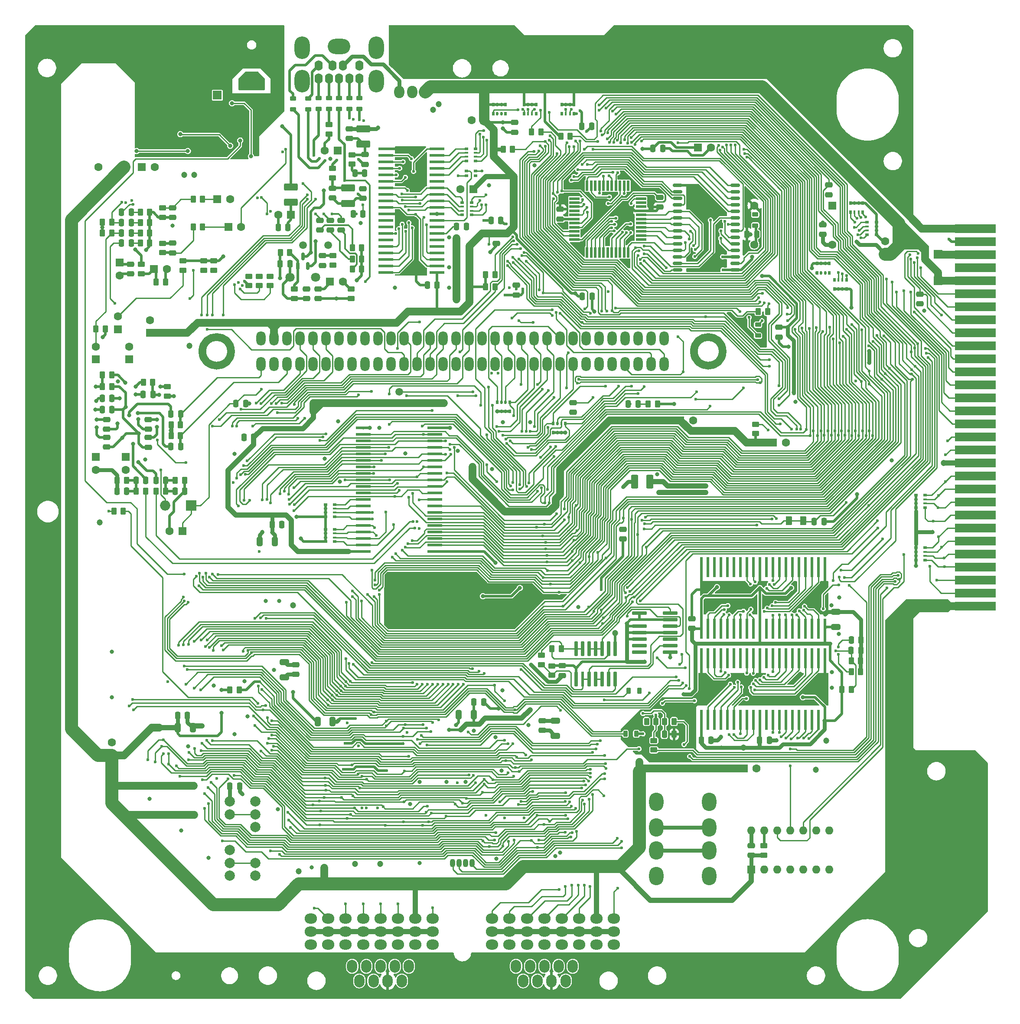
<source format=gbl>
G04 #@! TF.GenerationSoftware,KiCad,Pcbnew,8.0.4*
G04 #@! TF.CreationDate,2024-09-05T16:31:49+02:00*
G04 #@! TF.ProjectId,Neptune,4e657074-756e-4652-9e6b-696361645f70,rev?*
G04 #@! TF.SameCoordinates,Original*
G04 #@! TF.FileFunction,Copper,L4,Bot*
G04 #@! TF.FilePolarity,Positive*
%FSLAX46Y46*%
G04 Gerber Fmt 4.6, Leading zero omitted, Abs format (unit mm)*
G04 Created by KiCad (PCBNEW 8.0.4) date 2024-09-05 16:31:49*
%MOMM*%
%LPD*%
G01*
G04 APERTURE LIST*
G04 Aperture macros list*
%AMRoundRect*
0 Rectangle with rounded corners*
0 $1 Rounding radius*
0 $2 $3 $4 $5 $6 $7 $8 $9 X,Y pos of 4 corners*
0 Add a 4 corners polygon primitive as box body*
4,1,4,$2,$3,$4,$5,$6,$7,$8,$9,$2,$3,0*
0 Add four circle primitives for the rounded corners*
1,1,$1+$1,$2,$3*
1,1,$1+$1,$4,$5*
1,1,$1+$1,$6,$7*
1,1,$1+$1,$8,$9*
0 Add four rect primitives between the rounded corners*
20,1,$1+$1,$2,$3,$4,$5,0*
20,1,$1+$1,$4,$5,$6,$7,0*
20,1,$1+$1,$6,$7,$8,$9,0*
20,1,$1+$1,$8,$9,$2,$3,0*%
G04 Aperture macros list end*
G04 #@! TA.AperFunction,EtchedComponent*
%ADD10C,1.500000*%
G04 #@! TD*
G04 #@! TA.AperFunction,SMDPad,CuDef*
%ADD11RoundRect,0.150000X-0.150000X1.325000X-0.150000X-1.325000X0.150000X-1.325000X0.150000X1.325000X0*%
G04 #@! TD*
G04 #@! TA.AperFunction,SMDPad,CuDef*
%ADD12RoundRect,0.147500X-0.147500X1.327500X-0.147500X-1.327500X0.147500X-1.327500X0.147500X1.327500X0*%
G04 #@! TD*
G04 #@! TA.AperFunction,SMDPad,CuDef*
%ADD13RoundRect,0.150000X1.325000X0.150000X-1.325000X0.150000X-1.325000X-0.150000X1.325000X-0.150000X0*%
G04 #@! TD*
G04 #@! TA.AperFunction,SMDPad,CuDef*
%ADD14RoundRect,0.147500X1.327500X0.147500X-1.327500X0.147500X-1.327500X-0.147500X1.327500X-0.147500X0*%
G04 #@! TD*
G04 #@! TA.AperFunction,ComponentPad*
%ADD15O,2.400000X2.000000*%
G04 #@! TD*
G04 #@! TA.AperFunction,ComponentPad*
%ADD16R,1.600000X1.600000*%
G04 #@! TD*
G04 #@! TA.AperFunction,ComponentPad*
%ADD17C,1.600000*%
G04 #@! TD*
G04 #@! TA.AperFunction,ComponentPad*
%ADD18O,1.600000X1.600000*%
G04 #@! TD*
G04 #@! TA.AperFunction,ComponentPad*
%ADD19R,1.700000X1.700000*%
G04 #@! TD*
G04 #@! TA.AperFunction,ComponentPad*
%ADD20O,3.600000X2.400000*%
G04 #@! TD*
G04 #@! TA.AperFunction,ComponentPad*
%ADD21O,2.400000X3.000000*%
G04 #@! TD*
G04 #@! TA.AperFunction,ComponentPad*
%ADD22O,2.800000X3.600000*%
G04 #@! TD*
G04 #@! TA.AperFunction,ComponentPad*
%ADD23O,2.000000X2.400000*%
G04 #@! TD*
G04 #@! TA.AperFunction,ComponentPad*
%ADD24C,1.500000*%
G04 #@! TD*
G04 #@! TA.AperFunction,ComponentPad*
%ADD25C,2.000000*%
G04 #@! TD*
G04 #@! TA.AperFunction,ComponentPad*
%ADD26O,2.000000X2.500000*%
G04 #@! TD*
G04 #@! TA.AperFunction,ComponentPad*
%ADD27O,1.800000X2.800000*%
G04 #@! TD*
G04 #@! TA.AperFunction,ComponentPad*
%ADD28R,2.000000X2.000000*%
G04 #@! TD*
G04 #@! TA.AperFunction,ComponentPad*
%ADD29O,2.000000X2.000000*%
G04 #@! TD*
G04 #@! TA.AperFunction,ComponentPad*
%ADD30O,1.600000X2.000000*%
G04 #@! TD*
G04 #@! TA.AperFunction,ComponentPad*
%ADD31O,3.000000X4.400000*%
G04 #@! TD*
G04 #@! TA.AperFunction,ComponentPad*
%ADD32O,4.400000X3.000000*%
G04 #@! TD*
G04 #@! TA.AperFunction,ComponentPad*
%ADD33O,1.100000X1.600000*%
G04 #@! TD*
G04 #@! TA.AperFunction,ComponentPad*
%ADD34C,1.800000*%
G04 #@! TD*
G04 #@! TA.AperFunction,SMDPad,CuDef*
%ADD35R,8.000000X1.778000*%
G04 #@! TD*
G04 #@! TA.AperFunction,SMDPad,CuDef*
%ADD36RoundRect,0.250000X-0.262500X-0.450000X0.262500X-0.450000X0.262500X0.450000X-0.262500X0.450000X0*%
G04 #@! TD*
G04 #@! TA.AperFunction,SMDPad,CuDef*
%ADD37RoundRect,0.250000X0.250000X0.475000X-0.250000X0.475000X-0.250000X-0.475000X0.250000X-0.475000X0*%
G04 #@! TD*
G04 #@! TA.AperFunction,SMDPad,CuDef*
%ADD38RoundRect,0.250000X0.475000X-0.250000X0.475000X0.250000X-0.475000X0.250000X-0.475000X-0.250000X0*%
G04 #@! TD*
G04 #@! TA.AperFunction,SMDPad,CuDef*
%ADD39R,3.000000X0.600000*%
G04 #@! TD*
G04 #@! TA.AperFunction,SMDPad,CuDef*
%ADD40RoundRect,0.250000X-0.250000X-0.475000X0.250000X-0.475000X0.250000X0.475000X-0.250000X0.475000X0*%
G04 #@! TD*
G04 #@! TA.AperFunction,SMDPad,CuDef*
%ADD41RoundRect,0.250000X0.450000X-0.262500X0.450000X0.262500X-0.450000X0.262500X-0.450000X-0.262500X0*%
G04 #@! TD*
G04 #@! TA.AperFunction,SMDPad,CuDef*
%ADD42RoundRect,0.250000X0.262500X0.450000X-0.262500X0.450000X-0.262500X-0.450000X0.262500X-0.450000X0*%
G04 #@! TD*
G04 #@! TA.AperFunction,SMDPad,CuDef*
%ADD43R,0.800000X0.500000*%
G04 #@! TD*
G04 #@! TA.AperFunction,SMDPad,CuDef*
%ADD44R,0.800000X0.400000*%
G04 #@! TD*
G04 #@! TA.AperFunction,SMDPad,CuDef*
%ADD45R,0.500000X0.800000*%
G04 #@! TD*
G04 #@! TA.AperFunction,SMDPad,CuDef*
%ADD46R,0.400000X0.800000*%
G04 #@! TD*
G04 #@! TA.AperFunction,SMDPad,CuDef*
%ADD47RoundRect,0.218750X0.381250X-0.218750X0.381250X0.218750X-0.381250X0.218750X-0.381250X-0.218750X0*%
G04 #@! TD*
G04 #@! TA.AperFunction,SMDPad,CuDef*
%ADD48RoundRect,0.150000X-0.750000X-0.150000X0.750000X-0.150000X0.750000X0.150000X-0.750000X0.150000X0*%
G04 #@! TD*
G04 #@! TA.AperFunction,SMDPad,CuDef*
%ADD49RoundRect,0.250001X0.462499X1.074999X-0.462499X1.074999X-0.462499X-1.074999X0.462499X-1.074999X0*%
G04 #@! TD*
G04 #@! TA.AperFunction,SMDPad,CuDef*
%ADD50RoundRect,0.250000X-0.475000X0.250000X-0.475000X-0.250000X0.475000X-0.250000X0.475000X0.250000X0*%
G04 #@! TD*
G04 #@! TA.AperFunction,SMDPad,CuDef*
%ADD51RoundRect,0.250000X-0.450000X0.262500X-0.450000X-0.262500X0.450000X-0.262500X0.450000X0.262500X0*%
G04 #@! TD*
G04 #@! TA.AperFunction,SMDPad,CuDef*
%ADD52RoundRect,0.218750X0.218750X0.381250X-0.218750X0.381250X-0.218750X-0.381250X0.218750X-0.381250X0*%
G04 #@! TD*
G04 #@! TA.AperFunction,SMDPad,CuDef*
%ADD53R,2.000000X0.550000*%
G04 #@! TD*
G04 #@! TA.AperFunction,SMDPad,CuDef*
%ADD54R,0.550000X2.000000*%
G04 #@! TD*
G04 #@! TA.AperFunction,SMDPad,CuDef*
%ADD55RoundRect,0.250000X0.650000X-0.325000X0.650000X0.325000X-0.650000X0.325000X-0.650000X-0.325000X0*%
G04 #@! TD*
G04 #@! TA.AperFunction,SMDPad,CuDef*
%ADD56RoundRect,0.250001X1.074999X-0.462499X1.074999X0.462499X-1.074999X0.462499X-1.074999X-0.462499X0*%
G04 #@! TD*
G04 #@! TA.AperFunction,SMDPad,CuDef*
%ADD57C,1.500000*%
G04 #@! TD*
G04 #@! TA.AperFunction,SMDPad,CuDef*
%ADD58RoundRect,0.150000X0.150000X-0.587500X0.150000X0.587500X-0.150000X0.587500X-0.150000X-0.587500X0*%
G04 #@! TD*
G04 #@! TA.AperFunction,SMDPad,CuDef*
%ADD59RoundRect,0.250000X0.375000X0.625000X-0.375000X0.625000X-0.375000X-0.625000X0.375000X-0.625000X0*%
G04 #@! TD*
G04 #@! TA.AperFunction,SMDPad,CuDef*
%ADD60RoundRect,0.250001X-1.074999X0.462499X-1.074999X-0.462499X1.074999X-0.462499X1.074999X0.462499X0*%
G04 #@! TD*
G04 #@! TA.AperFunction,SMDPad,CuDef*
%ADD61R,0.600000X4.000000*%
G04 #@! TD*
G04 #@! TA.AperFunction,SMDPad,CuDef*
%ADD62RoundRect,0.250000X0.325000X0.650000X-0.325000X0.650000X-0.325000X-0.650000X0.325000X-0.650000X0*%
G04 #@! TD*
G04 #@! TA.AperFunction,SMDPad,CuDef*
%ADD63RoundRect,0.218750X-0.218750X-0.381250X0.218750X-0.381250X0.218750X0.381250X-0.218750X0.381250X0*%
G04 #@! TD*
G04 #@! TA.AperFunction,SMDPad,CuDef*
%ADD64RoundRect,0.250000X-0.325000X-0.650000X0.325000X-0.650000X0.325000X0.650000X-0.325000X0.650000X0*%
G04 #@! TD*
G04 #@! TA.AperFunction,ViaPad*
%ADD65C,0.600000*%
G04 #@! TD*
G04 #@! TA.AperFunction,ViaPad*
%ADD66C,0.800000*%
G04 #@! TD*
G04 #@! TA.AperFunction,ViaPad*
%ADD67C,1.200000*%
G04 #@! TD*
G04 #@! TA.AperFunction,Conductor*
%ADD68C,0.250000*%
G04 #@! TD*
G04 #@! TA.AperFunction,Conductor*
%ADD69C,0.750000*%
G04 #@! TD*
G04 #@! TA.AperFunction,Conductor*
%ADD70C,0.500000*%
G04 #@! TD*
G04 #@! TA.AperFunction,Conductor*
%ADD71C,1.500000*%
G04 #@! TD*
G04 #@! TA.AperFunction,Conductor*
%ADD72C,1.000000*%
G04 #@! TD*
G04 #@! TA.AperFunction,Conductor*
%ADD73C,0.254000*%
G04 #@! TD*
G04 #@! TA.AperFunction,Conductor*
%ADD74C,0.350000*%
G04 #@! TD*
G04 #@! TA.AperFunction,Conductor*
%ADD75C,2.500000*%
G04 #@! TD*
G04 #@! TA.AperFunction,Conductor*
%ADD76C,2.000000*%
G04 #@! TD*
G04 APERTURE END LIST*
D10*
X161696400Y-106680000D02*
G75*
G02*
X156108400Y-106680000I-2794000J0D01*
G01*
X156108400Y-106680000D02*
G75*
G02*
X161696400Y-106680000I2794000J0D01*
G01*
X257708400Y-106680000D02*
G75*
G02*
X252120400Y-106680000I-2794000J0D01*
G01*
X252120400Y-106680000D02*
G75*
G02*
X257708400Y-106680000I2794000J0D01*
G01*
D11*
X229080000Y-164695000D03*
X230350000Y-164695000D03*
X231620000Y-164695000D03*
X232890000Y-164695000D03*
X234160000Y-164695000D03*
X235430000Y-164695000D03*
X236700000Y-164695000D03*
X236700000Y-170645000D03*
X235430000Y-170645000D03*
X234160000Y-170645000D03*
X232890000Y-170645000D03*
X231620000Y-170645000D03*
D12*
X230345000Y-170645000D03*
D11*
X229080000Y-170645000D03*
D13*
X247442500Y-157790000D03*
X247442500Y-159060000D03*
X247442500Y-160330000D03*
X247442500Y-161600000D03*
X247442500Y-162870000D03*
X247442500Y-164140000D03*
X247442500Y-165410000D03*
X241492500Y-165410000D03*
X241492500Y-164140000D03*
X241492500Y-162870000D03*
X241492500Y-161600000D03*
X241492500Y-160330000D03*
D14*
X241492500Y-159055000D03*
D13*
X241492500Y-157790000D03*
D15*
X236500000Y-222400000D03*
X236500000Y-219900000D03*
X236500000Y-217400000D03*
D16*
X152205113Y-141732000D03*
D17*
X149705113Y-141732000D03*
D16*
X267544888Y-124500000D03*
D17*
X270044888Y-124500000D03*
D16*
X263300000Y-207825000D03*
D18*
X265840000Y-207825000D03*
X268380000Y-207825000D03*
X270920000Y-207825000D03*
X273460000Y-207825000D03*
X276000000Y-207825000D03*
X278540000Y-207825000D03*
X278540000Y-200205000D03*
X276000000Y-200205000D03*
X273460000Y-200205000D03*
X270920000Y-200205000D03*
X268380000Y-200205000D03*
X265840000Y-200205000D03*
X263300000Y-200205000D03*
D16*
X135300000Y-108250000D03*
D17*
X135300000Y-105750000D03*
D16*
X181025000Y-93055112D03*
D17*
X183525000Y-93055112D03*
D16*
X146675000Y-90600000D03*
D17*
X149175000Y-90600000D03*
D15*
X216100000Y-222400000D03*
X216100000Y-219900000D03*
X216100000Y-217400000D03*
D16*
X173400000Y-80010000D03*
D17*
X170900000Y-80010000D03*
D16*
X209000000Y-75050000D03*
D17*
X206500000Y-75050000D03*
D19*
X299825000Y-92875000D03*
D15*
X197700000Y-222400000D03*
X197700000Y-219900000D03*
X197700000Y-217400000D03*
X226300000Y-222400000D03*
X226300000Y-219900000D03*
X226300000Y-217400000D03*
D20*
X165735000Y-53904200D03*
D21*
X161735000Y-51404200D03*
X169735000Y-51404200D03*
D22*
X244775000Y-194575000D03*
X255075000Y-194575000D03*
X244775000Y-199575000D03*
X255075000Y-199575000D03*
D23*
X194600000Y-56100000D03*
X197100000Y-56100000D03*
X199600000Y-56100000D03*
D16*
X140832651Y-70739000D03*
D17*
X135832651Y-70739000D03*
D16*
X145900000Y-103075000D03*
D17*
X145900000Y-100575000D03*
D24*
X175755000Y-85925000D03*
X180655000Y-85925000D03*
D16*
X279125000Y-78225000D03*
D17*
X263885000Y-78225000D03*
X263885000Y-85845000D03*
X279125000Y-85845000D03*
D15*
X219500000Y-222400000D03*
X219500000Y-219900000D03*
X219500000Y-217400000D03*
X212700000Y-222400000D03*
X212700000Y-219900000D03*
X212700000Y-217400000D03*
X229700000Y-222400000D03*
X229700000Y-219900000D03*
X229700000Y-217400000D03*
D16*
X249425000Y-120125000D03*
D17*
X251925000Y-120125000D03*
D25*
X166482400Y-199500000D03*
X161482400Y-194500000D03*
X166482400Y-194500000D03*
X161482400Y-197000000D03*
X166482400Y-197000000D03*
D26*
X217370400Y-226682200D03*
X220140400Y-226682200D03*
X222910400Y-226682200D03*
X225680400Y-226682200D03*
X228450400Y-226682200D03*
X218755400Y-229522200D03*
X221525400Y-229522200D03*
X224295400Y-229522200D03*
X227065400Y-229522200D03*
D15*
X187500000Y-222400000D03*
X187500000Y-219900000D03*
X187500000Y-217400000D03*
D27*
X167538400Y-104140000D03*
X170078400Y-104140000D03*
X172618400Y-104140000D03*
X175158400Y-104140000D03*
X177698400Y-104140000D03*
X180238400Y-104140000D03*
X182778400Y-104140000D03*
X185318400Y-104140000D03*
X187858400Y-104140000D03*
X190398400Y-104140000D03*
X192938400Y-104140000D03*
X195478400Y-104140000D03*
X198018400Y-104140000D03*
X200558400Y-104140000D03*
X203098400Y-104140000D03*
X205638400Y-104140000D03*
X208178400Y-104140000D03*
X210718400Y-104140000D03*
X213258400Y-104140000D03*
X215798400Y-104140000D03*
X218338400Y-104140000D03*
X220878400Y-104140000D03*
X223418400Y-104140000D03*
X225958400Y-104140000D03*
X228498400Y-104140000D03*
X231038400Y-104140000D03*
X233578400Y-104140000D03*
X236118400Y-104140000D03*
X238658400Y-104140000D03*
X241198400Y-104140000D03*
X243738400Y-104140000D03*
X246278400Y-104140000D03*
X167538400Y-109140000D03*
X170078400Y-109140000D03*
X172618400Y-109140000D03*
X175158400Y-109140000D03*
X177698400Y-109140000D03*
X180238400Y-109140000D03*
X182778400Y-109140000D03*
X185318400Y-109140000D03*
X187858400Y-109140000D03*
X190398400Y-109140000D03*
X192938400Y-109140000D03*
X195478400Y-109140000D03*
X198018400Y-109140000D03*
X200558400Y-109140000D03*
X203098400Y-109140000D03*
X205638400Y-109140000D03*
X208178400Y-109140000D03*
X210718400Y-109140000D03*
X213258400Y-109140000D03*
X215798400Y-109140000D03*
X218338400Y-109140000D03*
X220878400Y-109140000D03*
X223418400Y-109140000D03*
X225958400Y-109140000D03*
X228498400Y-109140000D03*
X231038400Y-109140000D03*
X233578400Y-109140000D03*
X236118400Y-109140000D03*
X238658400Y-109140000D03*
X241198400Y-109140000D03*
X243738400Y-109140000D03*
X246278400Y-109140000D03*
D16*
X261850000Y-188075000D03*
D17*
X264350000Y-188075000D03*
D28*
X153924000Y-136779000D03*
D29*
X148844000Y-136779000D03*
D15*
X201100000Y-222400000D03*
X201100000Y-219900000D03*
X201100000Y-217400000D03*
D30*
X181553800Y-50916200D03*
X183553800Y-50916200D03*
X178803800Y-50916200D03*
X180803800Y-53416200D03*
X182803800Y-53416200D03*
X186803800Y-50916200D03*
X178803800Y-53416200D03*
X184803800Y-53416200D03*
X186803800Y-53416200D03*
D31*
X175553800Y-47416200D03*
X175553800Y-53916200D03*
D32*
X182803800Y-47166200D03*
D31*
X190053800Y-47416200D03*
X190053800Y-53916200D03*
D19*
X159025000Y-56700000D03*
D22*
X255075000Y-209067400D03*
X244775000Y-209067400D03*
X255075000Y-204067400D03*
X244775000Y-204067400D03*
D26*
X185366400Y-226682200D03*
X188136400Y-226682200D03*
X190906400Y-226682200D03*
X193676400Y-226682200D03*
X196446400Y-226682200D03*
X186751400Y-229522200D03*
X189521400Y-229522200D03*
X192291400Y-229522200D03*
X195061400Y-229522200D03*
D16*
X141825000Y-108250000D03*
D17*
X141825000Y-105750000D03*
D25*
X161482400Y-204000000D03*
X166482400Y-209000000D03*
X161482400Y-209000000D03*
X166482400Y-206500000D03*
X161482400Y-206500000D03*
D15*
X222900000Y-222400000D03*
X222900000Y-219900000D03*
X222900000Y-217400000D03*
D16*
X135325000Y-127275000D03*
D17*
X135325000Y-129775000D03*
D16*
X252900000Y-66900000D03*
D17*
X255400000Y-66900000D03*
D15*
X233100000Y-222400000D03*
X233100000Y-219900000D03*
X233100000Y-217400000D03*
D33*
X204995000Y-206500000D03*
X206265000Y-206500000D03*
X207535000Y-206500000D03*
X208805000Y-206500000D03*
D16*
X161175000Y-82425000D03*
D17*
X163675000Y-82425000D03*
D15*
X194300000Y-222400000D03*
X194300000Y-219900000D03*
X194300000Y-217400000D03*
D16*
X289500000Y-87700000D03*
D17*
X289500000Y-85200000D03*
D15*
X177300000Y-222400000D03*
X177300000Y-219900000D03*
X177300000Y-217400000D03*
D16*
X139950000Y-89375000D03*
D17*
X139950000Y-91875000D03*
D15*
X180700000Y-222400000D03*
X180700000Y-219900000D03*
X180700000Y-217400000D03*
D16*
X211170000Y-61590000D03*
D17*
X208670000Y-61590000D03*
D16*
X159025000Y-77025000D03*
D17*
X161525000Y-77025000D03*
D16*
X144272000Y-70739000D03*
D17*
X146772000Y-70739000D03*
D15*
X190900000Y-222400000D03*
X190900000Y-219900000D03*
X190900000Y-217400000D03*
D16*
X182525000Y-67475000D03*
D17*
X180025000Y-67475000D03*
D16*
X138425000Y-185524999D03*
D17*
X138425000Y-183024999D03*
D19*
X299825000Y-87775000D03*
D34*
X178200000Y-92250000D03*
X173200000Y-92250000D03*
D35*
X307111400Y-156362400D03*
X307111400Y-153822400D03*
X307111400Y-151282400D03*
X307111400Y-148742400D03*
X307111400Y-146202400D03*
X307111400Y-143662400D03*
X307111400Y-141122400D03*
X307111400Y-138582400D03*
X307111400Y-136042400D03*
X307111400Y-133502400D03*
X307111400Y-130962400D03*
X307111400Y-128422400D03*
X307111400Y-125882400D03*
X307111400Y-123342400D03*
X307111400Y-120802400D03*
X307111400Y-118262400D03*
X307111400Y-115722400D03*
X307111400Y-113182400D03*
X307111400Y-110642400D03*
X307111400Y-108102400D03*
X307111400Y-105562400D03*
X307111400Y-103022400D03*
X307111400Y-100482400D03*
X307111400Y-97942400D03*
X307111400Y-95402400D03*
X307111400Y-92862400D03*
X307111400Y-90322400D03*
X307111400Y-87782400D03*
X307111400Y-85242400D03*
X307111400Y-82702400D03*
D15*
X184100000Y-222400000D03*
X184100000Y-219900000D03*
X184100000Y-217400000D03*
D16*
X141100000Y-127275000D03*
D17*
X141100000Y-129775000D03*
D16*
X139625000Y-102350000D03*
D17*
X139625000Y-99850000D03*
D36*
X136587500Y-111280000D03*
X138412500Y-111280000D03*
D37*
X148962500Y-131830000D03*
X147062500Y-131830000D03*
D38*
X187450000Y-76825000D03*
X187450000Y-74925000D03*
D39*
X201925000Y-67160000D03*
X201925000Y-68430000D03*
X201925000Y-69700000D03*
X201925000Y-70970000D03*
X201925000Y-72240000D03*
X201925000Y-73510000D03*
X201925000Y-74780000D03*
X201925000Y-76050000D03*
X201925000Y-77320000D03*
X201925000Y-78590000D03*
X201925000Y-79860000D03*
X201925000Y-81130000D03*
X201925000Y-82400000D03*
X201925000Y-83670000D03*
X201925000Y-84940000D03*
X201925000Y-86210000D03*
X201925000Y-87480000D03*
X201925000Y-88750000D03*
X201925000Y-90020000D03*
X201925000Y-91290000D03*
X191925000Y-91290000D03*
X191925000Y-90020000D03*
X191925000Y-88750000D03*
X191925000Y-87480000D03*
X191925000Y-86210000D03*
X191925000Y-84940000D03*
X191925000Y-83670000D03*
X191925000Y-82400000D03*
X191925000Y-81130000D03*
X191925000Y-79860000D03*
X191925000Y-78590000D03*
X191925000Y-77320000D03*
X191925000Y-76050000D03*
X191925000Y-74780000D03*
X191925000Y-73510000D03*
X191925000Y-72240000D03*
X191925000Y-70970000D03*
X191925000Y-69700000D03*
X191925000Y-68430000D03*
X191925000Y-67160000D03*
D40*
X275600000Y-139875000D03*
X277500000Y-139875000D03*
D37*
X151850000Y-125230000D03*
X149950000Y-125230000D03*
D41*
X149275000Y-115387500D03*
X149275000Y-113562500D03*
D42*
X138412500Y-113530000D03*
X136587500Y-113530000D03*
D43*
X295500000Y-147400000D03*
D44*
X295500000Y-146600000D03*
X295500000Y-145800000D03*
D43*
X295500000Y-145000000D03*
X297300000Y-145000000D03*
D44*
X297300000Y-145800000D03*
X297300000Y-146600000D03*
D43*
X297300000Y-147400000D03*
D42*
X145025000Y-133930000D03*
X143200000Y-133930000D03*
D45*
X282675000Y-77750000D03*
D46*
X283475000Y-77750000D03*
X284275000Y-77750000D03*
D45*
X285075000Y-77750000D03*
X285075000Y-79550000D03*
D46*
X284275000Y-79550000D03*
X283475000Y-79550000D03*
D45*
X282675000Y-79550000D03*
D43*
X180150000Y-138950000D03*
D44*
X180150000Y-138150000D03*
X180150000Y-137350000D03*
D43*
X180150000Y-136550000D03*
X181950000Y-136550000D03*
D44*
X181950000Y-137350000D03*
X181950000Y-138150000D03*
D43*
X181950000Y-138950000D03*
D36*
X149987500Y-123130000D03*
X151812500Y-123130000D03*
D42*
X244692500Y-178910000D03*
X242867500Y-178910000D03*
D47*
X178800000Y-59400000D03*
X178800000Y-57275000D03*
D42*
X213237500Y-94125000D03*
X211412500Y-94125000D03*
D43*
X207675000Y-69525000D03*
D44*
X207675000Y-68725000D03*
X207675000Y-67925000D03*
D43*
X207675000Y-67125000D03*
X209475000Y-67125000D03*
D44*
X209475000Y-67925000D03*
X209475000Y-68725000D03*
D43*
X209475000Y-69525000D03*
D40*
X151275000Y-177750000D03*
X153175000Y-177750000D03*
D47*
X180800000Y-59400000D03*
X180800000Y-57275000D03*
D41*
X156375000Y-90862500D03*
X156375000Y-89037500D03*
D36*
X185387500Y-90600000D03*
X187212500Y-90600000D03*
D37*
X187450000Y-79875000D03*
X185550000Y-79875000D03*
D42*
X227932500Y-64710000D03*
X226107500Y-64710000D03*
D37*
X164575000Y-116900000D03*
X162675000Y-116900000D03*
X141312500Y-133930000D03*
X139412500Y-133930000D03*
D48*
X248950000Y-90775000D03*
X248950000Y-89505000D03*
X248950000Y-88235000D03*
X248950000Y-86965000D03*
X248950000Y-85695000D03*
X248950000Y-84425000D03*
X248950000Y-83155000D03*
X248950000Y-81885000D03*
X248950000Y-80615000D03*
X248950000Y-79345000D03*
X248950000Y-78075000D03*
X248950000Y-76805000D03*
X248950000Y-75535000D03*
X248950000Y-74265000D03*
X260150000Y-74265000D03*
X260150000Y-75535000D03*
X260150000Y-76805000D03*
X260150000Y-78075000D03*
X260150000Y-79345000D03*
X260150000Y-80615000D03*
X260150000Y-81885000D03*
X260150000Y-83155000D03*
X260150000Y-84425000D03*
X260150000Y-85695000D03*
X260150000Y-86965000D03*
X260150000Y-88235000D03*
X260150000Y-89505000D03*
X260150000Y-90775000D03*
D49*
X243512500Y-132125000D03*
X240537500Y-132125000D03*
D47*
X173800000Y-59425000D03*
X173800000Y-57300000D03*
D38*
X181125000Y-83025000D03*
X181125000Y-81125000D03*
D41*
X148307000Y-80520500D03*
X148307000Y-78695500D03*
D36*
X143980750Y-81548000D03*
X145805750Y-81548000D03*
D50*
X137450000Y-119980000D03*
X137450000Y-121880000D03*
X145500000Y-123480000D03*
X145500000Y-125380000D03*
D40*
X150762500Y-133930000D03*
X152662500Y-133930000D03*
D38*
X277275000Y-83850000D03*
X277275000Y-81950000D03*
D51*
X165200000Y-92037500D03*
X165200000Y-93862500D03*
D40*
X264950000Y-182600000D03*
X266850000Y-182600000D03*
D38*
X174300000Y-169725000D03*
X174300000Y-167825000D03*
D52*
X240862500Y-181290000D03*
X238737500Y-181290000D03*
D50*
X225990000Y-78960000D03*
X225990000Y-80860000D03*
D42*
X226212500Y-164690000D03*
X224387500Y-164690000D03*
D43*
X207675000Y-72450000D03*
X207675000Y-71450000D03*
X209475000Y-71450000D03*
X209475000Y-72450000D03*
D41*
X265800000Y-204987500D03*
X265800000Y-203162500D03*
D37*
X241200000Y-116925000D03*
X239300000Y-116925000D03*
D38*
X251700000Y-160750000D03*
X251700000Y-158850000D03*
D50*
X245475000Y-76625000D03*
X245475000Y-78525000D03*
D40*
X140305750Y-79548000D03*
X142205750Y-79548000D03*
D53*
X228760000Y-84860000D03*
X228760000Y-84060000D03*
X228760000Y-83260000D03*
X228760000Y-82460000D03*
X228760000Y-81660000D03*
X228760000Y-80860000D03*
X228760000Y-80060000D03*
X228760000Y-79260000D03*
X228760000Y-78460000D03*
X228760000Y-77660000D03*
X228760000Y-76860000D03*
D54*
X231260000Y-74360000D03*
X232060000Y-74360000D03*
X232860000Y-74360000D03*
X233660000Y-74360000D03*
X234460000Y-74360000D03*
X235260000Y-74360000D03*
X236060000Y-74360000D03*
X236860000Y-74360000D03*
X237660000Y-74360000D03*
X238460000Y-74360000D03*
X239260000Y-74360000D03*
D53*
X241760000Y-76860000D03*
X241760000Y-77660000D03*
X241760000Y-78460000D03*
X241760000Y-79260000D03*
X241760000Y-80060000D03*
X241760000Y-80860000D03*
X241760000Y-81660000D03*
X241760000Y-82460000D03*
X241760000Y-83260000D03*
X241760000Y-84060000D03*
X241760000Y-84860000D03*
D54*
X239260000Y-87360000D03*
X238460000Y-87360000D03*
X237660000Y-87360000D03*
X236860000Y-87360000D03*
X236060000Y-87360000D03*
X235260000Y-87360000D03*
X234460000Y-87360000D03*
X233660000Y-87360000D03*
X232860000Y-87360000D03*
X232060000Y-87360000D03*
X231260000Y-87360000D03*
D36*
X154312500Y-82425000D03*
X156137500Y-82425000D03*
D55*
X172160000Y-170250000D03*
X172160000Y-167300000D03*
D41*
X169350000Y-93862500D03*
X169350000Y-92037500D03*
D36*
X139450000Y-131830000D03*
X141275000Y-131830000D03*
D37*
X151850000Y-118930000D03*
X149950000Y-118930000D03*
D36*
X149987500Y-121030000D03*
X151812500Y-121030000D03*
D42*
X284662500Y-167050000D03*
X282837500Y-167050000D03*
D50*
X137450000Y-123430000D03*
X137450000Y-125330000D03*
D36*
X154312500Y-77025000D03*
X156137500Y-77025000D03*
D37*
X146450000Y-115080000D03*
X144550000Y-115080000D03*
D51*
X224380000Y-168057500D03*
X224380000Y-169882500D03*
D42*
X163312500Y-172750000D03*
X161487500Y-172750000D03*
D41*
X152275000Y-90862500D03*
X152275000Y-89037500D03*
D39*
X201500000Y-121630000D03*
X201500000Y-122900000D03*
X201500000Y-124170000D03*
X201500000Y-125440000D03*
X201500000Y-126710000D03*
X201500000Y-127980000D03*
X201500000Y-129250000D03*
X201500000Y-130520000D03*
X201500000Y-131790000D03*
X201500000Y-133060000D03*
X201500000Y-134330000D03*
X201500000Y-135600000D03*
X201500000Y-136870000D03*
X201500000Y-138140000D03*
X201500000Y-139410000D03*
X201500000Y-140680000D03*
X201500000Y-141950000D03*
X201500000Y-143220000D03*
X201500000Y-144490000D03*
X201500000Y-145760000D03*
X187500000Y-145760000D03*
X187500000Y-144490000D03*
X187500000Y-143220000D03*
X187500000Y-141950000D03*
X187500000Y-140680000D03*
X187500000Y-139410000D03*
X187500000Y-138140000D03*
X187500000Y-136870000D03*
X187500000Y-135600000D03*
X187500000Y-134330000D03*
X187500000Y-133060000D03*
X187500000Y-131790000D03*
X187500000Y-130520000D03*
X187500000Y-129250000D03*
X187500000Y-127980000D03*
X187500000Y-126710000D03*
X187500000Y-125440000D03*
X187500000Y-124170000D03*
X187500000Y-122900000D03*
X187500000Y-121630000D03*
D41*
X185325000Y-70137500D03*
X185325000Y-68312500D03*
D55*
X279800000Y-160475000D03*
X279800000Y-157525000D03*
D47*
X176800000Y-59425000D03*
X176800000Y-57300000D03*
D40*
X205775000Y-82325000D03*
X207675000Y-82325000D03*
D38*
X178750000Y-96375000D03*
X178750000Y-94475000D03*
D37*
X166130000Y-123480000D03*
X164230000Y-123480000D03*
D38*
X176400000Y-96375000D03*
X176400000Y-94475000D03*
X184825000Y-65125000D03*
X184825000Y-63225000D03*
D43*
X287750000Y-81500000D03*
D44*
X287750000Y-82300000D03*
X287750000Y-83100000D03*
D43*
X287750000Y-83900000D03*
X285950000Y-83900000D03*
D44*
X285950000Y-83100000D03*
X285950000Y-82300000D03*
D43*
X285950000Y-81500000D03*
D36*
X143980750Y-85548000D03*
X145805750Y-85548000D03*
D56*
X187525000Y-66262500D03*
X187525000Y-63287500D03*
D36*
X144587500Y-112730000D03*
X146412500Y-112730000D03*
D41*
X181625000Y-89837500D03*
X181625000Y-88012500D03*
D45*
X276175000Y-89550000D03*
D46*
X276975000Y-89550000D03*
X277775000Y-89550000D03*
D45*
X278575000Y-89550000D03*
X278575000Y-91350000D03*
D46*
X277775000Y-91350000D03*
X276975000Y-91350000D03*
D45*
X276175000Y-91350000D03*
D40*
X140305750Y-85548000D03*
X142205750Y-85548000D03*
D37*
X232125000Y-62775000D03*
X230225000Y-62775000D03*
D57*
X194525000Y-114550000D03*
D58*
X176675000Y-90012500D03*
X174775000Y-90012500D03*
X175725000Y-88137500D03*
D37*
X264375000Y-83800000D03*
X262475000Y-83800000D03*
D59*
X273500000Y-139725000D03*
X270700000Y-139725000D03*
D60*
X184575000Y-74812500D03*
X184575000Y-77787500D03*
D47*
X186800000Y-59400000D03*
X186800000Y-57275000D03*
D42*
X138412500Y-83550000D03*
X136587500Y-83550000D03*
D38*
X217425000Y-95675000D03*
X217425000Y-93775000D03*
D40*
X140305750Y-83548000D03*
X142205750Y-83548000D03*
D36*
X211412500Y-91750000D03*
X213237500Y-91750000D03*
D38*
X179600000Y-89900000D03*
X179600000Y-88000000D03*
D61*
X277660000Y-160800000D03*
X276390000Y-160800000D03*
X275120000Y-160800000D03*
X273850000Y-160800000D03*
X272580000Y-160800000D03*
X271310000Y-160800000D03*
X270040000Y-160800000D03*
X268770000Y-160800000D03*
X267500000Y-160800000D03*
X266230000Y-160800000D03*
X264960000Y-160800000D03*
X263690000Y-160800000D03*
X262420000Y-160800000D03*
X261150000Y-160800000D03*
X259880000Y-160800000D03*
X258610000Y-160800000D03*
X257340000Y-160800000D03*
X256070000Y-160800000D03*
X254800000Y-160800000D03*
X253530000Y-160800000D03*
X253530000Y-148800000D03*
X254800000Y-148800000D03*
X256070000Y-148800000D03*
X257340000Y-148800000D03*
X258610000Y-148800000D03*
X259880000Y-148800000D03*
X261150000Y-148800000D03*
X262420000Y-148800000D03*
X263690000Y-148800000D03*
X264960000Y-148800000D03*
X266230000Y-148800000D03*
X267500000Y-148800000D03*
X268770000Y-148800000D03*
X270040000Y-148800000D03*
X271310000Y-148800000D03*
X272580000Y-148800000D03*
X273850000Y-148800000D03*
X275120000Y-148800000D03*
X276390000Y-148800000D03*
X277660000Y-148800000D03*
D38*
X222530000Y-180650000D03*
X222530000Y-178750000D03*
X226430000Y-169910000D03*
X226430000Y-168010000D03*
D40*
X282850000Y-163000000D03*
X284750000Y-163000000D03*
D41*
X158350000Y-90862500D03*
X158350000Y-89037500D03*
D45*
X221300000Y-60325000D03*
D46*
X220500000Y-60325000D03*
X219700000Y-60325000D03*
D45*
X218900000Y-60325000D03*
X218900000Y-58525000D03*
D46*
X219700000Y-58525000D03*
X220500000Y-58525000D03*
D45*
X221300000Y-58525000D03*
D50*
X145500000Y-119980000D03*
X145500000Y-121880000D03*
D45*
X215300000Y-60325000D03*
D46*
X214500000Y-60325000D03*
X213700000Y-60325000D03*
D45*
X212900000Y-60325000D03*
X212900000Y-58525000D03*
D46*
X213700000Y-58525000D03*
X214500000Y-58525000D03*
D45*
X215300000Y-58525000D03*
D38*
X183200000Y-83025000D03*
X183200000Y-81125000D03*
D40*
X136550000Y-118050000D03*
X138450000Y-118050000D03*
D42*
X138412500Y-81500000D03*
X136587500Y-81500000D03*
D61*
X277665000Y-178600000D03*
X276395000Y-178600000D03*
X275125000Y-178600000D03*
X273855000Y-178600000D03*
X272585000Y-178600000D03*
X271315000Y-178600000D03*
X270045000Y-178600000D03*
X268775000Y-178600000D03*
X267505000Y-178600000D03*
X266235000Y-178600000D03*
X264965000Y-178600000D03*
X263695000Y-178600000D03*
X262425000Y-178600000D03*
X261155000Y-178600000D03*
X259885000Y-178600000D03*
X258615000Y-178600000D03*
X257345000Y-178600000D03*
X256075000Y-178600000D03*
X254805000Y-178600000D03*
X253535000Y-178600000D03*
X253535000Y-166600000D03*
X254805000Y-166600000D03*
X256075000Y-166600000D03*
X257345000Y-166600000D03*
X258615000Y-166600000D03*
X259885000Y-166600000D03*
X261155000Y-166600000D03*
X262425000Y-166600000D03*
X263695000Y-166600000D03*
X264965000Y-166600000D03*
X266235000Y-166600000D03*
X267505000Y-166600000D03*
X268775000Y-166600000D03*
X270045000Y-166600000D03*
X271315000Y-166600000D03*
X272585000Y-166600000D03*
X273855000Y-166600000D03*
X275125000Y-166600000D03*
X276395000Y-166600000D03*
X277665000Y-166600000D03*
D42*
X284662500Y-169150000D03*
X282837500Y-169150000D03*
D50*
X217060000Y-62020000D03*
X217060000Y-63920000D03*
D47*
X184800000Y-59400000D03*
X184800000Y-57275000D03*
D45*
X224620000Y-120730000D03*
D46*
X225420000Y-120730000D03*
X226220000Y-120730000D03*
D45*
X227020000Y-120730000D03*
X227020000Y-122530000D03*
D46*
X226220000Y-122530000D03*
X225420000Y-122530000D03*
D45*
X224620000Y-122530000D03*
D37*
X138450000Y-115850000D03*
X136550000Y-115850000D03*
X214400000Y-81150000D03*
X212500000Y-81150000D03*
D40*
X230325000Y-95925000D03*
X232225000Y-95925000D03*
D50*
X181550000Y-74825000D03*
X181550000Y-76725000D03*
D62*
X209125000Y-177550000D03*
X206175000Y-177550000D03*
D42*
X148887500Y-93125000D03*
X147062500Y-93125000D03*
D38*
X263275000Y-205000000D03*
X263275000Y-203100000D03*
D41*
X180800000Y-64262500D03*
X180800000Y-62437500D03*
D40*
X169725000Y-140475000D03*
X171625000Y-140475000D03*
D47*
X264075000Y-82112500D03*
X264075000Y-79987500D03*
D38*
X179025000Y-83025000D03*
X179025000Y-81125000D03*
D36*
X185387500Y-86450000D03*
X187212500Y-86450000D03*
D55*
X225000000Y-181710000D03*
X225000000Y-178760000D03*
D43*
X206870000Y-80050000D03*
D44*
X206870000Y-79250000D03*
X206870000Y-78450000D03*
D43*
X206870000Y-77650000D03*
X208670000Y-77650000D03*
D44*
X208670000Y-78450000D03*
X208670000Y-79250000D03*
D43*
X208670000Y-80050000D03*
D41*
X167250000Y-93862500D03*
X167250000Y-92037500D03*
D42*
X282837500Y-172625000D03*
X281012500Y-172625000D03*
X152625000Y-131830000D03*
X150800000Y-131830000D03*
D41*
X244275000Y-184437500D03*
X244275000Y-182612500D03*
X222370000Y-167832500D03*
X222370000Y-166007500D03*
D40*
X253550000Y-182600000D03*
X255450000Y-182600000D03*
D38*
X238225000Y-143300000D03*
X238225000Y-141400000D03*
D36*
X135287500Y-102275000D03*
X137112500Y-102275000D03*
D51*
X174050000Y-94512500D03*
X174050000Y-96337500D03*
D40*
X200025000Y-93750000D03*
X201925000Y-93750000D03*
D45*
X213720000Y-116590000D03*
D46*
X214520000Y-116590000D03*
X215320000Y-116590000D03*
D45*
X216120000Y-116590000D03*
X216120000Y-118390000D03*
D46*
X215320000Y-118390000D03*
X214520000Y-118390000D03*
D45*
X213720000Y-118390000D03*
D51*
X148307000Y-85608000D03*
X148307000Y-87433000D03*
D37*
X163375000Y-191575000D03*
X161475000Y-191575000D03*
D41*
X144200000Y-91537500D03*
X144200000Y-89712500D03*
D43*
X180150000Y-143800000D03*
D44*
X180150000Y-143000000D03*
X180150000Y-142200000D03*
D43*
X180150000Y-141400000D03*
X181950000Y-141400000D03*
D44*
X181950000Y-142200000D03*
X181950000Y-143000000D03*
D43*
X181950000Y-143800000D03*
D62*
X181550000Y-178925000D03*
X178600000Y-178925000D03*
D42*
X216682500Y-67220000D03*
X214857500Y-67220000D03*
D38*
X268750000Y-103870000D03*
X268750000Y-101970000D03*
D37*
X187825000Y-71925000D03*
X185925000Y-71925000D03*
D40*
X171300000Y-89575000D03*
X173200000Y-89575000D03*
X143162500Y-131830000D03*
X145062500Y-131830000D03*
D56*
X173400000Y-77562500D03*
X173400000Y-74587500D03*
D36*
X143980750Y-83548000D03*
X145805750Y-83548000D03*
D38*
X228470000Y-118550000D03*
X228470000Y-116650000D03*
D50*
X213550000Y-83700000D03*
X213550000Y-85600000D03*
D40*
X244100000Y-67050000D03*
X246000000Y-67050000D03*
D45*
X226275000Y-58525000D03*
D46*
X227075000Y-58525000D03*
X227875000Y-58525000D03*
D45*
X228675000Y-58525000D03*
X228675000Y-60325000D03*
D46*
X227875000Y-60325000D03*
X227075000Y-60325000D03*
D45*
X226275000Y-60325000D03*
D36*
X243162500Y-116925000D03*
X244987500Y-116925000D03*
X264687500Y-98900000D03*
X266512500Y-98900000D03*
D38*
X150282000Y-80558000D03*
X150282000Y-78658000D03*
D42*
X222237500Y-63875000D03*
X220412500Y-63875000D03*
D63*
X239367500Y-172910000D03*
X241492500Y-172910000D03*
D41*
X264125000Y-122737500D03*
X264125000Y-120912500D03*
D40*
X140305750Y-81548000D03*
X142205750Y-81548000D03*
D50*
X142075000Y-89675000D03*
X142075000Y-91575000D03*
D47*
X264625000Y-103600000D03*
X264625000Y-101475000D03*
D43*
X295500000Y-137150000D03*
D44*
X295500000Y-136350000D03*
X295500000Y-135550000D03*
D43*
X295500000Y-134750000D03*
X297300000Y-134750000D03*
D44*
X297300000Y-135550000D03*
X297300000Y-136350000D03*
D43*
X297300000Y-137150000D03*
D40*
X209150000Y-175100000D03*
X211050000Y-175100000D03*
X282800000Y-165000000D03*
X284700000Y-165000000D03*
D50*
X296230000Y-95500000D03*
X296230000Y-97400000D03*
D42*
X248212500Y-178910000D03*
X246387500Y-178910000D03*
D41*
X185200000Y-96337500D03*
X185200000Y-94512500D03*
D42*
X173162500Y-87375000D03*
X171337500Y-87375000D03*
D47*
X182800000Y-59400000D03*
X182800000Y-57275000D03*
D42*
X145805750Y-79548000D03*
X143980750Y-79548000D03*
D45*
X281925000Y-94500000D03*
D46*
X281125000Y-94500000D03*
X280325000Y-94500000D03*
D45*
X279525000Y-94500000D03*
X279525000Y-92700000D03*
D46*
X280325000Y-92700000D03*
X281125000Y-92700000D03*
D45*
X281925000Y-92700000D03*
D51*
X181525000Y-71012500D03*
X181525000Y-72837500D03*
D36*
X147100000Y-133930000D03*
X148925000Y-133930000D03*
D64*
X151275000Y-180125000D03*
X154225000Y-180125000D03*
D50*
X278475000Y-74200000D03*
X278475000Y-76100000D03*
D36*
X185387500Y-88650000D03*
X187212500Y-88650000D03*
D40*
X170900000Y-82475000D03*
X172800000Y-82475000D03*
D62*
X170225000Y-143825000D03*
X167275000Y-143825000D03*
D50*
X150282000Y-85570500D03*
X150282000Y-87470500D03*
D36*
X138837500Y-137850000D03*
X140662500Y-137850000D03*
D38*
X187890000Y-70175000D03*
X187890000Y-68275000D03*
D40*
X246350000Y-181400000D03*
X248250000Y-181400000D03*
D65*
X245475000Y-76625000D03*
X224706492Y-76916492D03*
X225440000Y-75650000D03*
X217725000Y-59525000D03*
X218675000Y-59425000D03*
X224645000Y-75845000D03*
X213700000Y-60325000D03*
X226310000Y-75410000D03*
X214500000Y-60325000D03*
X231325000Y-79485500D03*
X230250000Y-70175000D03*
X229450000Y-71260000D03*
X231205000Y-78625000D03*
X219700000Y-59450000D03*
X215300000Y-60325000D03*
X231279089Y-70220000D03*
X228760000Y-79260000D03*
X230663396Y-77958396D03*
X221300000Y-60325000D03*
X228650000Y-72550000D03*
X230400000Y-77060000D03*
X228155000Y-73275000D03*
X220975000Y-59425000D03*
X233353838Y-65750000D03*
X236300000Y-71725000D03*
X235581942Y-76526942D03*
X233660000Y-75835000D03*
X234450000Y-72500000D03*
X235525000Y-72425000D03*
X232429089Y-67275500D03*
X237225000Y-71825000D03*
X230699000Y-67275500D03*
X235375000Y-77825000D03*
X238460000Y-75850000D03*
X239260000Y-74360000D03*
X239885000Y-77840000D03*
X241760000Y-77660000D03*
D66*
X126000000Y-153000000D03*
X175305000Y-143225000D03*
X151500000Y-232500000D03*
D65*
X149375000Y-171125000D03*
D66*
X279040000Y-169310000D03*
X192575000Y-152875000D03*
D67*
X236700000Y-161680000D03*
D66*
X302000000Y-205000000D03*
X279025000Y-172300000D03*
X207500000Y-190725500D03*
X257375000Y-181925000D03*
X122000000Y-162000000D03*
X254475000Y-85380000D03*
X122000000Y-150000000D03*
X198500000Y-190675000D03*
X287475000Y-71700000D03*
X212300000Y-87275000D03*
X164300000Y-171050000D03*
X274500000Y-43500000D03*
X126000000Y-63000000D03*
X219500000Y-52500000D03*
X297000000Y-203000000D03*
D65*
X164312500Y-92975000D03*
D66*
X126000000Y-123000000D03*
X182650000Y-120325000D03*
X249500000Y-52500000D03*
X177475000Y-207350000D03*
X240874500Y-178230000D03*
X196675000Y-195050000D03*
X122000000Y-96000000D03*
D65*
X171741928Y-67752203D03*
D66*
X262500000Y-43500000D03*
X139500000Y-43500000D03*
X199500000Y-43500000D03*
X122000000Y-102000000D03*
D65*
X169386347Y-79390989D03*
X256600000Y-83850000D03*
D66*
X297000000Y-197000000D03*
X144950000Y-127780000D03*
X214825000Y-63175500D03*
X124500000Y-47500000D03*
D67*
X215400000Y-152900000D03*
X185950000Y-206700000D03*
D66*
X245300000Y-134225000D03*
X157607000Y-61087000D03*
X136500000Y-47500000D03*
X271950000Y-116550000D03*
X197799500Y-81525000D03*
X126000000Y-171000000D03*
X126000000Y-129000000D03*
X226500000Y-232000000D03*
D65*
X250527839Y-185317204D03*
D66*
X244500000Y-43500000D03*
X213350000Y-181950000D03*
X257500000Y-89500000D03*
D65*
X218975000Y-197725000D03*
D66*
X277275000Y-81550000D03*
D65*
X198030841Y-139882034D03*
D66*
X294000000Y-64600000D03*
X256600000Y-156100000D03*
X149606000Y-61595000D03*
X139650000Y-112575000D03*
X272325000Y-174075000D03*
X138425000Y-174150000D03*
X221000000Y-70400000D03*
X126000000Y-177000000D03*
X190375000Y-63000000D03*
X297000000Y-209000000D03*
X195750000Y-126630500D03*
D65*
X238248119Y-78873119D03*
D66*
X168475000Y-155425000D03*
X126000000Y-93000000D03*
X211500000Y-43500000D03*
X256500000Y-43500000D03*
X126000000Y-75000000D03*
D65*
X238225000Y-141400000D03*
D66*
X228470000Y-118550000D03*
X256000000Y-224500000D03*
X206025000Y-126075000D03*
X122000000Y-210000000D03*
X182960000Y-132090000D03*
D65*
X188150000Y-195775000D03*
D66*
X122000000Y-192000000D03*
X249500000Y-181400000D03*
X272900000Y-169600000D03*
X165500000Y-224500000D03*
X189000000Y-232000000D03*
X149975000Y-122075000D03*
X187000000Y-81675000D03*
X174300000Y-167825000D03*
X170825000Y-196025000D03*
X157300000Y-205499799D03*
D65*
X283730000Y-112450000D03*
D66*
X264000000Y-231500000D03*
X133500000Y-43500000D03*
X160200000Y-88150000D03*
X302000000Y-199000000D03*
X214700000Y-172825000D03*
X297050000Y-98725000D03*
D65*
X212633900Y-110950000D03*
D66*
X297000000Y-191000000D03*
X151950000Y-200149799D03*
X226625000Y-77225000D03*
X122000000Y-126000000D03*
X190675000Y-121625000D03*
X167825000Y-141925000D03*
D65*
X229900000Y-59725000D03*
D66*
X198500000Y-206500000D03*
X211000000Y-52500000D03*
X286350000Y-106650000D03*
D65*
X185570714Y-61387611D03*
D66*
X258000000Y-231500000D03*
X171625000Y-140475000D03*
D65*
X265051334Y-112836357D03*
D66*
X203750000Y-190675000D03*
X126000000Y-165000000D03*
D65*
X153329082Y-155600535D03*
D66*
X122000000Y-204000000D03*
X292700000Y-163300000D03*
D67*
X203900000Y-158250000D03*
D66*
X153500000Y-224500000D03*
X286350000Y-108900000D03*
X212050000Y-74275000D03*
X171300000Y-92375000D03*
X138425000Y-165325000D03*
X275125000Y-90425000D03*
X197825000Y-83575000D03*
X280700000Y-64950000D03*
X127500000Y-43500000D03*
X122000000Y-120000000D03*
X268200000Y-182600000D03*
X250000000Y-224500000D03*
X250630000Y-177180000D03*
X159893000Y-61087000D03*
X254450000Y-134225000D03*
X232500000Y-232000000D03*
X170125000Y-168875000D03*
X179600000Y-89900000D03*
X126000000Y-207000000D03*
X226000000Y-204500000D03*
X226825000Y-82075000D03*
X156591000Y-61087000D03*
D65*
X215150000Y-197725000D03*
D66*
X159500000Y-224500000D03*
X212975000Y-156650000D03*
X262000000Y-224500000D03*
X295500000Y-148550000D03*
X156025000Y-179750000D03*
X181125000Y-69125000D03*
X247440000Y-166420000D03*
X126000000Y-189000000D03*
D65*
X163882588Y-93862195D03*
D66*
X169500000Y-232500000D03*
D65*
X264600000Y-100450000D03*
D66*
X122000000Y-168000000D03*
X207675000Y-82325000D03*
X122000000Y-84000000D03*
D65*
X167180000Y-145750000D03*
D66*
X183000000Y-232000000D03*
X122000000Y-144000000D03*
X153350000Y-183775000D03*
X126000000Y-81000000D03*
X126000000Y-117000000D03*
D65*
X163110568Y-93213659D03*
D66*
X203500000Y-227000000D03*
X282898805Y-98128805D03*
X122000000Y-174000000D03*
X195500000Y-52500000D03*
D65*
X256125000Y-80475000D03*
D66*
X280400000Y-161800000D03*
X243500000Y-52500000D03*
X270600500Y-105775000D03*
X204300000Y-84450000D03*
X179960000Y-127650000D03*
X278475000Y-76100000D03*
X279500000Y-52500000D03*
X263875000Y-156000000D03*
X122000000Y-90000000D03*
D65*
X186595273Y-183700500D03*
D66*
X239475000Y-116925000D03*
X193500000Y-43500000D03*
D67*
X173775000Y-156200000D03*
D66*
X276550000Y-57575000D03*
X122000000Y-78000000D03*
X254600000Y-153200000D03*
X280500000Y-43500000D03*
X261300000Y-152475000D03*
X232700000Y-98900000D03*
X126000000Y-201000000D03*
X253013695Y-175282510D03*
D65*
X198417638Y-141254544D03*
D66*
X201500000Y-52500000D03*
X263150000Y-83800000D03*
X296230000Y-97400000D03*
X220160000Y-120480000D03*
X122000000Y-198000000D03*
D65*
X251924500Y-183725000D03*
D66*
X270000000Y-231500000D03*
X283950000Y-134525000D03*
D65*
X190340000Y-195780000D03*
D67*
X220200000Y-152900000D03*
D66*
X294000000Y-76600000D03*
X294000000Y-52600000D03*
X171125000Y-155425000D03*
X145500000Y-232500000D03*
D65*
X187300000Y-195775000D03*
X274425000Y-155950000D03*
X158925000Y-190054921D03*
X213882900Y-110960000D03*
D66*
X227020000Y-122530000D03*
X122000000Y-156000000D03*
D65*
X166876651Y-76712742D03*
D66*
X199250000Y-73575000D03*
X213350000Y-147950000D03*
X126000000Y-147000000D03*
X122000000Y-180000000D03*
X187450000Y-74925000D03*
X130500000Y-47500000D03*
X277665000Y-174200000D03*
X122000000Y-216000000D03*
X186300000Y-92800000D03*
X239225000Y-89750000D03*
X147500000Y-224500000D03*
X204325000Y-94225000D03*
D65*
X229317019Y-112916432D03*
D66*
X255500000Y-52500000D03*
X292700000Y-173000000D03*
X122000000Y-138000000D03*
X273500000Y-52500000D03*
D65*
X265875000Y-151850000D03*
D66*
X126000000Y-87000000D03*
X268000000Y-224500000D03*
X122000000Y-66000000D03*
D67*
X153600000Y-105575000D03*
D66*
X122000000Y-108000000D03*
D65*
X225000000Y-178760000D03*
D66*
X122000000Y-114000000D03*
X260200000Y-170000000D03*
X292700000Y-178300000D03*
X302000000Y-211000000D03*
D65*
X235389500Y-95050000D03*
D66*
X150300000Y-82175000D03*
X149606000Y-62738000D03*
X213925500Y-176375000D03*
X122000000Y-72000000D03*
X292700000Y-183400000D03*
X220270000Y-167825000D03*
X214820000Y-120480000D03*
X244000000Y-224500000D03*
X126000000Y-99000000D03*
X126000000Y-57000000D03*
D65*
X205875000Y-190825500D03*
D66*
X294000000Y-70600000D03*
D65*
X262240362Y-100535597D03*
D66*
X174493422Y-138950000D03*
X164230000Y-123480000D03*
X250500000Y-43500000D03*
X165300000Y-116900000D03*
D65*
X211065911Y-81140911D03*
D67*
X300300000Y-82702400D03*
D65*
X217399500Y-94500000D03*
D66*
X264675000Y-169850000D03*
D65*
X184374500Y-179207121D03*
X211475000Y-197175000D03*
X141136488Y-77662100D03*
D66*
X225500000Y-52500000D03*
X164900000Y-177900000D03*
X126000000Y-111000000D03*
X302000000Y-193000000D03*
X126000000Y-213000000D03*
X238250000Y-72000000D03*
X126000000Y-195000000D03*
X271800000Y-151950000D03*
X205500000Y-43500000D03*
X173800000Y-173175000D03*
X286500000Y-43500000D03*
X122000000Y-60000000D03*
X279000000Y-156250000D03*
X139412500Y-133930000D03*
X213500000Y-205650000D03*
X204325000Y-90300000D03*
D65*
X164975000Y-165049500D03*
D66*
X238500000Y-43500000D03*
D65*
X235805000Y-83925000D03*
D66*
X157500000Y-232500000D03*
X163500000Y-232500000D03*
X237500000Y-52500000D03*
X229500000Y-156550000D03*
X214550000Y-188475000D03*
X298725000Y-141950000D03*
D65*
X196100000Y-181005000D03*
D66*
X290700000Y-127925000D03*
X231500000Y-52500000D03*
X255500000Y-89500000D03*
D65*
X162155000Y-132300000D03*
D66*
X294000000Y-58600000D03*
X135225000Y-118050000D03*
X193712500Y-94250000D03*
D67*
X190825000Y-206700000D03*
D66*
X219825000Y-179600000D03*
X158325000Y-171875000D03*
X225990000Y-78960000D03*
D67*
X203900000Y-152750000D03*
D65*
X187583977Y-61656796D03*
D66*
X292700000Y-168300000D03*
D65*
X216100000Y-94250000D03*
X292250000Y-151120661D03*
D66*
X149606000Y-60452000D03*
X209150000Y-180675000D03*
X268500000Y-43500000D03*
X136587500Y-82525000D03*
X126000000Y-183000000D03*
D67*
X300875000Y-128425000D03*
D66*
X126000000Y-105000000D03*
X204455000Y-121630000D03*
D67*
X300000000Y-156400000D03*
D65*
X277700000Y-158000000D03*
D66*
X136625000Y-103900000D03*
X171500000Y-224500000D03*
X126000000Y-159000000D03*
D65*
X189651548Y-177029501D03*
D66*
X145800000Y-193999799D03*
X212650000Y-129675000D03*
X122000000Y-186000000D03*
X122000000Y-132000000D03*
X261500000Y-52500000D03*
X126000000Y-69000000D03*
X244950000Y-130650000D03*
D65*
X152416753Y-154616471D03*
D66*
X267500000Y-52500000D03*
X192575000Y-150350000D03*
D65*
X142326776Y-77223633D03*
D66*
X292700000Y-159000000D03*
X162405000Y-126675000D03*
X158877000Y-61087000D03*
X209500000Y-227000000D03*
X205650000Y-179625000D03*
X213720000Y-118390000D03*
X194375000Y-67600000D03*
X162425000Y-181375000D03*
X230170000Y-86701000D03*
D65*
X252280000Y-88150000D03*
X252360000Y-86830000D03*
X252010000Y-86040000D03*
X251240000Y-84810000D03*
X248950000Y-84425000D03*
X248950000Y-85695000D03*
X250475395Y-85443629D03*
X239810000Y-83535500D03*
X251475000Y-83250000D03*
X238960000Y-83470000D03*
X257338411Y-84591589D03*
X238138411Y-83408411D03*
X257410000Y-83130000D03*
X258800000Y-81885000D03*
X239750000Y-81836000D03*
X258120000Y-81310000D03*
X236550000Y-83200000D03*
X255350000Y-81075000D03*
X236050000Y-82550000D03*
X236625000Y-81925500D03*
X236086175Y-81301000D03*
X236850000Y-80676500D03*
X242410000Y-87650000D03*
X242420984Y-86164884D03*
X211050000Y-63600000D03*
X210325000Y-64250000D03*
X210975000Y-64875000D03*
X211675000Y-65500000D03*
X210750000Y-71450000D03*
X211475000Y-76100000D03*
X210300000Y-77274500D03*
X210609723Y-78069723D03*
X211525000Y-78049500D03*
X250575000Y-171875000D03*
X218250000Y-86600000D03*
X206387500Y-106762500D03*
X208975000Y-114574500D03*
X184124500Y-166650000D03*
X194525000Y-114550000D03*
X216749937Y-84334891D03*
X249971691Y-171350383D03*
X216925228Y-85144200D03*
X184749000Y-167550000D03*
X185575000Y-167725000D03*
X217575000Y-85800000D03*
X249187500Y-170912500D03*
X212725000Y-117175000D03*
X218975000Y-87373959D03*
X231872198Y-99253196D03*
X210475000Y-117175000D03*
X192612500Y-115037500D03*
X241198400Y-114925000D03*
D66*
X241200000Y-116925000D03*
D65*
X288025000Y-141175000D03*
X254380000Y-99950000D03*
X272175497Y-121875500D03*
X251200000Y-172450000D03*
X158050000Y-99625000D03*
X222677713Y-95297287D03*
X175800000Y-73975000D03*
X293150000Y-146300000D03*
X218476402Y-87998943D03*
X217931569Y-88643431D03*
X268705000Y-113395000D03*
X216714980Y-88310020D03*
X266830000Y-108300000D03*
X266905000Y-109600000D03*
X216835891Y-89314109D03*
X232400000Y-115650000D03*
X242489661Y-140289661D03*
X266575000Y-122050000D03*
X281850000Y-136175000D03*
X230275000Y-101012500D03*
X215732468Y-89093863D03*
X271180000Y-121875500D03*
X268980000Y-120800000D03*
X215699500Y-89950500D03*
X154325000Y-90900000D03*
X153650000Y-96400000D03*
X139025000Y-97325000D03*
X192724500Y-131790000D03*
X183950000Y-131800000D03*
X194250038Y-132414500D03*
X297325000Y-106075000D03*
X280528423Y-150693964D03*
X255277713Y-117397287D03*
X223548396Y-133583352D03*
X241345984Y-87035867D03*
X259300000Y-66400500D03*
X295124500Y-89375000D03*
X260150000Y-66400000D03*
X240670000Y-86440000D03*
X261750500Y-113830570D03*
X264425000Y-140575000D03*
X246750000Y-90380000D03*
X242375000Y-141287500D03*
X252450000Y-116000000D03*
X294284787Y-87840213D03*
X295900000Y-87550000D03*
X258500000Y-66375000D03*
X241180000Y-87980000D03*
X295749000Y-88400000D03*
X241608068Y-88727795D03*
X256960000Y-66460000D03*
X241730000Y-89520000D03*
X300450000Y-99575000D03*
X294500000Y-88700000D03*
X257737500Y-66787500D03*
X218125000Y-133500000D03*
X224475000Y-98550000D03*
X225175000Y-99075000D03*
X219900000Y-132375000D03*
X225951917Y-99273083D03*
X225123250Y-125275500D03*
X194200000Y-106075000D03*
X198575000Y-100925000D03*
X189625000Y-129250000D03*
X216550000Y-100175000D03*
X224466589Y-99658411D03*
X282450000Y-152300000D03*
X270925000Y-187575000D03*
X270925000Y-184225000D03*
X280875000Y-149400000D03*
X289000000Y-143275000D03*
X228225000Y-210825000D03*
X229550000Y-210800000D03*
X230700000Y-210825000D03*
X231825000Y-211075500D03*
X226950000Y-211075000D03*
X237200000Y-211400000D03*
X225800000Y-211725000D03*
X184100000Y-214500500D03*
X187500000Y-214500500D03*
X190900000Y-214500500D03*
X194300000Y-214500500D03*
X178000000Y-215300000D03*
X201100000Y-215275000D03*
X289775000Y-152875000D03*
X242370000Y-88970000D03*
X257249500Y-67450000D03*
X296373500Y-90325000D03*
X264599294Y-112176916D03*
X229573867Y-112159310D03*
X291421892Y-151583894D03*
X262875500Y-100050000D03*
X251300000Y-185700000D03*
X178225000Y-76950000D03*
X221900000Y-94675000D03*
X187450000Y-78125000D03*
X160150000Y-99625000D03*
X219400000Y-89050000D03*
X264075000Y-79987500D03*
X204425000Y-124800000D03*
X271849500Y-102375000D03*
X223825000Y-136224500D03*
X301075000Y-148725000D03*
X274825500Y-123100000D03*
X276125000Y-91350000D03*
X198450000Y-135650000D03*
X273205000Y-102100000D03*
X301025000Y-147025000D03*
X276275000Y-123100000D03*
X276975000Y-91350000D03*
X226780000Y-139590000D03*
X226800792Y-137440000D03*
X277782500Y-91355292D03*
X227625000Y-139050000D03*
X300500000Y-144900000D03*
X277550000Y-123075000D03*
X274625500Y-102250000D03*
X229125000Y-136775000D03*
X299875000Y-142875000D03*
X276025500Y-102085043D03*
X278581985Y-91349953D03*
X278950000Y-123075000D03*
X229262500Y-141637500D03*
X280325000Y-123075000D03*
X279525000Y-92700000D03*
X298850000Y-139800000D03*
X277283911Y-102800000D03*
X278600000Y-101950000D03*
X280330000Y-91270000D03*
X228712827Y-143562827D03*
X299825000Y-137200000D03*
X281625000Y-123050000D03*
X281120000Y-91510000D03*
X279275500Y-104250000D03*
X282982557Y-123107057D03*
X228344137Y-145760959D03*
X299850000Y-134800000D03*
X280550000Y-105050000D03*
X281923931Y-91896069D03*
X301200000Y-132100000D03*
X284318703Y-123125000D03*
X228358411Y-147541589D03*
X284725000Y-84525000D03*
X193425500Y-140475000D03*
X281225951Y-103700000D03*
X285726500Y-123125000D03*
X193883411Y-146183411D03*
X301275000Y-126825000D03*
X229872614Y-147900000D03*
X231600000Y-146725000D03*
X189823722Y-151300000D03*
X284175000Y-83900000D03*
X301625000Y-124150000D03*
X191900000Y-138050000D03*
X281950000Y-102375000D03*
X286975500Y-123125000D03*
X282929089Y-101470911D03*
X284373119Y-83099500D03*
X289725000Y-92575500D03*
X233325000Y-145900000D03*
X189225000Y-149400000D03*
X190100000Y-142595500D03*
X290825000Y-93180000D03*
X284924500Y-102450000D03*
X283425000Y-82475000D03*
X190705000Y-154125000D03*
X189700000Y-141100000D03*
X234924000Y-147030875D03*
X291672500Y-95127500D03*
X238350000Y-139224500D03*
X286250000Y-105625000D03*
X188350911Y-154104089D03*
X189326000Y-139400000D03*
X283525000Y-81500000D03*
X283925000Y-80725000D03*
X239975000Y-139435589D03*
X189325000Y-138140000D03*
X287133531Y-104741469D03*
X187164661Y-155360339D03*
X293075000Y-94875000D03*
X294480500Y-95140000D03*
X287825500Y-103575000D03*
X241100000Y-142450000D03*
X185455000Y-154525000D03*
X284750000Y-80575000D03*
X187500000Y-136870000D03*
X187500000Y-135600000D03*
X285650000Y-80425000D03*
X289200976Y-103631402D03*
X295140000Y-99000000D03*
X242800000Y-144900000D03*
X184255000Y-155600000D03*
X193719500Y-134960000D03*
X274075500Y-121910000D03*
X249020911Y-65954089D03*
X174000000Y-137750000D03*
X223004402Y-136271848D03*
X199075000Y-121300000D03*
X174075000Y-136575000D03*
X262468011Y-68806989D03*
X275450000Y-122225000D03*
X222900000Y-140376000D03*
X203900000Y-132125000D03*
X203900000Y-130375000D03*
X276925000Y-122225000D03*
X221400000Y-141000500D03*
X262014795Y-68114795D03*
X173150000Y-136475000D03*
X198050000Y-131130000D03*
X261875000Y-67275000D03*
X173025000Y-135575000D03*
X278275000Y-122225000D03*
X197145911Y-134395911D03*
X222550000Y-142701000D03*
X199300000Y-129250000D03*
X241870693Y-65645693D03*
X223200000Y-143950500D03*
X172950000Y-134575000D03*
X196383147Y-135133147D03*
X279625000Y-122225000D03*
X204625000Y-126800000D03*
X240618418Y-66313727D03*
X280950000Y-122225000D03*
X223200000Y-145200500D03*
X197100000Y-143611305D03*
X172100000Y-133924500D03*
X203600000Y-126800000D03*
X282358057Y-122229279D03*
X239957955Y-65863179D03*
X196261829Y-144235805D03*
X223450000Y-146475500D03*
X169400000Y-136275000D03*
X167800000Y-135650000D03*
X239850500Y-64960000D03*
X283650000Y-122200000D03*
X204450000Y-125800000D03*
X223425000Y-147750000D03*
X195750000Y-144850000D03*
X195125000Y-145475000D03*
X203625000Y-124175500D03*
X223525000Y-149450000D03*
X285050000Y-122200000D03*
X165325000Y-135775000D03*
X239175000Y-66025000D03*
X222683683Y-150816317D03*
X163175000Y-136850000D03*
X199300000Y-122900000D03*
X238550000Y-65425000D03*
X193200000Y-146850000D03*
X286351000Y-122175000D03*
X164250000Y-135700000D03*
X237850000Y-65975000D03*
X224125000Y-152099500D03*
X284832246Y-112572754D03*
X192550000Y-125439500D03*
X189840213Y-152240213D03*
X286375000Y-113060000D03*
X225775000Y-153675000D03*
X190630000Y-153300000D03*
X237175000Y-65500000D03*
X191825000Y-126709500D03*
X168775500Y-135575000D03*
X236450000Y-65875000D03*
X189655000Y-154525000D03*
X226576555Y-156376555D03*
X191125000Y-127979500D03*
X286375000Y-110475000D03*
X171275000Y-134475000D03*
X235652268Y-65928182D03*
X159175000Y-150250000D03*
X231537228Y-156587228D03*
X288795911Y-112079089D03*
X173950000Y-133300000D03*
X235200500Y-65227601D03*
X185455000Y-153425000D03*
X189580000Y-130520000D03*
X232603344Y-157453344D03*
X289508411Y-111016589D03*
X234019302Y-157144302D03*
X158099500Y-150098530D03*
X235299941Y-64042517D03*
X290275000Y-110000000D03*
X234162546Y-64445551D03*
X294805000Y-112150000D03*
X234400000Y-158725000D03*
X157475000Y-150725000D03*
X234290213Y-159790213D03*
X156799500Y-150000000D03*
X236925000Y-60400000D03*
X294648411Y-111106589D03*
X286246183Y-136721183D03*
X238775000Y-153750000D03*
X236250000Y-59775500D03*
X298150000Y-148650000D03*
X294640000Y-110215000D03*
X239075500Y-152754337D03*
X295302500Y-109602500D03*
X233950250Y-63674750D03*
X294575500Y-106775000D03*
X234967155Y-59187843D03*
X225330000Y-138340000D03*
X179100000Y-124025000D03*
X239575500Y-153489010D03*
X200975000Y-118200000D03*
X205275500Y-125425000D03*
X156175000Y-150725000D03*
X233575000Y-59650000D03*
X295225500Y-106025000D03*
X164155000Y-129000000D03*
X179650000Y-123375000D03*
X238875000Y-154675000D03*
X155550500Y-149925000D03*
X164860000Y-128070000D03*
X233550000Y-58650000D03*
X180275000Y-122750000D03*
X295850000Y-105149500D03*
X240458411Y-154633411D03*
X156375000Y-90862500D03*
X142600000Y-77975000D03*
X229175000Y-60325000D03*
X270405000Y-100695000D03*
X229898021Y-65673021D03*
X229000000Y-65675000D03*
X270375500Y-99425000D03*
X228160000Y-59490000D03*
X270390000Y-98155000D03*
X228700000Y-66750000D03*
X227080000Y-59430000D03*
X268705000Y-117205000D03*
X227733683Y-66766317D03*
X268705000Y-115935000D03*
X226275000Y-60325000D03*
X227299500Y-66000000D03*
X222125000Y-59600000D03*
X223874500Y-60090000D03*
X264770000Y-96230000D03*
X225415540Y-68123718D03*
X264973492Y-97023492D03*
X224008661Y-64616839D03*
X223855793Y-65489270D03*
X265850000Y-97250000D03*
X211999500Y-113675000D03*
X236150467Y-98726528D03*
X219461209Y-133063791D03*
X223100000Y-65750000D03*
X249975000Y-110675000D03*
X221604089Y-133995911D03*
X268250000Y-139325000D03*
X235150000Y-98850000D03*
X242675000Y-139025000D03*
X281508411Y-150841589D03*
X297530000Y-107000000D03*
X249000000Y-103800000D03*
X223100500Y-66691589D03*
X234075000Y-98800000D03*
X279350000Y-151375000D03*
X241979089Y-139665161D03*
X222298896Y-133299500D03*
X297850000Y-107850000D03*
X267375000Y-139400000D03*
X222087500Y-66587500D03*
X239125000Y-158350000D03*
X287975000Y-139750000D03*
X299507400Y-151282400D03*
X272975000Y-121875500D03*
X241604089Y-155367089D03*
X221825000Y-67550000D03*
X220925000Y-67675000D03*
X194575000Y-133812250D03*
X230800000Y-98375000D03*
D66*
X151790400Y-64312800D03*
X161544000Y-66548000D03*
D65*
X237975000Y-202325000D03*
X237150000Y-201725000D03*
X237980000Y-203525000D03*
X184800000Y-61175000D03*
X172366428Y-67216928D03*
X186800000Y-61500000D03*
X167575000Y-116825000D03*
X163625000Y-118000000D03*
X169575000Y-116825000D03*
X162780000Y-121250000D03*
X174755000Y-119775000D03*
X186600000Y-115150000D03*
X161980000Y-121250000D03*
X170790000Y-118599500D03*
X189100000Y-114450000D03*
X170525000Y-116825000D03*
X171600000Y-116774500D03*
X159400000Y-120025000D03*
X174105000Y-117025000D03*
X158055000Y-121275000D03*
X214520000Y-116590000D03*
X215320000Y-116590000D03*
X216880000Y-119260000D03*
X222520000Y-114060000D03*
X218560000Y-122280000D03*
X221583411Y-113123411D03*
X220968479Y-121379500D03*
X213720000Y-116590000D03*
X223660000Y-114310000D03*
X227230000Y-113810000D03*
X227550000Y-106950000D03*
X219360000Y-122280000D03*
X220166927Y-122281243D03*
X224800000Y-115640000D03*
X216200500Y-124120000D03*
X234840000Y-113450000D03*
X225420000Y-120730000D03*
X237390000Y-113460000D03*
X219672640Y-125447013D03*
X223580000Y-121480000D03*
X220390000Y-125800000D03*
X239930000Y-113450000D03*
X215550000Y-124650000D03*
X242425000Y-113525000D03*
X154926000Y-150575000D03*
X167600000Y-114100000D03*
X248675000Y-170200000D03*
X166625000Y-116775000D03*
X176080000Y-119700000D03*
X165980000Y-121250000D03*
X280450000Y-152275000D03*
X155950000Y-99625000D03*
X176600000Y-76100000D03*
X277375000Y-156900000D03*
X252600000Y-114550000D03*
X157025000Y-102425000D03*
X195975000Y-115300000D03*
X213650000Y-132075000D03*
X211700000Y-128800000D03*
X205975000Y-115325000D03*
X189257263Y-167374085D03*
X209525000Y-115325000D03*
X218340000Y-113150000D03*
X213620000Y-121380000D03*
X214023379Y-122279797D03*
X214820000Y-123045000D03*
X215390000Y-123790000D03*
X224135000Y-125365000D03*
X222130000Y-127370000D03*
D66*
X161900000Y-58250000D03*
X165608000Y-68627000D03*
D65*
X167675619Y-76683517D03*
X301925000Y-84775000D03*
X158350000Y-90862500D03*
X168750000Y-79875000D03*
X140344883Y-77550000D03*
X148012500Y-129780000D03*
X182350000Y-69400000D03*
X266805000Y-97425000D03*
X265505353Y-95395353D03*
X215150000Y-182576000D03*
X167275000Y-171125000D03*
X250175000Y-183375000D03*
X242147000Y-177330000D03*
X197625000Y-141150000D03*
D66*
X147875000Y-113530000D03*
X143100000Y-113530000D03*
X147650000Y-115130000D03*
X141100000Y-117530000D03*
X140450000Y-123530000D03*
X150525000Y-115400000D03*
X143650000Y-122730000D03*
X135250000Y-113530000D03*
D65*
X152275000Y-90862500D03*
X137800000Y-137850000D03*
X166975000Y-175350000D03*
D66*
X185387500Y-86450000D03*
X185387500Y-88550000D03*
X185387500Y-90600000D03*
D65*
X165200000Y-92037500D03*
X163475000Y-94550000D03*
X167250000Y-92037500D03*
X162425000Y-93625000D03*
X169350000Y-92037500D03*
D66*
X181625000Y-89837500D03*
X181625000Y-88012500D03*
X182287500Y-96375000D03*
D65*
X244687500Y-177625000D03*
X242867500Y-178910000D03*
X291975500Y-150359957D03*
D66*
X145075000Y-86850000D03*
X150282000Y-85570500D03*
X148307000Y-78695500D03*
X150282000Y-87470500D03*
D65*
X205775000Y-82325000D03*
X193850500Y-83675000D03*
X201925000Y-73510000D03*
X206100000Y-72450000D03*
X238275000Y-133100000D03*
X183675000Y-188200000D03*
X192125000Y-188475000D03*
X183950000Y-183150000D03*
X195350500Y-183200000D03*
X189924500Y-183250500D03*
X185975500Y-178300000D03*
X182675500Y-178600000D03*
X187600000Y-187725000D03*
D66*
X143100000Y-115080000D03*
X139950000Y-115875000D03*
X141075000Y-112775000D03*
X135345000Y-116330000D03*
X147200000Y-121430000D03*
X147200000Y-119980000D03*
X143600000Y-119930000D03*
X135500000Y-119980000D03*
X139500000Y-120730000D03*
X135500000Y-121530000D03*
D65*
X178200000Y-79883000D03*
X179800000Y-79883000D03*
X181400000Y-79883000D03*
D66*
X176400000Y-94475000D03*
D65*
X186550000Y-75925000D03*
X187825000Y-71925000D03*
X186600000Y-69200000D03*
D66*
X179850000Y-75325000D03*
X177255000Y-87420000D03*
X142550000Y-124730000D03*
X143500000Y-118730000D03*
X143600000Y-128250000D03*
X141775000Y-119155000D03*
D65*
X234549500Y-193363277D03*
X172800000Y-196600000D03*
X221800000Y-202050000D03*
X227025000Y-200550500D03*
X265388493Y-100711507D03*
X249360000Y-167710000D03*
X249780000Y-165830000D03*
X280350000Y-164400000D03*
X279850000Y-165100000D03*
X194475000Y-82775000D03*
X195075000Y-75925000D03*
X195125000Y-77174500D03*
X195125000Y-81875000D03*
X195775000Y-78450000D03*
X195825000Y-83225000D03*
X196450000Y-81575000D03*
X196450000Y-79125000D03*
X199850000Y-82000500D03*
X197750000Y-76550000D03*
X199400000Y-80500000D03*
X198650000Y-77825000D03*
X197774500Y-79925000D03*
X197075000Y-82580000D03*
X196125000Y-75280000D03*
X195775000Y-72725000D03*
X194000000Y-72250000D03*
X194625000Y-70970000D03*
X195300000Y-69700000D03*
X196900000Y-69075000D03*
X152550000Y-168125000D03*
X192000000Y-178800000D03*
X202237500Y-178600000D03*
X201099500Y-179100000D03*
X153127754Y-168749500D03*
X192050000Y-179750000D03*
X155797333Y-172699500D03*
X200750000Y-180900000D03*
X195300000Y-181800000D03*
X154525000Y-172375000D03*
X195400000Y-180200000D03*
X199850500Y-180200000D03*
X195750777Y-179481557D03*
X152875000Y-171625000D03*
X199225000Y-179481557D03*
X169450000Y-204150000D03*
X228350000Y-200625000D03*
X220400000Y-202100000D03*
X171190000Y-204820000D03*
X221600000Y-203450000D03*
X228062853Y-201462853D03*
X227524500Y-197900500D03*
X173300000Y-199550000D03*
X223975000Y-198400500D03*
X227075000Y-197200777D03*
X172950000Y-198125000D03*
X221500000Y-197200000D03*
X209475000Y-190825000D03*
X167575000Y-184650000D03*
X186862500Y-191887500D03*
X169692107Y-184495469D03*
X234725000Y-190075000D03*
X209000000Y-189400000D03*
X217875000Y-195125500D03*
X208200000Y-189300000D03*
X234725000Y-189050000D03*
X218375000Y-194499500D03*
X188175000Y-190200000D03*
X169979743Y-183749500D03*
X187250000Y-189575500D03*
X168825000Y-183125000D03*
X216875000Y-189574500D03*
X186550000Y-189125500D03*
X169050000Y-182225000D03*
X215830171Y-188945150D03*
X169696837Y-181574500D03*
X218000000Y-188624500D03*
X195600000Y-188575000D03*
X234925000Y-188100000D03*
X217268198Y-187900500D03*
X166375000Y-179650000D03*
X185359787Y-187409787D03*
X234900000Y-187125000D03*
X241400000Y-184250000D03*
X166150000Y-177850000D03*
X215350000Y-186574500D03*
X217500000Y-185875500D03*
X168825000Y-178125000D03*
X234699500Y-185525000D03*
X141849500Y-175875000D03*
X219300000Y-185425500D03*
X167975000Y-176600000D03*
X142500000Y-174625000D03*
X168450000Y-175800000D03*
X215800000Y-183200500D03*
X167750000Y-172625000D03*
X167050000Y-172000000D03*
X216750000Y-183200500D03*
X165700000Y-165500000D03*
X217134654Y-176624500D03*
X189024500Y-177525500D03*
X152554089Y-155404089D03*
X164104089Y-165210000D03*
X215150000Y-174900000D03*
X213225000Y-171825000D03*
X168525000Y-158749500D03*
X211150000Y-169525500D03*
X210150000Y-169075500D03*
X167450000Y-158725000D03*
X208900000Y-168625500D03*
X166350000Y-158750000D03*
X207125500Y-171625000D03*
X160225000Y-164975000D03*
X180700000Y-175675500D03*
X206111552Y-171625000D03*
X159875000Y-164100000D03*
X180578839Y-174671161D03*
X205097608Y-171625000D03*
X181482928Y-174692072D03*
X158225000Y-165025000D03*
X181449517Y-173775483D03*
X204083664Y-171625000D03*
X157455235Y-164435680D03*
X203069720Y-171625000D03*
X156674500Y-164263465D03*
X182353606Y-173796394D03*
X182332695Y-172892305D03*
X202055776Y-171625000D03*
X157025000Y-162975000D03*
X155900000Y-162975000D03*
X183205853Y-172882286D03*
X201041832Y-171625000D03*
X183153372Y-171946628D03*
X154500000Y-163275000D03*
X200027888Y-171625000D03*
X153400000Y-163850000D03*
X184078956Y-171989034D03*
X199013944Y-171625000D03*
X198000000Y-171625000D03*
X184147212Y-171174112D03*
X152400000Y-163950000D03*
X185012500Y-171062500D03*
X151450000Y-164061396D03*
X197155671Y-171325000D03*
X142625000Y-176675000D03*
X220375000Y-186400000D03*
X169700000Y-178775000D03*
X196425000Y-185696683D03*
X164500000Y-130700000D03*
X216750000Y-133700000D03*
X163600000Y-130725000D03*
X216347458Y-132979745D03*
X216725000Y-132275000D03*
X162850000Y-131400000D03*
X156525000Y-195875000D03*
X217025000Y-202050000D03*
X215900000Y-202325000D03*
X157325000Y-194900000D03*
X213461875Y-200586875D03*
X162325500Y-189400000D03*
X213225000Y-202025000D03*
X161150000Y-190075000D03*
X200025000Y-195425000D03*
X185850000Y-195774500D03*
X148505000Y-182475000D03*
X226080000Y-176700000D03*
X208037500Y-180937500D03*
X145487500Y-186387500D03*
X199800000Y-196600000D03*
X148125000Y-183750000D03*
X227050000Y-192800000D03*
X146850000Y-186800000D03*
X179200000Y-196400000D03*
X185100000Y-197025000D03*
X151000000Y-187599750D03*
X200800000Y-196775500D03*
X227000000Y-194500000D03*
X203700000Y-197400000D03*
X184375000Y-197775000D03*
X227850000Y-194600000D03*
X149537500Y-187212500D03*
X149537500Y-185162500D03*
X228211972Y-195438576D03*
X200300000Y-198500000D03*
X195425000Y-198500000D03*
X148525000Y-185150000D03*
X179100000Y-199100000D03*
X229050000Y-195850000D03*
X199100000Y-199124500D03*
X191850500Y-199124500D03*
X151675000Y-189575000D03*
X205500000Y-195000000D03*
X230202272Y-191909331D03*
X177700000Y-195150500D03*
X153450000Y-186400000D03*
X191400000Y-195500000D03*
X206930000Y-194800000D03*
X195500000Y-194600000D03*
X230975309Y-191278417D03*
X178950000Y-194374000D03*
X153530000Y-184975000D03*
X183300000Y-193749500D03*
X154575000Y-184175000D03*
X230632983Y-190555910D03*
X179913104Y-193749500D03*
X207700000Y-193874500D03*
X210775000Y-192750000D03*
X185512750Y-193387250D03*
X231555801Y-190555801D03*
X155824500Y-184625000D03*
X180250500Y-192292044D03*
X156025000Y-183125000D03*
X211136396Y-191100000D03*
X231875000Y-189799503D03*
X180187397Y-191387397D03*
X211150000Y-190150000D03*
X231875000Y-189000000D03*
X156950000Y-182600000D03*
X158100000Y-182625000D03*
X212812250Y-190262750D03*
X180100000Y-189900000D03*
X231874500Y-188195320D03*
X230400000Y-194225000D03*
X199975000Y-183474500D03*
X156100000Y-190225000D03*
X222850000Y-199025500D03*
X232324500Y-184900000D03*
X233000000Y-184275000D03*
X230749500Y-195050000D03*
X157775000Y-190800000D03*
X210875000Y-202175000D03*
X198600000Y-183200000D03*
X231649500Y-194050000D03*
X233224500Y-183320911D03*
X212149500Y-203300000D03*
X157250000Y-191825000D03*
X198150000Y-182375000D03*
X232327485Y-193178485D03*
X233849000Y-182629721D03*
X198911329Y-181648671D03*
X156575000Y-192950000D03*
X214825000Y-203200000D03*
X224769515Y-127149515D03*
X192600000Y-120900000D03*
X273712147Y-156412853D03*
X273515065Y-157187683D03*
X272664109Y-157310891D03*
X272200000Y-158100000D03*
X271300000Y-158100000D03*
X270000000Y-158100000D03*
X268800000Y-158100000D03*
X267500000Y-158200000D03*
X267500000Y-151400000D03*
X267814939Y-152134859D03*
X266875000Y-152150000D03*
X266325000Y-152900000D03*
X268076609Y-155676609D03*
X267400000Y-156325000D03*
X266400000Y-156775500D03*
X265881903Y-157384417D03*
X261150000Y-158120000D03*
X264100000Y-151700000D03*
X263175000Y-152075000D03*
X263250500Y-157000000D03*
X263079339Y-158054339D03*
X261800000Y-157400000D03*
X259000000Y-158124500D03*
X257979442Y-157979442D03*
X258025000Y-157050000D03*
X258750000Y-156300000D03*
X254800000Y-148800000D03*
X256070000Y-148849500D03*
X257340000Y-148800000D03*
X244952750Y-166507250D03*
X250475000Y-168450000D03*
X245957500Y-175350000D03*
X252225000Y-174850000D03*
X257345000Y-169100000D03*
X258225000Y-169325000D03*
X258875000Y-169900000D03*
X259250000Y-171625000D03*
X259975000Y-172225000D03*
X260675000Y-171225000D03*
X261375500Y-172175000D03*
X262400000Y-174400000D03*
X258950000Y-181500000D03*
X259950000Y-181500000D03*
X262425000Y-169475000D03*
X263695000Y-169500000D03*
X261150000Y-181275000D03*
X263214260Y-172275000D03*
X263985369Y-172714131D03*
X263705122Y-171550000D03*
X264144652Y-170882154D03*
X265025749Y-170774251D03*
X265787500Y-170287500D03*
X266600000Y-169900000D03*
X267500000Y-169200000D03*
X267500000Y-181000000D03*
X268800000Y-181000000D03*
X269150000Y-181850000D03*
X270050000Y-182150000D03*
X271125000Y-182300000D03*
X272400000Y-182100000D03*
X273550000Y-182150000D03*
X274550000Y-182200000D03*
X280350000Y-165800000D03*
X229150000Y-200379540D03*
X176595911Y-77020911D03*
X157050000Y-99625000D03*
X160050000Y-202225000D03*
X241492500Y-172910000D03*
X242147500Y-181300000D03*
X243417500Y-173350000D03*
X234620000Y-174690000D03*
X240100000Y-155575000D03*
X217962500Y-100662500D03*
X147350000Y-123975000D03*
X155425000Y-152400000D03*
X236793321Y-98250353D03*
X152900000Y-128375000D03*
X261100000Y-98950000D03*
X220725000Y-101025000D03*
D66*
X178225000Y-85225000D03*
D65*
X186200000Y-79883000D03*
X180086000Y-69469000D03*
X179000000Y-69031000D03*
X177870000Y-68430000D03*
X197231356Y-139876809D03*
X218375000Y-168775000D03*
X211700000Y-122962500D03*
X218116839Y-132691339D03*
X197350000Y-71550000D03*
X209475000Y-72450000D03*
X231160000Y-63780000D03*
D66*
X210900000Y-154450000D03*
X210200000Y-179400000D03*
X206600000Y-180500000D03*
D65*
X215500000Y-81775000D03*
D66*
X205750000Y-96575000D03*
X143256000Y-67600000D03*
X215050000Y-137825000D03*
D65*
X220654457Y-192534884D03*
D67*
X136050000Y-140075000D03*
X275950000Y-188350000D03*
D66*
X270420000Y-101975000D03*
X201925000Y-79860000D03*
D65*
X265000000Y-152760661D03*
X215225000Y-95675000D03*
D66*
X225990000Y-80860000D03*
X147650000Y-180125000D03*
D67*
X152525000Y-72200000D03*
D66*
X256600000Y-152700000D03*
X254450000Y-132925000D03*
X163900000Y-193075000D03*
X257425000Y-184000000D03*
D67*
X277950000Y-182650000D03*
D66*
X171687500Y-62737500D03*
X154450000Y-191425000D03*
D65*
X216900000Y-74950000D03*
D66*
X169725000Y-141975000D03*
X153275000Y-67600000D03*
X166130000Y-123480000D03*
D67*
X272275000Y-61950000D03*
D66*
X143007000Y-86830000D03*
D65*
X234025000Y-153200000D03*
D66*
X205740000Y-84450000D03*
X154550000Y-197112500D03*
D67*
X201200000Y-59500000D03*
D66*
X238983609Y-159795913D03*
X280500000Y-154712500D03*
X218125000Y-152825000D03*
D65*
X225000000Y-181710000D03*
D67*
X174925500Y-208090000D03*
D66*
X225000000Y-205175500D03*
D67*
X177790000Y-116775000D03*
D66*
X273400000Y-174150000D03*
X188775000Y-121625000D03*
D65*
X214225000Y-194550000D03*
D66*
X248200000Y-116925000D03*
D67*
X154500000Y-72200000D03*
X208825000Y-129225000D03*
D65*
X212125000Y-85775000D03*
D66*
X204300000Y-180500000D03*
X174300000Y-169725000D03*
X192350000Y-116775000D03*
X159825000Y-172750000D03*
X241425000Y-186825000D03*
X263477425Y-88250000D03*
X205712500Y-88350000D03*
X242050000Y-67200000D03*
X250125000Y-173575000D03*
D67*
X177790000Y-118420000D03*
D66*
X218146848Y-137971848D03*
D67*
X261825000Y-184000000D03*
D66*
X265420000Y-91990000D03*
D65*
X257775000Y-90775000D03*
D66*
X277625713Y-178749500D03*
D65*
X272900000Y-163700000D03*
D66*
X283900000Y-85300000D03*
X214825000Y-62025000D03*
X271575000Y-114625000D03*
D65*
X238225000Y-143925000D03*
X257725000Y-88225000D03*
D67*
X218800000Y-207200000D03*
D66*
X220100000Y-176650000D03*
D65*
X218700000Y-94525000D03*
D66*
X159825000Y-177250000D03*
D65*
X225975000Y-132058852D03*
D67*
X179900000Y-207475000D03*
D66*
X242490000Y-167260000D03*
X205737500Y-94200000D03*
X271075000Y-152825000D03*
D67*
X203300000Y-116775000D03*
D66*
X228949500Y-95375000D03*
D67*
X202300000Y-58400000D03*
D66*
X163497500Y-65525000D03*
D65*
X152600000Y-150100000D03*
X187925000Y-93075000D03*
X183850500Y-73382500D03*
D68*
X261800000Y-157400000D02*
X260740000Y-157400000D01*
X260740000Y-157400000D02*
X259880000Y-158260000D01*
X259880000Y-158260000D02*
X259880000Y-160800000D01*
X261150000Y-158120000D02*
X261150000Y-160800000D01*
X273515065Y-157187683D02*
X274247382Y-157920000D01*
X274247382Y-157920000D02*
X274760000Y-157920000D01*
X274760000Y-157920000D02*
X275120000Y-158280000D01*
X275120000Y-158280000D02*
X275120000Y-160800000D01*
X273712147Y-156412853D02*
X274409294Y-157110000D01*
X274409294Y-157110000D02*
X275430000Y-157110000D01*
X275430000Y-157110000D02*
X276390000Y-158070000D01*
X276390000Y-158070000D02*
X276390000Y-160800000D01*
D69*
X279800000Y-157525000D02*
X278175000Y-157525000D01*
X278175000Y-157525000D02*
X277700000Y-158000000D01*
D70*
X274425000Y-155950000D02*
X274425000Y-155165000D01*
X274425000Y-155165000D02*
X277660000Y-151930000D01*
X277660000Y-151930000D02*
X277660000Y-148800000D01*
D68*
X237997792Y-77025000D02*
X230162792Y-84860000D01*
X230162792Y-84860000D02*
X228760000Y-84860000D01*
X244350000Y-75775000D02*
X240261396Y-75775000D01*
X245475000Y-76625000D02*
X245200000Y-76625000D01*
X239011396Y-77025000D02*
X237997792Y-77025000D01*
X245200000Y-76625000D02*
X244350000Y-75775000D01*
X240261396Y-75775000D02*
X239011396Y-77025000D01*
X224425000Y-81865456D02*
X226619544Y-84060000D01*
X212900000Y-60325000D02*
X212900000Y-59750000D01*
X258765000Y-75535000D02*
X254450000Y-71220000D01*
X254450000Y-71220000D02*
X242610812Y-71220000D01*
X212900000Y-59750000D02*
X213125000Y-59525000D01*
X260150000Y-75535000D02*
X258765000Y-75535000D01*
X225440000Y-75650000D02*
X225440000Y-73437208D01*
X213125000Y-59525000D02*
X217725000Y-59525000D01*
X242610812Y-71220000D02*
X239740812Y-68350000D01*
X225440000Y-73437208D02*
X226238604Y-72638604D01*
X239740812Y-68350000D02*
X230526502Y-68350000D01*
X230526502Y-68350000D02*
X226238251Y-72638251D01*
X224706492Y-76916492D02*
X224425000Y-77197984D01*
X224425000Y-77197984D02*
X224425000Y-81865456D01*
X226619544Y-84060000D02*
X228760000Y-84060000D01*
X226455940Y-83260000D02*
X228760000Y-83260000D01*
X255220000Y-70760000D02*
X258725000Y-74265000D01*
X239927708Y-67900500D02*
X242787208Y-70760000D01*
X218900000Y-59650000D02*
X218900000Y-60325000D01*
X224875000Y-81679060D02*
X226455940Y-83260000D01*
X224645000Y-75845000D02*
X224645000Y-73595812D01*
X224645000Y-73595812D02*
X230340312Y-67900500D01*
X218675000Y-59425000D02*
X218900000Y-59650000D01*
X225331492Y-76531492D02*
X225331492Y-77175377D01*
X224875000Y-77631869D02*
X224875000Y-81679060D01*
X258725000Y-74265000D02*
X260150000Y-74265000D01*
X230340312Y-67900500D02*
X239927708Y-67900500D01*
X224645000Y-75845000D02*
X225331492Y-76531492D01*
X242787208Y-70760000D02*
X255220000Y-70760000D01*
X225331492Y-77175377D02*
X224875000Y-77631869D01*
X230713604Y-68800000D02*
X239554416Y-68800000D01*
X230170000Y-82460000D02*
X228760000Y-82460000D01*
X232050000Y-80580000D02*
X230170000Y-82460000D01*
X258755000Y-76805000D02*
X260150000Y-76805000D01*
X242424416Y-71670000D02*
X253620000Y-71670000D01*
X226310000Y-75410000D02*
X226310000Y-73203604D01*
X226310000Y-75410000D02*
X229840000Y-75410000D01*
X226310000Y-73203604D02*
X230713604Y-68800000D01*
X229840000Y-75410000D02*
X232050000Y-77620000D01*
X253620000Y-71670000D02*
X258755000Y-76805000D01*
X232050000Y-77620000D02*
X232050000Y-80580000D01*
X239554416Y-68800000D02*
X242424416Y-71670000D01*
X231175000Y-69250000D02*
X239368020Y-69250000D01*
X242238020Y-72120000D02*
X252820000Y-72120000D01*
X231325000Y-80480000D02*
X230145000Y-81660000D01*
X230250000Y-70175000D02*
X231175000Y-69250000D01*
X239368020Y-69250000D02*
X242238020Y-72120000D01*
X258775000Y-78075000D02*
X260150000Y-78075000D01*
X231325000Y-79485500D02*
X231325000Y-80480000D01*
X252820000Y-72120000D02*
X258775000Y-78075000D01*
X214500000Y-60308911D02*
X214500000Y-60325000D01*
X230145000Y-81660000D02*
X228760000Y-81660000D01*
X214448258Y-60257169D02*
X214500000Y-60308911D01*
X233230000Y-70150000D02*
X238995228Y-70150000D01*
X229450000Y-71260000D02*
X232120000Y-71260000D01*
X231205000Y-78625000D02*
X230580000Y-79250000D01*
X230580000Y-79250000D02*
X230580000Y-79725000D01*
X245847362Y-73550000D02*
X247832362Y-75535000D01*
X230245000Y-80060000D02*
X228760000Y-80060000D01*
X232120000Y-71260000D02*
X233230000Y-70150000D01*
X219700000Y-59450000D02*
X219700000Y-60325000D01*
X247832362Y-75535000D02*
X248950000Y-75535000D01*
X242395228Y-73550000D02*
X245847362Y-73550000D01*
X230580000Y-79725000D02*
X230245000Y-80060000D01*
X238995228Y-70150000D02*
X242395228Y-73550000D01*
X232790000Y-69700000D02*
X239181624Y-69700000D01*
X231279089Y-70220000D02*
X232270000Y-70220000D01*
X239181624Y-69700000D02*
X242051624Y-72570000D01*
X258845000Y-79345000D02*
X260150000Y-79345000D01*
X252070000Y-72570000D02*
X258845000Y-79345000D01*
X242051624Y-72570000D02*
X252070000Y-72570000D01*
X232270000Y-70220000D02*
X232790000Y-69700000D01*
X238808832Y-70600000D02*
X242208832Y-74000000D01*
X247820966Y-76160000D02*
X250000000Y-76160000D01*
X250025000Y-78075000D02*
X248950000Y-78075000D01*
X230663396Y-77958396D02*
X230161792Y-78460000D01*
X232500000Y-71710000D02*
X233610000Y-70600000D01*
X242208832Y-74000000D02*
X245660966Y-74000000D01*
X233610000Y-70600000D02*
X238808832Y-70600000D01*
X230161792Y-78460000D02*
X228760000Y-78460000D01*
X250250000Y-77850000D02*
X250025000Y-78075000D01*
X230245000Y-71710000D02*
X232500000Y-71710000D01*
X250250000Y-76410000D02*
X250250000Y-77850000D01*
X229405000Y-72550000D02*
X230245000Y-71710000D01*
X228650000Y-72550000D02*
X229405000Y-72550000D01*
X245660966Y-74000000D02*
X247820966Y-76160000D01*
X250000000Y-76160000D02*
X250250000Y-76410000D01*
X230400000Y-77060000D02*
X230400000Y-77255000D01*
X229995000Y-77660000D02*
X228760000Y-77660000D01*
X245474570Y-74450000D02*
X247829570Y-76805000D01*
X220975000Y-59425000D02*
X220775000Y-59425000D01*
X230400000Y-77255000D02*
X229995000Y-77660000D01*
X230520000Y-72160000D02*
X232900000Y-72160000D01*
X247829570Y-76805000D02*
X248950000Y-76805000D01*
X220775000Y-59425000D02*
X220500000Y-59700000D01*
X234010000Y-71050000D02*
X238622436Y-71050000D01*
X238622436Y-71050000D02*
X242022436Y-74450000D01*
X229405000Y-73275000D02*
X230520000Y-72160000D01*
X220500000Y-59700000D02*
X220500000Y-60325000D01*
X232900000Y-72160000D02*
X234010000Y-71050000D01*
X228155000Y-73275000D02*
X229405000Y-73275000D01*
X242022436Y-74450000D02*
X245474570Y-74450000D01*
X233210000Y-72610000D02*
X231530000Y-72610000D01*
X230926104Y-65750000D02*
X229886104Y-64710000D01*
X231260000Y-72880000D02*
X231260000Y-74360000D01*
X233353838Y-65750000D02*
X230926104Y-65750000D01*
X231530000Y-72610000D02*
X231260000Y-72880000D01*
X236300000Y-71725000D02*
X234095000Y-71725000D01*
X229886104Y-64710000D02*
X227932500Y-64710000D01*
X234095000Y-71725000D02*
X233210000Y-72610000D01*
X232060000Y-75635000D02*
X232060000Y-74360000D01*
X235581942Y-76526942D02*
X232951942Y-76526942D01*
X232951942Y-76526942D02*
X232060000Y-75635000D01*
X233660000Y-75835000D02*
X233660000Y-74360000D01*
X234450000Y-74350000D02*
X234460000Y-74360000D01*
X234450000Y-72500000D02*
X234450000Y-74350000D01*
X239939104Y-67275500D02*
X232429089Y-67275500D01*
X260150000Y-83155000D02*
X261345000Y-83155000D01*
X236060000Y-72960000D02*
X236060000Y-74360000D01*
X261660000Y-82840000D02*
X261660000Y-74048604D01*
X257061396Y-69450000D02*
X242113604Y-69450000D01*
X261660000Y-74048604D02*
X257061396Y-69450000D01*
X235525000Y-72425000D02*
X236060000Y-72960000D01*
X242113604Y-69450000D02*
X239939104Y-67275500D01*
X261345000Y-83155000D02*
X261660000Y-82840000D01*
X265650000Y-86386396D02*
X264586396Y-87450000D01*
X237225000Y-71825000D02*
X236860000Y-72190000D01*
X261875000Y-88925000D02*
X261295000Y-89505000D01*
X261295000Y-89505000D02*
X260150000Y-89505000D01*
X230699000Y-67275500D02*
X231324500Y-66650000D01*
X262850000Y-87450000D02*
X261875000Y-88425000D01*
X231324500Y-66650000D02*
X239950000Y-66650000D01*
X264586396Y-87450000D02*
X262850000Y-87450000D01*
X261875000Y-88425000D02*
X261875000Y-88925000D01*
X242300000Y-69000000D02*
X257247792Y-69000000D01*
X265650000Y-77402208D02*
X265650000Y-86386396D01*
X239950000Y-66650000D02*
X242300000Y-69000000D01*
X257247792Y-69000000D02*
X265650000Y-77402208D01*
X236860000Y-72190000D02*
X236860000Y-74360000D01*
X237660000Y-76090000D02*
X237660000Y-74360000D01*
X235925000Y-77825000D02*
X237660000Y-76090000D01*
X235375000Y-77825000D02*
X235925000Y-77825000D01*
X238460000Y-74360000D02*
X238460000Y-75850000D01*
X241760000Y-76860000D02*
X240449188Y-76860000D01*
X240449188Y-76860000D02*
X239885000Y-77424188D01*
X239885000Y-77424188D02*
X239885000Y-77840000D01*
D70*
X197799500Y-81525000D02*
X196934500Y-80660000D01*
D68*
X264035000Y-111725000D02*
X264270000Y-111490000D01*
D70*
X247375000Y-67050000D02*
X247925000Y-67600000D01*
D68*
X151929089Y-155392693D02*
X148775000Y-158546782D01*
D69*
X257375000Y-181925000D02*
X256700000Y-182600000D01*
D70*
X206175000Y-177550000D02*
X206175000Y-179100000D01*
D68*
X189412385Y-177029501D02*
X189651548Y-177029501D01*
X291680776Y-152208894D02*
X291163008Y-152208894D01*
D70*
X265875000Y-151850000D02*
X264975000Y-151850000D01*
D68*
X237811396Y-76575000D02*
X231073824Y-83312572D01*
D70*
X194375000Y-67600000D02*
X193935000Y-67160000D01*
X152662500Y-133930000D02*
X150550000Y-136042500D01*
X285575000Y-77750000D02*
X285075000Y-77750000D01*
X253013695Y-175282510D02*
X253013695Y-174986305D01*
D71*
X296602400Y-82702400D02*
X294000000Y-80100000D01*
D70*
X174493422Y-138950000D02*
X180150000Y-138950000D01*
D68*
X290892251Y-149909957D02*
X290581547Y-150220661D01*
X288100000Y-153170584D02*
X288100000Y-182781980D01*
X215410896Y-176174500D02*
X216700770Y-176174500D01*
D70*
X279525000Y-94500000D02*
X281925000Y-94500000D01*
X279400000Y-139875000D02*
X283950000Y-135325000D01*
D69*
X139450000Y-131830000D02*
X139450000Y-130800000D01*
D68*
X289249923Y-152020661D02*
X288100000Y-153170584D01*
X217498292Y-177249500D02*
X219297792Y-175450000D01*
D70*
X215569500Y-63920000D02*
X217060000Y-63920000D01*
D69*
X263275000Y-203100000D02*
X263300000Y-203075000D01*
X225190000Y-171150000D02*
X226430000Y-169910000D01*
D68*
X240874500Y-179825500D02*
X239500000Y-181200000D01*
D70*
X164312500Y-92975000D02*
X165200000Y-93862500D01*
D68*
X229317019Y-112916432D02*
X229317019Y-112840765D01*
X164388604Y-166150000D02*
X151225000Y-166150000D01*
X238825000Y-76575000D02*
X237811396Y-76575000D01*
D69*
X153175000Y-177750000D02*
X153175000Y-179075000D01*
D70*
X136587500Y-82525000D02*
X136587500Y-81500000D01*
D69*
X172160000Y-167300000D02*
X172685000Y-167825000D01*
D70*
X186300000Y-92800000D02*
X187212500Y-91887500D01*
D68*
X229700629Y-112916432D02*
X229992061Y-112625000D01*
D72*
X177300000Y-219900000D02*
X201100000Y-219900000D01*
D68*
X265300000Y-111920000D02*
X265300000Y-112587691D01*
X287475000Y-71700000D02*
X287450000Y-71700000D01*
D70*
X140250000Y-91575000D02*
X139950000Y-91875000D01*
D68*
X250795043Y-185050000D02*
X250527839Y-185317204D01*
X166308884Y-165775000D02*
X175015456Y-165775000D01*
D71*
X300300000Y-82702400D02*
X300302400Y-82700000D01*
D68*
X239500000Y-181896480D02*
X239500000Y-181200000D01*
D69*
X153175000Y-179075000D02*
X154225000Y-180125000D01*
X139450000Y-131830000D02*
X139450000Y-133892500D01*
D70*
X214825000Y-63175500D02*
X215569500Y-63920000D01*
X213350000Y-147950000D02*
X211160000Y-145760000D01*
X236700000Y-161680000D02*
X236700000Y-164695000D01*
X246000000Y-67050000D02*
X247375000Y-67050000D01*
D68*
X152416753Y-154616471D02*
X151929089Y-155104135D01*
D69*
X295500000Y-141950000D02*
X295500000Y-144275000D01*
D68*
X149675000Y-158919574D02*
X152565485Y-156029089D01*
X291163008Y-152208894D02*
X290974775Y-152020661D01*
D70*
X253013695Y-174986305D02*
X254500000Y-173500000D01*
D69*
X149987500Y-122087500D02*
X149987500Y-123130000D01*
D70*
X251700000Y-154100000D02*
X252600000Y-153200000D01*
D68*
X230023441Y-111725000D02*
X264035000Y-111725000D01*
X232412792Y-180840000D02*
X237818520Y-180840000D01*
D70*
X224620000Y-122530000D02*
X227020000Y-122530000D01*
X254500000Y-170900000D02*
X253535000Y-169935000D01*
X253875000Y-68425000D02*
X255400000Y-66900000D01*
D72*
X300877600Y-128422400D02*
X300875000Y-128425000D01*
D68*
X214338604Y-176375000D02*
X215038104Y-177074500D01*
D70*
X206175000Y-179100000D02*
X205650000Y-179625000D01*
D68*
X251924500Y-183901708D02*
X251924500Y-183725000D01*
D70*
X232700000Y-98900000D02*
X232225000Y-98425000D01*
X171300000Y-89575000D02*
X171300000Y-87412500D01*
X251700000Y-158850000D02*
X251700000Y-154100000D01*
D68*
X190202305Y-178150500D02*
X188765616Y-178150500D01*
X207927208Y-172450000D02*
X211686396Y-172450000D01*
D70*
X247440000Y-166420000D02*
X247440000Y-165412500D01*
X251358414Y-74265000D02*
X248950000Y-74265000D01*
D69*
X167825000Y-141925000D02*
X167275000Y-142475000D01*
D68*
X165958884Y-166125000D02*
X166308884Y-165775000D01*
D70*
X193935000Y-67160000D02*
X191925000Y-67160000D01*
D68*
X151225000Y-166150000D02*
X149675000Y-164600000D01*
D69*
X284750000Y-163000000D02*
X284750000Y-164950000D01*
D68*
X243500000Y-76375000D02*
X243500000Y-77150000D01*
D72*
X307111400Y-128422400D02*
X300877600Y-128422400D01*
D68*
X294000000Y-76600000D02*
X292375000Y-76600000D01*
D69*
X161475000Y-193992600D02*
X161482400Y-194000000D01*
D70*
X180150000Y-141400000D02*
X180150000Y-143800000D01*
X287750000Y-81500000D02*
X287750000Y-79925000D01*
D68*
X292600500Y-150101073D02*
X292234384Y-149734957D01*
X264270000Y-111490000D02*
X264870000Y-111490000D01*
X265300000Y-112587691D02*
X265051334Y-112836357D01*
D70*
X194310000Y-79860000D02*
X191925000Y-79860000D01*
D68*
X291631659Y-150900000D02*
X291175000Y-150900000D01*
D70*
X197825000Y-92950000D02*
X197825000Y-81550500D01*
X212300000Y-87275000D02*
X213550000Y-86025000D01*
D69*
X149975000Y-122075000D02*
X149987500Y-122087500D01*
D68*
X250527839Y-186052839D02*
X250527839Y-185317204D01*
D70*
X287750000Y-79925000D02*
X285575000Y-77750000D01*
D68*
X218925000Y-174550000D02*
X226122792Y-174550000D01*
X189651548Y-177029501D02*
X189672047Y-177050000D01*
X216700770Y-176174500D02*
X216875770Y-175999500D01*
X239325000Y-77347792D02*
X240447792Y-76225000D01*
X292250000Y-151120661D02*
X292600500Y-150770161D01*
X290581547Y-150220661D02*
X288504339Y-150220661D01*
X203700000Y-177950000D02*
X190402805Y-177950000D01*
X262475000Y-86250000D02*
X262475000Y-83800000D01*
X251200000Y-186725000D02*
X250527839Y-186052839D01*
D69*
X262475000Y-83800000D02*
X263150000Y-83800000D01*
D70*
X150550000Y-137975000D02*
X149705113Y-138819887D01*
X137112500Y-103412500D02*
X136625000Y-103900000D01*
X264960000Y-151835000D02*
X264960000Y-148800000D01*
D68*
X287150000Y-152847792D02*
X287150000Y-182459188D01*
D69*
X223595000Y-171150000D02*
X225190000Y-171150000D01*
D68*
X229832751Y-111534310D02*
X230023441Y-111725000D01*
D70*
X180150000Y-138950000D02*
X180150000Y-141400000D01*
D68*
X291175000Y-150900000D02*
X290954339Y-151120661D01*
X225750000Y-175450000D02*
X232040000Y-181740000D01*
D69*
X225000000Y-178760000D02*
X222540000Y-178760000D01*
D70*
X212325000Y-176375000D02*
X211050000Y-175100000D01*
D71*
X307109000Y-82700000D02*
X307111400Y-82702400D01*
D70*
X217399500Y-94500000D02*
X217399500Y-93800500D01*
D68*
X229317019Y-112916432D02*
X228948867Y-112548280D01*
D70*
X247925000Y-67600000D02*
X250825000Y-67600000D01*
D68*
X228948867Y-112548280D02*
X228948867Y-111801133D01*
D70*
X252600000Y-153200000D02*
X254600000Y-153200000D01*
D68*
X264870000Y-111490000D02*
X265300000Y-111920000D01*
X283411396Y-184925000D02*
X252947792Y-184925000D01*
X246525000Y-77113174D02*
X246188174Y-77450000D01*
X180213604Y-176750000D02*
X189132884Y-176750000D01*
X177825000Y-167311752D02*
X177825000Y-174361396D01*
X264311357Y-112836357D02*
X265051334Y-112836357D01*
X239086480Y-180270000D02*
X239500000Y-180683520D01*
D69*
X266850000Y-182600000D02*
X268200000Y-182600000D01*
D68*
X288100000Y-182781980D02*
X284156980Y-186725000D01*
D70*
X195110000Y-80660000D02*
X194310000Y-79860000D01*
D68*
X216875770Y-177249500D02*
X217498292Y-177249500D01*
D70*
X213925500Y-176375000D02*
X212325000Y-176375000D01*
X282898805Y-98128805D02*
X282898805Y-94798805D01*
X249500000Y-181400000D02*
X248250000Y-181400000D01*
X253530000Y-148800000D02*
X253530000Y-152130000D01*
D68*
X288877131Y-151120661D02*
X287150000Y-152847792D01*
X238293520Y-182215000D02*
X239181480Y-182215000D01*
D70*
X142075000Y-91575000D02*
X140250000Y-91575000D01*
D68*
X188765616Y-178150500D02*
X188265116Y-177650000D01*
D70*
X295500000Y-144275000D02*
X295500000Y-145000000D01*
D71*
X300000000Y-156400000D02*
X307073800Y-156400000D01*
D70*
X289025000Y-85175000D02*
X289475000Y-85175000D01*
D68*
X148775000Y-164972792D02*
X150852208Y-167050000D01*
D70*
X243500000Y-78025000D02*
X243500000Y-77150000D01*
D69*
X283225000Y-157525000D02*
X284750000Y-159050000D01*
D70*
X275125000Y-89850000D02*
X275125000Y-90425000D01*
D68*
X292600500Y-150770161D02*
X292600500Y-150101073D01*
X213925500Y-176375000D02*
X213925500Y-175961896D01*
X175388248Y-164875000D02*
X177825000Y-167311752D01*
D70*
X245475000Y-78525000D02*
X244000000Y-78525000D01*
D68*
X216875770Y-175999500D02*
X217475500Y-175999500D01*
X175015456Y-165775000D02*
X176925000Y-167684544D01*
X288504339Y-150220661D02*
X286250000Y-152475000D01*
X245538174Y-75150000D02*
X246525000Y-76136826D01*
X292250000Y-151639670D02*
X291680776Y-152208894D01*
D72*
X212700000Y-219900000D02*
X236500000Y-219900000D01*
D70*
X148887500Y-90887500D02*
X149175000Y-90600000D01*
X229900000Y-59725000D02*
X230225000Y-60050000D01*
D69*
X298725000Y-141950000D02*
X295500000Y-141950000D01*
D70*
X232225000Y-98425000D02*
X232225000Y-95925000D01*
D68*
X229215690Y-111534310D02*
X229832751Y-111534310D01*
X292234384Y-149734957D02*
X291716616Y-149734957D01*
D69*
X263300000Y-203075000D02*
X263300000Y-200205000D01*
D68*
X238248119Y-78873119D02*
X236786069Y-78873119D01*
D69*
X161475000Y-191575000D02*
X161475000Y-193992600D01*
D72*
X294000000Y-80100000D02*
X294000000Y-52600000D01*
D68*
X211313604Y-173350000D02*
X208300000Y-173350000D01*
D70*
X197825000Y-81550500D02*
X197799500Y-81525000D01*
X170900000Y-82475000D02*
X170900000Y-80010000D01*
D69*
X256700000Y-182600000D02*
X255450000Y-182600000D01*
D68*
X151929089Y-155104135D02*
X151929089Y-155392693D01*
D70*
X148887500Y-93125000D02*
X148887500Y-90887500D01*
X241760000Y-79260000D02*
X244740000Y-79260000D01*
D68*
X215038104Y-177074500D02*
X216700770Y-177074500D01*
D72*
X154225000Y-180125000D02*
X154600000Y-179750000D01*
D68*
X242225000Y-75150000D02*
X240250000Y-75150000D01*
D72*
X245300000Y-134225000D02*
X254450000Y-134225000D01*
D68*
X292375000Y-76600000D02*
X287475000Y-71700000D01*
X229317019Y-112916432D02*
X229700629Y-112916432D01*
X263225000Y-87000000D02*
X262475000Y-86250000D01*
X237818520Y-181740000D02*
X238293520Y-182215000D01*
D70*
X244740000Y-79260000D02*
X245475000Y-78525000D01*
D69*
X222540000Y-178760000D02*
X222530000Y-178750000D01*
D70*
X282600000Y-94500000D02*
X281925000Y-94500000D01*
X213720000Y-118390000D02*
X216120000Y-118390000D01*
D68*
X189672047Y-177050000D02*
X203327208Y-177050000D01*
X238388520Y-180270000D02*
X239086480Y-180270000D01*
X203327208Y-177050000D02*
X207927208Y-172450000D01*
D69*
X138425000Y-129775000D02*
X135325000Y-129775000D01*
D68*
X265016893Y-112801916D02*
X265051334Y-112836357D01*
D71*
X300302400Y-82700000D02*
X307109000Y-82700000D01*
D70*
X277500000Y-139875000D02*
X279400000Y-139875000D01*
X230225000Y-60050000D02*
X230225000Y-62775000D01*
D68*
X283784188Y-185825000D02*
X252575000Y-185825000D01*
D70*
X253530000Y-152130000D02*
X254600000Y-153200000D01*
D68*
X230170000Y-85489188D02*
X230170000Y-86701000D01*
X289475000Y-85175000D02*
X289500000Y-85200000D01*
X243800000Y-77450000D02*
X243500000Y-77150000D01*
D70*
X269515000Y-105775000D02*
X268750000Y-105010000D01*
D68*
X287150000Y-182459188D02*
X283784188Y-185825000D01*
D70*
X152625000Y-131830000D02*
X152625000Y-133892500D01*
D69*
X190087500Y-63287500D02*
X184887500Y-63287500D01*
D68*
X216700770Y-177074500D02*
X216875770Y-177249500D01*
X240874500Y-178230000D02*
X240874500Y-179825500D01*
D70*
X295500000Y-137900000D02*
X295500000Y-137150000D01*
D68*
X164975000Y-165049500D02*
X165149500Y-164875000D01*
D70*
X200025000Y-93750000D02*
X198625000Y-93750000D01*
D69*
X190375000Y-63000000D02*
X190087500Y-63287500D01*
D68*
X150852208Y-167050000D02*
X164761396Y-167050000D01*
D72*
X154600000Y-179750000D02*
X156025000Y-179750000D01*
D69*
X139450000Y-133892500D02*
X139412500Y-133930000D01*
D68*
X219297792Y-175450000D02*
X225750000Y-175450000D01*
D70*
X204455000Y-121630000D02*
X201500000Y-121630000D01*
X254500000Y-173500000D02*
X254500000Y-170900000D01*
X295500000Y-137150000D02*
X295500000Y-134750000D01*
D69*
X167275000Y-142475000D02*
X167275000Y-143825000D01*
D68*
X152900528Y-156029089D02*
X153329082Y-155600535D01*
D70*
X278575000Y-89550000D02*
X276175000Y-89550000D01*
D68*
X290954339Y-151120661D02*
X288877131Y-151120661D01*
D70*
X253535000Y-169935000D02*
X253535000Y-166600000D01*
X213550000Y-86025000D02*
X213550000Y-85600000D01*
X211075000Y-81150000D02*
X212500000Y-81150000D01*
X211160000Y-145760000D02*
X201500000Y-145760000D01*
D68*
X242225000Y-75150000D02*
X245538174Y-75150000D01*
X292250000Y-151120661D02*
X291852320Y-151120661D01*
X177825000Y-174361396D02*
X180213604Y-176750000D01*
D70*
X287750000Y-83900000D02*
X287750000Y-81500000D01*
X187212500Y-91887500D02*
X187212500Y-90600000D01*
D68*
X189132884Y-176750000D02*
X189412385Y-177029501D01*
X239325000Y-77350000D02*
X239325000Y-77347792D01*
D70*
X198625000Y-93750000D02*
X197825000Y-92950000D01*
D68*
X265200000Y-79540000D02*
X265200000Y-86200000D01*
X214338604Y-176375000D02*
X213925500Y-175961896D01*
D69*
X284750000Y-164950000D02*
X284700000Y-165000000D01*
D68*
X252575000Y-185825000D02*
X251800000Y-185050000D01*
D70*
X287750000Y-83900000D02*
X289025000Y-85175000D01*
X264975000Y-151850000D02*
X264960000Y-151835000D01*
D69*
X279800000Y-157525000D02*
X283225000Y-157525000D01*
D68*
X229992061Y-112625000D02*
X264100000Y-112625000D01*
D69*
X149987500Y-122062500D02*
X149975000Y-122075000D01*
D70*
X160200000Y-88150000D02*
X159312500Y-89037500D01*
D68*
X148775000Y-158546782D02*
X148775000Y-164972792D01*
X292250000Y-151120661D02*
X292250000Y-151639670D01*
D70*
X251650000Y-68425000D02*
X253875000Y-68425000D01*
X239900000Y-78650000D02*
X240510000Y-79260000D01*
D68*
X239500000Y-180683520D02*
X239500000Y-181200000D01*
X165686396Y-166125000D02*
X165958884Y-166125000D01*
D70*
X238471238Y-78650000D02*
X239900000Y-78650000D01*
X136550000Y-118050000D02*
X135225000Y-118050000D01*
D68*
X237818520Y-180840000D02*
X238388520Y-180270000D01*
X264100000Y-112625000D02*
X264311357Y-112836357D01*
D70*
X254475000Y-77381586D02*
X251358414Y-74265000D01*
D68*
X263885000Y-78225000D02*
X265200000Y-79540000D01*
D70*
X173800000Y-174375000D02*
X178350000Y-178925000D01*
D71*
X300300000Y-82702400D02*
X296602400Y-82702400D01*
D68*
X149675000Y-164600000D02*
X149675000Y-158919574D01*
D70*
X211065911Y-81140911D02*
X211075000Y-81150000D01*
D68*
X190402805Y-177950000D02*
X190202305Y-178150500D01*
D69*
X220270000Y-167825000D02*
X223595000Y-171150000D01*
D70*
X270600500Y-105775000D02*
X269515000Y-105775000D01*
D68*
X252947792Y-184925000D02*
X251924500Y-183901708D01*
X179840812Y-177650000D02*
X180350000Y-177650000D01*
X287450000Y-71700000D02*
X280700000Y-64950000D01*
D71*
X307073800Y-156400000D02*
X307111400Y-156362400D01*
D68*
X286250000Y-152475000D02*
X286250000Y-182086396D01*
X213925500Y-176375000D02*
X214338604Y-176375000D01*
X176925000Y-174734188D02*
X179840812Y-177650000D01*
D69*
X295500000Y-141950000D02*
X295500000Y-137900000D01*
D70*
X283950000Y-135325000D02*
X283950000Y-134525000D01*
X247440000Y-165412500D02*
X247442500Y-165410000D01*
D68*
X291716616Y-149734957D02*
X291541616Y-149909957D01*
X164975000Y-165563604D02*
X164388604Y-166150000D01*
D70*
X282898805Y-94798805D02*
X282600000Y-94500000D01*
D69*
X149987500Y-121030000D02*
X149987500Y-122062500D01*
D68*
X284156980Y-186725000D02*
X251200000Y-186725000D01*
X251800000Y-185050000D02*
X250795043Y-185050000D01*
D70*
X152625000Y-133892500D02*
X152662500Y-133930000D01*
D68*
X164975000Y-165049500D02*
X164975000Y-165563604D01*
D70*
X136587500Y-83550000D02*
X136587500Y-81500000D01*
D68*
X164761396Y-167050000D02*
X165686396Y-166125000D01*
X176925000Y-167684544D02*
X176925000Y-174734188D01*
X291541616Y-149909957D02*
X290892251Y-149909957D01*
D70*
X295500000Y-147400000D02*
X295500000Y-148550000D01*
X150550000Y-136042500D02*
X150550000Y-137975000D01*
X264965000Y-169560000D02*
X264965000Y-166600000D01*
D68*
X232040000Y-181740000D02*
X237818520Y-181740000D01*
X264400000Y-87000000D02*
X263225000Y-87000000D01*
X211686396Y-172450000D02*
X215410896Y-176174500D01*
D70*
X240510000Y-79260000D02*
X241760000Y-79260000D01*
X282675000Y-77750000D02*
X285075000Y-77750000D01*
X137112500Y-102275000D02*
X137112500Y-103412500D01*
X275425000Y-89550000D02*
X275125000Y-89850000D01*
D68*
X265200000Y-86200000D02*
X264400000Y-87000000D01*
D70*
X171300000Y-92375000D02*
X171300000Y-89575000D01*
D68*
X165149500Y-164875000D02*
X175388248Y-164875000D01*
X213925500Y-175961896D02*
X211313604Y-173350000D01*
D69*
X184887500Y-63287500D02*
X184825000Y-63225000D01*
D70*
X264675000Y-169850000D02*
X264965000Y-169560000D01*
D68*
X238248119Y-78426881D02*
X239325000Y-77350000D01*
D70*
X196934500Y-80660000D02*
X195110000Y-80660000D01*
D69*
X284750000Y-159050000D02*
X284750000Y-163000000D01*
D70*
X238248119Y-78873119D02*
X238471238Y-78650000D01*
D68*
X228948867Y-111801133D02*
X229215690Y-111534310D01*
D69*
X286350000Y-106650000D02*
X286350000Y-108900000D01*
D70*
X178350000Y-178925000D02*
X178600000Y-178925000D01*
D69*
X284662500Y-165037500D02*
X284700000Y-165000000D01*
D68*
X240447792Y-76225000D02*
X243350000Y-76225000D01*
D69*
X172685000Y-167825000D02*
X174300000Y-167825000D01*
D70*
X175880000Y-143800000D02*
X180150000Y-143800000D01*
D68*
X226122792Y-174550000D02*
X232412792Y-180840000D01*
D70*
X187212500Y-86450000D02*
X187212500Y-88650000D01*
D69*
X284662500Y-169150000D02*
X284662500Y-165037500D01*
D70*
X276175000Y-89550000D02*
X275425000Y-89550000D01*
D69*
X277275000Y-81950000D02*
X277275000Y-81550000D01*
D70*
X268750000Y-105010000D02*
X268750000Y-103870000D01*
D68*
X229317019Y-112840765D02*
X229355868Y-112801916D01*
D69*
X139450000Y-130800000D02*
X138425000Y-129775000D01*
D70*
X254475000Y-85380000D02*
X254475000Y-77381586D01*
X244000000Y-78525000D02*
X243500000Y-78025000D01*
X159312500Y-89037500D02*
X152275000Y-89037500D01*
D68*
X238248119Y-78873119D02*
X238248119Y-78426881D01*
D70*
X171300000Y-87412500D02*
X171337500Y-87375000D01*
D68*
X236786069Y-78873119D02*
X230170000Y-85489188D01*
X208300000Y-173350000D02*
X203700000Y-177950000D01*
D70*
X250825000Y-67600000D02*
X251650000Y-68425000D01*
D68*
X152565485Y-156029089D02*
X152900528Y-156029089D01*
X217475500Y-175999500D02*
X218925000Y-174550000D01*
D70*
X180150000Y-136550000D02*
X180150000Y-138950000D01*
D68*
X246525000Y-76136826D02*
X246525000Y-77113174D01*
D70*
X149705113Y-138819887D02*
X149705113Y-141732000D01*
D68*
X240250000Y-75150000D02*
X238825000Y-76575000D01*
D70*
X295500000Y-145000000D02*
X295500000Y-147400000D01*
X277665000Y-174200000D02*
X277665000Y-166600000D01*
D68*
X243350000Y-76225000D02*
X243500000Y-76375000D01*
X239181480Y-182215000D02*
X239500000Y-181896480D01*
D70*
X165300000Y-116900000D02*
X164575000Y-116900000D01*
D68*
X286250000Y-182086396D02*
X283411396Y-184925000D01*
X291852320Y-151120661D02*
X291631659Y-150900000D01*
X188265116Y-177650000D02*
X180350000Y-177650000D01*
D70*
X187212500Y-88650000D02*
X187212500Y-90600000D01*
X175305000Y-143225000D02*
X175880000Y-143800000D01*
D68*
X290974775Y-152020661D02*
X289249923Y-152020661D01*
X246188174Y-77450000D02*
X243800000Y-77450000D01*
D70*
X173800000Y-173175000D02*
X173800000Y-174375000D01*
D68*
X247230000Y-79345000D02*
X246515000Y-80060000D01*
X253650000Y-86780000D02*
X253650000Y-81825000D01*
X251170000Y-79345000D02*
X248950000Y-79345000D01*
X252280000Y-88150000D02*
X253650000Y-86780000D01*
X248950000Y-79345000D02*
X247230000Y-79345000D01*
X246515000Y-80060000D02*
X241760000Y-80060000D01*
X253650000Y-81825000D02*
X251170000Y-79345000D01*
X248950000Y-80615000D02*
X247710000Y-80615000D01*
X251215000Y-80615000D02*
X248950000Y-80615000D01*
X247710000Y-80615000D02*
X247465000Y-80860000D01*
X253040000Y-82440000D02*
X251215000Y-80615000D01*
X252360000Y-86830000D02*
X253040000Y-86150000D01*
X253040000Y-86150000D02*
X253040000Y-82440000D01*
X247465000Y-80860000D02*
X241760000Y-80860000D01*
X252425000Y-85625000D02*
X252425000Y-83125000D01*
X247740000Y-81885000D02*
X248950000Y-81885000D01*
X247515000Y-81660000D02*
X247740000Y-81885000D01*
X252010000Y-86040000D02*
X252425000Y-85625000D01*
X241760000Y-81660000D02*
X247515000Y-81660000D01*
X252425000Y-83125000D02*
X251185000Y-81885000D01*
X251185000Y-81885000D02*
X248950000Y-81885000D01*
X251240000Y-84100000D02*
X250295000Y-83155000D01*
X246485000Y-82460000D02*
X247180000Y-83155000D01*
X250295000Y-83155000D02*
X248950000Y-83155000D01*
X241760000Y-82460000D02*
X246485000Y-82460000D01*
X247180000Y-83155000D02*
X248950000Y-83155000D01*
X251240000Y-84810000D02*
X251240000Y-84100000D01*
X241760000Y-83260000D02*
X245635000Y-83260000D01*
X245635000Y-83260000D02*
X246800000Y-84425000D01*
X246800000Y-84425000D02*
X248950000Y-84425000D01*
X244810000Y-84060000D02*
X246445000Y-85695000D01*
X241760000Y-84060000D02*
X244810000Y-84060000D01*
X246445000Y-85695000D02*
X248950000Y-85695000D01*
X244345000Y-85470000D02*
X239950000Y-85470000D01*
X248950000Y-86965000D02*
X245840000Y-86965000D01*
X239325000Y-86915000D02*
X239325000Y-87360000D01*
X250475395Y-85443629D02*
X250475395Y-86654605D01*
X239260000Y-86160000D02*
X239260000Y-87360000D01*
X250165000Y-86965000D02*
X248950000Y-86965000D01*
X250475395Y-86654605D02*
X250165000Y-86965000D01*
X239950000Y-85470000D02*
X239260000Y-86160000D01*
X245840000Y-86965000D02*
X244345000Y-85470000D01*
X239810000Y-83535500D02*
X238460000Y-84885500D01*
X251865000Y-83640000D02*
X251865000Y-85115000D01*
X251160000Y-87310000D02*
X250235000Y-88235000D01*
X238460000Y-84885500D02*
X238460000Y-87360000D01*
X251475000Y-83250000D02*
X251865000Y-83640000D01*
X251160000Y-85820000D02*
X251160000Y-87310000D01*
X250235000Y-88235000D02*
X248950000Y-88235000D01*
X251865000Y-85115000D02*
X251160000Y-85820000D01*
X237660000Y-84770000D02*
X237660000Y-87360000D01*
X238960000Y-83470000D02*
X237660000Y-84770000D01*
X257338411Y-84591589D02*
X257338411Y-85438411D01*
X258865000Y-86965000D02*
X260150000Y-86965000D01*
X257338411Y-85438411D02*
X258865000Y-86965000D01*
X257410000Y-83130000D02*
X257410000Y-83780000D01*
X236860000Y-84686822D02*
X236860000Y-87360000D01*
X259325000Y-85695000D02*
X260150000Y-85695000D01*
X257410000Y-83780000D02*
X259325000Y-85695000D01*
X238138411Y-83408411D02*
X236860000Y-84686822D01*
X258800000Y-81885000D02*
X260150000Y-81885000D01*
X236060000Y-84580000D02*
X236060000Y-87360000D01*
X238804000Y-81836000D02*
X236060000Y-84580000D01*
X239750000Y-81836000D02*
X238804000Y-81836000D01*
X259640000Y-81955000D02*
X259650000Y-81945000D01*
X236550000Y-83200000D02*
X235641168Y-83200000D01*
X258945000Y-84425000D02*
X260150000Y-84425000D01*
X258120000Y-81310000D02*
X258120000Y-83600000D01*
X235641168Y-83200000D02*
X234460000Y-84381168D01*
X234460000Y-84381168D02*
X234460000Y-87360000D01*
X258120000Y-83600000D02*
X258945000Y-84425000D01*
X252795000Y-89505000D02*
X248950000Y-89505000D01*
X255350000Y-81075000D02*
X255350000Y-86950000D01*
X235654772Y-82550000D02*
X233660000Y-84544772D01*
X236050000Y-82550000D02*
X235654772Y-82550000D01*
X233660000Y-84544772D02*
X233660000Y-87360000D01*
X255350000Y-86950000D02*
X252795000Y-89505000D01*
X236625000Y-81925500D02*
X235642876Y-81925500D01*
X235642876Y-81925500D02*
X232860000Y-84708376D01*
X232860000Y-84708376D02*
X232860000Y-87360000D01*
X235630980Y-81301000D02*
X232060000Y-84871980D01*
X236086175Y-81301000D02*
X235630980Y-81301000D01*
X232060000Y-84871980D02*
X232060000Y-87360000D01*
X231260000Y-85035584D02*
X231260000Y-87360000D01*
X236850000Y-80676500D02*
X235619084Y-80676500D01*
X235619084Y-80676500D02*
X231260000Y-85035584D01*
X247450000Y-91050000D02*
X247725000Y-90775000D01*
X247725000Y-90775000D02*
X248950000Y-90775000D01*
X246346396Y-91050000D02*
X247450000Y-91050000D01*
X242410000Y-87650000D02*
X242946396Y-87650000D01*
X242946396Y-87650000D02*
X246346396Y-91050000D01*
X255925000Y-81850000D02*
X257160000Y-80615000D01*
X242420984Y-86164884D02*
X243614884Y-86164884D01*
X255925000Y-87275000D02*
X255925000Y-81850000D01*
X243614884Y-86164884D02*
X247580000Y-90130000D01*
X257160000Y-80615000D02*
X259650000Y-80615000D01*
X247580000Y-90130000D02*
X253070000Y-90130000D01*
X253070000Y-90130000D02*
X255925000Y-87275000D01*
X210091116Y-63600000D02*
X209475000Y-64216116D01*
X209475000Y-64216116D02*
X209475000Y-67125000D01*
X211050000Y-63600000D02*
X210091116Y-63600000D01*
X210100000Y-67925000D02*
X209475000Y-67925000D01*
X210325000Y-64250000D02*
X210325000Y-67700000D01*
X210325000Y-67700000D02*
X210100000Y-67925000D01*
X210975000Y-64875000D02*
X210975000Y-68150000D01*
X210400000Y-68725000D02*
X209475000Y-68725000D01*
X210975000Y-68150000D02*
X210400000Y-68725000D01*
X210600000Y-69525000D02*
X209475000Y-69525000D01*
X211675000Y-65500000D02*
X211675000Y-68450000D01*
X211675000Y-68450000D02*
X210600000Y-69525000D01*
X210750000Y-71450000D02*
X209475000Y-71450000D01*
X211075000Y-76500000D02*
X211475000Y-76100000D01*
X208670000Y-77005000D02*
X209175000Y-76500000D01*
X208670000Y-77650000D02*
X208670000Y-77005000D01*
X209175000Y-76500000D02*
X211075000Y-76500000D01*
X210300000Y-77275000D02*
X209775000Y-77800000D01*
X209550000Y-78450000D02*
X208670000Y-78450000D01*
X209775000Y-77800000D02*
X209775000Y-78225000D01*
X210300000Y-77274500D02*
X210300000Y-77275000D01*
X209775000Y-78225000D02*
X209550000Y-78450000D01*
X210609723Y-78069723D02*
X210609723Y-78790277D01*
X210150000Y-79250000D02*
X208670000Y-79250000D01*
X210609723Y-78790277D02*
X210150000Y-79250000D01*
X210850000Y-80050000D02*
X208670000Y-80050000D01*
X211525000Y-79375000D02*
X210850000Y-80050000D01*
X211525000Y-78049500D02*
X211525000Y-79375000D01*
X207127708Y-170700500D02*
X186000500Y-170700500D01*
X249950000Y-172500000D02*
X247152792Y-172500000D01*
X206387500Y-106762500D02*
X206900000Y-106250000D01*
X208950500Y-114550000D02*
X208975000Y-114574500D01*
X250575000Y-171875000D02*
X249950000Y-172500000D01*
X215075000Y-94325000D02*
X215075000Y-87919016D01*
X206900000Y-106250000D02*
X206900000Y-102500000D01*
X215075000Y-87919016D02*
X216394016Y-86600000D01*
X218975000Y-174100000D02*
X215925000Y-171050000D01*
X186000500Y-170700500D02*
X184124500Y-168824500D01*
X247152792Y-172500000D02*
X243412792Y-176240000D01*
X226309188Y-174100000D02*
X218975000Y-174100000D01*
X207477208Y-171050000D02*
X207127708Y-170700500D01*
X215925000Y-171050000D02*
X207477208Y-171050000D01*
X216394016Y-86600000D02*
X218250000Y-86600000D01*
X194525000Y-114550000D02*
X208950500Y-114550000D01*
X243412792Y-176240000D02*
X228449188Y-176240000D01*
X206900000Y-102500000D02*
X215075000Y-94325000D01*
X228449188Y-176240000D02*
X226309188Y-174100000D01*
X184124500Y-168824500D02*
X184124500Y-166650000D01*
X216749937Y-84334891D02*
X213237500Y-87847327D01*
X213237500Y-87847327D02*
X213237500Y-91750000D01*
X207663604Y-170600000D02*
X207314104Y-170250500D01*
X243226396Y-175790000D02*
X228635584Y-175790000D01*
X247116396Y-171900000D02*
X243226396Y-175790000D01*
X216950000Y-170600000D02*
X207663604Y-170600000D01*
X206800000Y-100350000D02*
X201500000Y-100350000D01*
X249971691Y-171350383D02*
X249422074Y-171900000D01*
X207314104Y-170250500D02*
X186516616Y-170250500D01*
X226495584Y-173650000D02*
X220000000Y-173650000D01*
X212325000Y-94825000D02*
X206800000Y-100350000D01*
X199300000Y-102550000D02*
X199300000Y-105725000D01*
X249422074Y-171900000D02*
X247116396Y-171900000D01*
X214175000Y-92475000D02*
X213700000Y-92950000D01*
X213700000Y-92950000D02*
X212725000Y-92950000D01*
X199300000Y-105725000D02*
X198018400Y-107006600D01*
X216577024Y-85144200D02*
X214175000Y-87546224D01*
X228635584Y-175790000D02*
X226495584Y-173650000D01*
X216925228Y-85144200D02*
X216577024Y-85144200D01*
X184749000Y-168482884D02*
X184749000Y-167550000D01*
X212325000Y-93350000D02*
X212325000Y-94825000D01*
X201500000Y-100350000D02*
X199300000Y-102550000D01*
X220000000Y-173650000D02*
X216950000Y-170600000D01*
X214175000Y-87546224D02*
X214175000Y-92475000D01*
X198018400Y-107006600D02*
X198018400Y-109140000D01*
X186516616Y-170250500D02*
X184749000Y-168482884D01*
X212725000Y-92950000D02*
X212325000Y-93350000D01*
X187650500Y-169800500D02*
X185575000Y-167725000D01*
X243040000Y-175340000D02*
X228821980Y-175340000D01*
X216557620Y-85800000D02*
X214625000Y-87732620D01*
X217575000Y-85800000D02*
X216557620Y-85800000D01*
X201820000Y-102780000D02*
X203400000Y-101200000D01*
X207062500Y-101200000D02*
X213237500Y-95025000D01*
X200558400Y-107241600D02*
X201820000Y-105980000D01*
X247467500Y-170912500D02*
X243040000Y-175340000D01*
X200558400Y-109140000D02*
X200558400Y-107241600D01*
X228821980Y-175340000D02*
X226681980Y-173200000D01*
X214625000Y-92737500D02*
X213237500Y-94125000D01*
X207500500Y-169800500D02*
X187650500Y-169800500D01*
X213237500Y-95025000D02*
X213237500Y-94125000D01*
X226681980Y-173200000D02*
X220925000Y-173200000D01*
X201820000Y-105980000D02*
X201820000Y-102780000D01*
X214625000Y-87732620D02*
X214625000Y-92737500D01*
X203400000Y-101200000D02*
X207062500Y-101200000D01*
X249187500Y-170912500D02*
X247467500Y-170912500D01*
X220925000Y-173200000D02*
X217875000Y-170150000D01*
X217875000Y-170150000D02*
X207850000Y-170150000D01*
X207850000Y-170150000D02*
X207500500Y-169800500D01*
X219397615Y-87373959D02*
X218975000Y-87373959D01*
X227099416Y-124430000D02*
X223804104Y-124430000D01*
X238705000Y-114925000D02*
X236780000Y-116850000D01*
X230541116Y-99000000D02*
X226500000Y-94958884D01*
X223804104Y-124430000D02*
X221224104Y-127010000D01*
X231619002Y-99000000D02*
X230541116Y-99000000D01*
X212725000Y-121642208D02*
X212725000Y-117175000D01*
X216962564Y-127010000D02*
X213400000Y-123447436D01*
X243162500Y-116925000D02*
X241200000Y-116925000D01*
X193175000Y-113400000D02*
X192612500Y-113962500D01*
X213400000Y-122317208D02*
X212725000Y-121642208D01*
X231872198Y-99253196D02*
X231619002Y-99000000D01*
X226500000Y-94958884D02*
X226500000Y-94476344D01*
X241198400Y-114925000D02*
X238705000Y-114925000D01*
X213400000Y-123447436D02*
X213400000Y-122317208D01*
X221224104Y-127010000D02*
X216962564Y-127010000D01*
X226500000Y-94476344D02*
X219397615Y-87373959D01*
X210475000Y-117175000D02*
X210475000Y-114675000D01*
X234679416Y-116850000D02*
X227099416Y-124430000D01*
X192612500Y-113962500D02*
X192612500Y-115037500D01*
X236780000Y-116850000D02*
X234679416Y-116850000D01*
X209200000Y-113400000D02*
X193175000Y-113400000D01*
X210475000Y-114675000D02*
X209200000Y-113400000D01*
X269425000Y-108750000D02*
X269425000Y-113630000D01*
X258021980Y-99950000D02*
X264796980Y-106725000D01*
X293150000Y-151575000D02*
X291925000Y-152800000D01*
X231447792Y-99950000D02*
X230985292Y-99487500D01*
X274725000Y-198175000D02*
X274725000Y-201600000D01*
X272175497Y-121175497D02*
X272175497Y-121875500D01*
X158050000Y-99625000D02*
X158050000Y-95322792D01*
X226202007Y-95297287D02*
X222677713Y-95297287D01*
X289000000Y-154925000D02*
X289000000Y-183900000D01*
X177350000Y-77150000D02*
X177350000Y-75525000D01*
X254380000Y-99950000D02*
X231447792Y-99950000D01*
X268380000Y-201555000D02*
X268380000Y-200205000D01*
X176050000Y-82347792D02*
X176050000Y-78450000D01*
X176050000Y-78450000D02*
X177350000Y-77150000D01*
X250530000Y-165330000D02*
X250530000Y-147520000D01*
X230392220Y-99487500D02*
X226202007Y-95297287D01*
X269425000Y-113630000D02*
X267125000Y-115930000D01*
X177350000Y-75525000D02*
X175800000Y-73975000D01*
X173372792Y-85025000D02*
X176050000Y-82347792D01*
X250530000Y-147520000D02*
X251875000Y-146175000D01*
X267400000Y-106725000D02*
X269425000Y-108750000D01*
X251200000Y-166000000D02*
X250530000Y-165330000D01*
X274175000Y-202150000D02*
X268975000Y-202150000D01*
X230985292Y-99487500D02*
X230392220Y-99487500D01*
X293150000Y-146300000D02*
X293150000Y-151575000D01*
X254380000Y-99950000D02*
X258021980Y-99950000D01*
X264796980Y-106725000D02*
X267400000Y-106725000D01*
X222677713Y-91290453D02*
X219386203Y-87998943D01*
X267125000Y-118225000D02*
X268100000Y-119200000D01*
X270200000Y-119200000D02*
X272175497Y-121175497D01*
X251200000Y-172450000D02*
X251200000Y-166000000D01*
X219386203Y-87998943D02*
X218476402Y-87998943D01*
X251875000Y-146175000D02*
X282975000Y-146175000D01*
X291925000Y-152800000D02*
X291125000Y-152800000D01*
X287975000Y-141175000D02*
X288025000Y-141175000D01*
X289000000Y-183900000D02*
X274725000Y-198175000D01*
X267125000Y-115930000D02*
X267125000Y-118225000D01*
X158050000Y-95322792D02*
X168347792Y-85025000D01*
X268100000Y-119200000D02*
X270200000Y-119200000D01*
X222677713Y-95297287D02*
X222677713Y-91290453D01*
X268975000Y-202150000D02*
X268380000Y-201555000D01*
X291125000Y-152800000D02*
X289000000Y-154925000D01*
X274725000Y-201600000D02*
X274175000Y-202150000D01*
X168347792Y-85025000D02*
X173372792Y-85025000D01*
X282975000Y-146175000D02*
X287975000Y-141175000D01*
X264610584Y-107175000D02*
X258235584Y-100800000D01*
X221275000Y-91986862D02*
X217931569Y-88643431D01*
X231261396Y-100400000D02*
X230798896Y-99937500D01*
X230798896Y-99937500D02*
X230205824Y-99937500D01*
X268705000Y-108750584D02*
X267129416Y-107175000D01*
X221670584Y-96050000D02*
X221275000Y-95654416D01*
X221275000Y-95654416D02*
X221275000Y-91986862D01*
X258235584Y-100800000D02*
X252300000Y-100800000D01*
X251900000Y-100400000D02*
X231261396Y-100400000D01*
X267129416Y-107175000D02*
X264610584Y-107175000D01*
X230205824Y-99937500D02*
X226318324Y-96050000D01*
X268705000Y-113395000D02*
X268705000Y-108750584D01*
X226318324Y-96050000D02*
X221670584Y-96050000D01*
X252300000Y-100800000D02*
X251900000Y-100400000D01*
X230019428Y-100387500D02*
X226131928Y-96500000D01*
X252100000Y-101250000D02*
X251700000Y-100850000D01*
X251700000Y-100850000D02*
X231075000Y-100850000D01*
X266830000Y-108300000D02*
X265050000Y-108300000D01*
X221484188Y-96500000D02*
X220825000Y-95840812D01*
X231075000Y-100850000D02*
X230612500Y-100387500D01*
X265050000Y-108300000D02*
X258000000Y-101250000D01*
X226131928Y-96500000D02*
X221484188Y-96500000D01*
X220825000Y-92420040D02*
X216714980Y-88310020D01*
X230612500Y-100387500D02*
X230019428Y-100387500D01*
X220825000Y-95840812D02*
X220825000Y-92420040D01*
X258000000Y-101250000D02*
X252100000Y-101250000D01*
X242489661Y-140289661D02*
X243685339Y-140289661D01*
X230562500Y-101300000D02*
X230275000Y-101012500D01*
X220375000Y-92853218D02*
X220375000Y-96027208D01*
X251912792Y-101700000D02*
X251512792Y-101300000D01*
X220375000Y-96027208D02*
X221297792Y-96950000D01*
X264900000Y-139900000D02*
X265325000Y-140325000D01*
X221297792Y-96950000D02*
X225945532Y-96950000D01*
X266905000Y-109600000D02*
X265592792Y-109600000D01*
X275600000Y-139875000D02*
X273650000Y-139875000D01*
X244075000Y-139900000D02*
X264900000Y-139900000D01*
X265325000Y-140325000D02*
X269041942Y-140325000D01*
X273650000Y-139875000D02*
X273500000Y-139725000D01*
X279325000Y-138700000D02*
X276775000Y-138700000D01*
X231400000Y-116650000D02*
X228470000Y-116650000D01*
X265437500Y-120912500D02*
X264125000Y-120912500D01*
X265592792Y-109600000D02*
X257692792Y-101700000D01*
X269041942Y-140325000D02*
X269641942Y-139725000D01*
X276775000Y-138700000D02*
X275600000Y-139875000D01*
X225945532Y-96950000D02*
X230008032Y-101012500D01*
X232400000Y-115650000D02*
X231400000Y-116650000D01*
X281850000Y-136175000D02*
X279325000Y-138700000D01*
X251512792Y-101300000D02*
X230562500Y-101300000D01*
X257692792Y-101700000D02*
X251912792Y-101700000D01*
X243685339Y-140289661D02*
X244075000Y-139900000D01*
X266575000Y-122050000D02*
X265437500Y-120912500D01*
X273500000Y-139725000D02*
X270700000Y-139725000D01*
X230008032Y-101012500D02*
X230275000Y-101012500D01*
X269641942Y-139725000D02*
X270700000Y-139725000D01*
X216835891Y-89314109D02*
X220375000Y-92853218D01*
X221111396Y-97400000D02*
X219925000Y-96213604D01*
X225759136Y-97400000D02*
X221111396Y-97400000D01*
X266475000Y-111118604D02*
X257506396Y-102150000D01*
X269129500Y-119825000D02*
X267836396Y-119825000D01*
X216324500Y-89685895D02*
X215732468Y-89093863D01*
X251326396Y-101750000D02*
X230109136Y-101750000D01*
X216324500Y-89939104D02*
X216324500Y-89685895D01*
X219925000Y-96213604D02*
X219925000Y-93539604D01*
X251726396Y-102150000D02*
X251326396Y-101750000D01*
X266475000Y-118463604D02*
X266475000Y-111118604D01*
X230109136Y-101750000D02*
X225759136Y-97400000D01*
X267836396Y-119825000D02*
X266475000Y-118463604D01*
X219925000Y-93539604D02*
X216324500Y-89939104D01*
X257506396Y-102150000D02*
X251726396Y-102150000D01*
X271180000Y-121875500D02*
X269129500Y-119825000D01*
X225572740Y-97850000D02*
X220925000Y-97850000D01*
X266025000Y-118650000D02*
X266025000Y-111305000D01*
X219475000Y-93726000D02*
X215699500Y-89950500D01*
X268980000Y-120800000D02*
X268175000Y-120800000D01*
X268175000Y-120800000D02*
X266025000Y-118650000D01*
X219475000Y-96400000D02*
X219475000Y-93726000D01*
X251140000Y-102200000D02*
X229922740Y-102200000D01*
X229922740Y-102200000D02*
X225572740Y-97850000D01*
X220925000Y-97850000D02*
X219475000Y-96400000D01*
X257320000Y-102600000D02*
X251540000Y-102600000D01*
X266025000Y-111305000D02*
X257320000Y-102600000D01*
X251540000Y-102600000D02*
X251140000Y-102200000D01*
X154325000Y-95725000D02*
X154325000Y-90900000D01*
X153650000Y-96400000D02*
X154325000Y-95725000D01*
X139025000Y-97325000D02*
X138112500Y-96412500D01*
X138112500Y-86197768D02*
X138762268Y-85548000D01*
X138762268Y-85548000D02*
X140305750Y-85548000D01*
X138112500Y-96412500D02*
X138112500Y-86197768D01*
X183960000Y-131790000D02*
X187500000Y-131790000D01*
X192724500Y-131790000D02*
X187500000Y-131790000D01*
X183950000Y-131800000D02*
X183960000Y-131790000D01*
X194010500Y-132414500D02*
X193365000Y-133060000D01*
X193365000Y-133060000D02*
X187500000Y-133060000D01*
X194250038Y-132414500D02*
X194010500Y-132414500D01*
X299555000Y-129354188D02*
X299555000Y-107859220D01*
X223548396Y-133583352D02*
X223548396Y-129253812D01*
X234777208Y-118025000D02*
X254650000Y-118025000D01*
X291475000Y-137434188D02*
X299555000Y-129354188D01*
X299555000Y-107859220D02*
X297770780Y-106075000D01*
X223548396Y-129253812D02*
X234777208Y-118025000D01*
X297770780Y-106075000D02*
X297325000Y-106075000D01*
X254650000Y-118025000D02*
X255277713Y-117397287D01*
X283500000Y-151550000D02*
X291475000Y-143575000D01*
X291475000Y-143575000D02*
X291475000Y-137434188D01*
X280528423Y-151203423D02*
X280875000Y-151550000D01*
X280528423Y-150693964D02*
X280528423Y-151203423D01*
X280875000Y-151550000D02*
X283500000Y-151550000D01*
X241345984Y-87035867D02*
X240882914Y-87035867D01*
X295124500Y-89375000D02*
X295124500Y-92038104D01*
X243800000Y-93300000D02*
X262205228Y-93300000D01*
X299150000Y-96063604D02*
X299150000Y-97150000D01*
X299150000Y-97150000D02*
X302482400Y-100482400D01*
X262205228Y-93300000D02*
X267900000Y-87605228D01*
X295124500Y-92038104D02*
X299150000Y-96063604D01*
X259300000Y-67870228D02*
X259300000Y-66400500D01*
X267900000Y-76470228D02*
X259300000Y-67870228D01*
X240480000Y-87438781D02*
X240480000Y-89980000D01*
X302482400Y-100482400D02*
X307111400Y-100482400D01*
X267900000Y-87605228D02*
X267900000Y-76470228D01*
X240480000Y-89980000D02*
X243800000Y-93300000D01*
X240882914Y-87035867D02*
X240480000Y-87438781D01*
X262391624Y-93750000D02*
X268350000Y-87791624D01*
X293834787Y-92021183D02*
X296230000Y-94416396D01*
X294284787Y-87840213D02*
X293834787Y-88290213D01*
X240030000Y-87080000D02*
X240030000Y-90530000D01*
X307111400Y-103022400D02*
X302572400Y-103022400D01*
X241680867Y-86410867D02*
X240699133Y-86410867D01*
X302572400Y-103022400D02*
X297650000Y-98100000D01*
X296230000Y-94416396D02*
X296230000Y-95500000D01*
X243250000Y-93750000D02*
X262391624Y-93750000D01*
X242140000Y-86870000D02*
X241680867Y-86410867D01*
X240670000Y-86440000D02*
X240030000Y-87080000D01*
X259581070Y-116000000D02*
X261750500Y-113830570D01*
X243240000Y-86870000D02*
X242140000Y-86870000D01*
X268350000Y-76283832D02*
X260150000Y-68083832D01*
X297313604Y-95500000D02*
X296230000Y-95500000D01*
X260150000Y-68083832D02*
X260150000Y-66400000D01*
X297650000Y-98100000D02*
X297650000Y-95836396D01*
X293834787Y-88290213D02*
X293834787Y-92021183D01*
X268350000Y-87791624D02*
X268350000Y-76283832D01*
X246750000Y-90380000D02*
X243240000Y-86870000D01*
X244525000Y-140575000D02*
X243812500Y-141287500D01*
X240030000Y-90530000D02*
X243250000Y-93750000D01*
X252450000Y-116000000D02*
X259581070Y-116000000D01*
X297650000Y-95836396D02*
X297313604Y-95500000D01*
X243812500Y-141287500D02*
X242375000Y-141287500D01*
X240699133Y-86410867D02*
X240670000Y-86440000D01*
X264425000Y-140575000D02*
X244525000Y-140575000D01*
X293275000Y-92300000D02*
X295105000Y-94130000D01*
X244022792Y-92850000D02*
X262018832Y-92850000D01*
X262018832Y-92850000D02*
X267450000Y-87418832D01*
X241180000Y-87980000D02*
X240930000Y-88230000D01*
X267450000Y-76656624D02*
X258500000Y-67706624D01*
X295900000Y-87550000D02*
X295525000Y-87175000D01*
X295105000Y-98055000D02*
X302612400Y-105562400D01*
X258500000Y-67706624D02*
X258500000Y-66375000D01*
X295105000Y-94130000D02*
X295105000Y-98055000D01*
X240930000Y-89757208D02*
X244022792Y-92850000D01*
X267450000Y-87418832D02*
X267450000Y-76656624D01*
X293775000Y-87175000D02*
X293275000Y-87675000D01*
X240930000Y-88230000D02*
X240930000Y-89757208D01*
X293275000Y-87675000D02*
X293275000Y-92300000D01*
X295525000Y-87175000D02*
X293775000Y-87175000D01*
X302612400Y-105562400D02*
X307111400Y-105562400D01*
X261459644Y-91500000D02*
X266100000Y-86859644D01*
X301665192Y-97942400D02*
X307111400Y-97942400D01*
X246160000Y-91500000D02*
X261459644Y-91500000D01*
X241990863Y-88345000D02*
X243005000Y-88345000D01*
X241608068Y-88727795D02*
X241990863Y-88345000D01*
X266100000Y-86859644D02*
X266100000Y-77215812D01*
X295749000Y-88400000D02*
X295749000Y-92026208D01*
X266100000Y-77215812D02*
X256624500Y-67740312D01*
X243005000Y-88345000D02*
X246160000Y-91500000D01*
X295749000Y-92026208D02*
X301665192Y-97942400D01*
X256624500Y-66795500D02*
X256960000Y-66460000D01*
X256624500Y-67740312D02*
X256624500Y-66795500D01*
X267000000Y-87232436D02*
X267000000Y-76843020D01*
X241730000Y-89520000D02*
X244610000Y-92400000D01*
X258050000Y-67893020D02*
X258050000Y-67100000D01*
X261832436Y-92400000D02*
X267000000Y-87232436D01*
X298400000Y-97525000D02*
X300450000Y-99575000D01*
X267000000Y-76843020D02*
X258050000Y-67893020D01*
X244610000Y-92400000D02*
X261832436Y-92400000D01*
X294500000Y-92050000D02*
X298400000Y-95950000D01*
X258050000Y-67100000D02*
X257737500Y-66787500D01*
X298400000Y-95950000D02*
X298400000Y-97525000D01*
X294500000Y-88700000D02*
X294500000Y-92050000D01*
X211225000Y-113825000D02*
X211225000Y-121415000D01*
X211225000Y-121415000D02*
X212500000Y-122690000D01*
X209440000Y-112040000D02*
X211225000Y-113825000D01*
X209440000Y-102260000D02*
X209440000Y-112040000D01*
X212500000Y-123820228D02*
X218750000Y-130070228D01*
X218750000Y-132942062D02*
X218192062Y-133500000D01*
X212500000Y-122690000D02*
X212500000Y-123820228D01*
X213150000Y-98550000D02*
X209440000Y-102260000D01*
X218750000Y-130070228D02*
X218750000Y-132942062D01*
X218192062Y-133500000D02*
X218125000Y-133500000D01*
X224475000Y-98550000D02*
X213150000Y-98550000D01*
X225175000Y-99075000D02*
X225175000Y-100375000D01*
X228625000Y-106875000D02*
X243375000Y-106875000D01*
X243375000Y-106875000D02*
X243738400Y-107238400D01*
X243738400Y-107238400D02*
X243738400Y-109140000D01*
X227230000Y-102430000D02*
X227230000Y-105480000D01*
X225175000Y-100375000D02*
X227230000Y-102430000D01*
X227230000Y-105480000D02*
X228625000Y-106875000D01*
X225951917Y-99273083D02*
X229770000Y-103091166D01*
X229770000Y-103091166D02*
X229770000Y-105570000D01*
X219900000Y-130498750D02*
X219900000Y-132375000D01*
X245325000Y-106250000D02*
X246278400Y-107203400D01*
X246278400Y-107203400D02*
X246278400Y-109140000D01*
X229770000Y-105570000D02*
X230450000Y-106250000D01*
X230450000Y-106250000D02*
X245325000Y-106250000D01*
X225123250Y-125275500D02*
X219900000Y-130498750D01*
X223958178Y-99150000D02*
X224466589Y-99658411D01*
X194200000Y-106075000D02*
X194200000Y-103097732D01*
X217575000Y-99150000D02*
X223958178Y-99150000D01*
X216550000Y-100175000D02*
X217575000Y-99150000D01*
X194200000Y-103097732D02*
X196372732Y-100925000D01*
X196372732Y-100925000D02*
X198575000Y-100925000D01*
X189625000Y-129250000D02*
X187500000Y-129250000D01*
X285800000Y-155650000D02*
X285800000Y-181900000D01*
X270925000Y-200200000D02*
X270920000Y-200205000D01*
X283225000Y-184475000D02*
X272250000Y-184475000D01*
X285800000Y-181900000D02*
X283225000Y-184475000D01*
X270925000Y-187575000D02*
X270925000Y-200200000D01*
X282450000Y-152300000D02*
X285800000Y-155650000D01*
X272000000Y-184225000D02*
X270925000Y-184225000D01*
X272250000Y-184475000D02*
X272000000Y-184225000D01*
X289000000Y-143300000D02*
X289000000Y-143275000D01*
X280875000Y-149400000D02*
X282900000Y-149400000D01*
X282900000Y-149400000D02*
X289000000Y-143300000D01*
X228225000Y-210825000D02*
X228225000Y-212975000D01*
X228225000Y-212975000D02*
X227325000Y-213875000D01*
X223025000Y-213875000D02*
X219500000Y-217400000D01*
X227325000Y-213875000D02*
X223025000Y-213875000D01*
X229550000Y-210800000D02*
X229550000Y-212700000D01*
X222900000Y-217275000D02*
X222900000Y-217400000D01*
X229550000Y-212700000D02*
X227625000Y-214625000D01*
X225550000Y-214625000D02*
X222900000Y-217275000D01*
X227625000Y-214625000D02*
X225550000Y-214625000D01*
X230700000Y-213000000D02*
X226300000Y-217400000D01*
X230700000Y-210825000D02*
X230700000Y-213000000D01*
X229700000Y-215350000D02*
X229700000Y-217400000D01*
X231825000Y-213225000D02*
X229700000Y-215350000D01*
X231825000Y-211075500D02*
X231825000Y-213225000D01*
X220400000Y-215000000D02*
X217000000Y-215000000D01*
X216100000Y-215900000D02*
X216100000Y-217400000D01*
X226950000Y-212625000D02*
X226550000Y-213025000D01*
X217000000Y-215000000D02*
X216100000Y-215900000D01*
X222375000Y-213025000D02*
X220400000Y-215000000D01*
X226950000Y-211075000D02*
X226950000Y-212625000D01*
X226550000Y-213025000D02*
X222375000Y-213025000D01*
X237200000Y-211400000D02*
X236500000Y-212100000D01*
X236500000Y-212100000D02*
X236500000Y-217400000D01*
X222300000Y-211725000D02*
X219825000Y-214200000D01*
X214300000Y-214200000D02*
X212700000Y-215800000D01*
X219825000Y-214200000D02*
X214300000Y-214200000D01*
X212700000Y-215800000D02*
X212700000Y-217400000D01*
X225800000Y-211725000D02*
X222300000Y-211725000D01*
X184100000Y-214500500D02*
X184100000Y-217400000D01*
X187500000Y-214500500D02*
X187500000Y-217400000D01*
X190900000Y-214500500D02*
X190900000Y-217400000D01*
X194300000Y-214500500D02*
X194300000Y-217400000D01*
X178600000Y-215300000D02*
X180700000Y-217400000D01*
X178000000Y-215300000D02*
X178600000Y-215300000D01*
X201100000Y-215275000D02*
X201100000Y-217400000D01*
X273460000Y-198540000D02*
X273460000Y-200205000D01*
X288550000Y-183450000D02*
X273460000Y-198540000D01*
X288550000Y-154100000D02*
X288550000Y-183450000D01*
X289775000Y-152875000D02*
X288550000Y-154100000D01*
X242370000Y-88970000D02*
X245350000Y-91950000D01*
X296373500Y-90325000D02*
X296373500Y-92014312D01*
X266550000Y-77029416D02*
X257249500Y-67728916D01*
X266550000Y-87046040D02*
X266550000Y-77029416D01*
X261646040Y-91950000D02*
X266550000Y-87046040D01*
X299761588Y-95402400D02*
X307111400Y-95402400D01*
X296373500Y-92014312D02*
X299761588Y-95402400D01*
X257249500Y-67728916D02*
X257249500Y-67450000D01*
X245350000Y-91950000D02*
X261646040Y-91950000D01*
X262875500Y-101850500D02*
X262875500Y-100050000D01*
X291408659Y-151570661D02*
X291421892Y-151583894D01*
X264597378Y-112175000D02*
X264599294Y-112176916D01*
X287600000Y-153034188D02*
X289063527Y-151570661D01*
X289063527Y-151570661D02*
X291408659Y-151570661D01*
X229573867Y-112159310D02*
X229589557Y-112175000D01*
X283970584Y-186275000D02*
X287600000Y-182645584D01*
X251300000Y-185700000D02*
X251875000Y-186275000D01*
X251875000Y-186275000D02*
X283970584Y-186275000D01*
X264625000Y-103600000D02*
X262875500Y-101850500D01*
X229589557Y-112175000D02*
X264597378Y-112175000D01*
X287600000Y-182645584D02*
X287600000Y-153034188D01*
X160150000Y-93859188D02*
X160150000Y-99625000D01*
X221900000Y-91550000D02*
X221900000Y-94675000D01*
X176500000Y-82534188D02*
X173559188Y-85475000D01*
X178225000Y-76950000D02*
X176500000Y-78675000D01*
X168534188Y-85475000D02*
X160150000Y-93859188D01*
X176500000Y-78675000D02*
X176500000Y-82534188D01*
X187450000Y-78125000D02*
X187450000Y-79875000D01*
X173559188Y-85475000D02*
X168534188Y-85475000D01*
X219400000Y-89050000D02*
X221900000Y-91550000D01*
X224700000Y-134130000D02*
X223825000Y-135005000D01*
X307094000Y-148725000D02*
X307111400Y-148742400D01*
X272825500Y-103818072D02*
X272825500Y-115625500D01*
X301075000Y-148725000D02*
X307094000Y-148725000D01*
X298500000Y-147400000D02*
X297300000Y-147400000D01*
X198500000Y-135600000D02*
X201500000Y-135600000D01*
X215988953Y-136895933D02*
X222744603Y-136895933D01*
X198450000Y-135650000D02*
X198500000Y-135600000D01*
X299825000Y-148725000D02*
X298500000Y-147400000D01*
X274825500Y-123100000D02*
X268950000Y-123100000D01*
X204425000Y-124800000D02*
X206277208Y-124800000D01*
X222745518Y-136896848D02*
X223263286Y-136896848D01*
X264775000Y-118925000D02*
X235150000Y-118925000D01*
X210100000Y-128622792D02*
X210100000Y-131006980D01*
X235150000Y-118925000D02*
X224700000Y-129375000D01*
X223825000Y-136335134D02*
X223825000Y-136224500D01*
X210100000Y-131006980D02*
X215988953Y-136895933D01*
X206277208Y-124800000D02*
X210100000Y-128622792D01*
X301075000Y-148725000D02*
X299825000Y-148725000D01*
X272825500Y-115625500D02*
X274825500Y-117625500D01*
X271849500Y-102842072D02*
X272825500Y-103818072D01*
X224700000Y-129375000D02*
X224700000Y-134130000D01*
X274825500Y-117625500D02*
X274825500Y-123100000D01*
X222744603Y-136895933D02*
X222745518Y-136896848D01*
X223263286Y-136896848D02*
X223825000Y-136335134D01*
X271849500Y-102375000D02*
X271849500Y-102842072D01*
X223825000Y-135005000D02*
X223825000Y-136224500D01*
X268950000Y-123100000D02*
X264775000Y-118925000D01*
X273878704Y-126550000D02*
X276275000Y-124153704D01*
X301847600Y-146202400D02*
X307111400Y-146202400D01*
X273205000Y-102705000D02*
X273725500Y-103225500D01*
X298750000Y-146600000D02*
X297300000Y-146600000D01*
X227650000Y-130369872D02*
X236244872Y-121775000D01*
X276275000Y-117475000D02*
X276275000Y-123100000D01*
X226780000Y-139590000D02*
X224745000Y-141625000D01*
X250863604Y-123950000D02*
X258740812Y-123950000D01*
X301025000Y-147025000D02*
X299175000Y-147025000D01*
X258740812Y-123950000D02*
X261340812Y-126550000D01*
X261340812Y-126550000D02*
X273878704Y-126550000D01*
X273725500Y-103225500D02*
X273725500Y-114925500D01*
X215140812Y-141625000D02*
X210385812Y-136870000D01*
X301025000Y-147025000D02*
X301847600Y-146202400D01*
X226800792Y-137440000D02*
X226800792Y-135976416D01*
X224745000Y-141625000D02*
X215140812Y-141625000D01*
X273205000Y-102100000D02*
X273205000Y-102705000D01*
X236244872Y-121775000D02*
X248688604Y-121775000D01*
X226800792Y-135976416D02*
X227650000Y-135127208D01*
X273725500Y-114925500D02*
X276275000Y-117475000D01*
X299175000Y-147025000D02*
X298750000Y-146600000D01*
X210385812Y-136870000D02*
X201500000Y-136870000D01*
X276275000Y-124153704D02*
X276275000Y-123100000D01*
X248688604Y-121775000D02*
X250863604Y-123950000D01*
X227650000Y-135127208D02*
X227650000Y-130369872D01*
X228550000Y-130742664D02*
X236617664Y-122675000D01*
X300500000Y-144900000D02*
X299600000Y-145800000D01*
X227625000Y-139050000D02*
X227625000Y-139955000D01*
X228550000Y-135500000D02*
X228550000Y-130742664D01*
X260968020Y-127450000D02*
X274251496Y-127450000D01*
X227875792Y-138204208D02*
X227875792Y-136174208D01*
X274251496Y-127450000D02*
X277550000Y-124151496D01*
X211019416Y-138140000D02*
X201500000Y-138140000D01*
X227875792Y-136174208D02*
X228550000Y-135500000D01*
X274625500Y-114200500D02*
X274625500Y-102250000D01*
X258368020Y-124850000D02*
X260968020Y-127450000D01*
X250490812Y-124850000D02*
X258368020Y-124850000D01*
X225505000Y-142075000D02*
X214954416Y-142075000D01*
X236617664Y-122675000D02*
X248315812Y-122675000D01*
X214954416Y-142075000D02*
X211019416Y-138140000D01*
X227625000Y-139955000D02*
X225505000Y-142075000D01*
X299600000Y-145800000D02*
X297300000Y-145800000D01*
X277550000Y-123075000D02*
X277550000Y-117125000D01*
X248315812Y-122675000D02*
X250490812Y-124850000D01*
X277550000Y-117125000D02*
X274625500Y-114200500D01*
X227625000Y-139050000D02*
X227625000Y-138455000D01*
X301737600Y-143662400D02*
X307111400Y-143662400D01*
X277550000Y-124151496D02*
X277550000Y-123075000D01*
X300500000Y-144900000D02*
X301737600Y-143662400D01*
X227625000Y-138455000D02*
X227875792Y-138204208D01*
X257995228Y-125750000D02*
X260595228Y-128350000D01*
X250118020Y-125750000D02*
X257995228Y-125750000D01*
X201510000Y-139400000D02*
X201500000Y-139410000D01*
X228775792Y-140437812D02*
X227625777Y-141587827D01*
X275775000Y-113850000D02*
X275775000Y-102865000D01*
X229125000Y-136775000D02*
X228775792Y-137124208D01*
X274624288Y-128350000D02*
X278950000Y-124024288D01*
X299875000Y-142875000D02*
X301627600Y-141122400D01*
X301627600Y-141122400D02*
X307111400Y-141122400D01*
X260595228Y-128350000D02*
X274624288Y-128350000D01*
X276025500Y-102614500D02*
X276025500Y-102085043D01*
X229450000Y-136450000D02*
X229450000Y-131115456D01*
X229450000Y-131115456D02*
X236990456Y-123575000D01*
X278950000Y-124024288D02*
X278950000Y-123075000D01*
X298700000Y-145000000D02*
X297300000Y-145000000D01*
X229125000Y-136775000D02*
X229450000Y-136450000D01*
X299875000Y-143825000D02*
X298700000Y-145000000D01*
X211016624Y-139410000D02*
X201500000Y-139410000D01*
X275775000Y-102865000D02*
X276025500Y-102614500D01*
X227625777Y-141587827D02*
X227614381Y-141587827D01*
X278950000Y-123075000D02*
X278950000Y-117025000D01*
X247943020Y-123575000D02*
X250118020Y-125750000D01*
X227614381Y-141587827D02*
X225876708Y-143325500D01*
X278950000Y-117025000D02*
X275775000Y-113850000D01*
X228775792Y-137124208D02*
X228775792Y-140437812D01*
X214932124Y-143325500D02*
X211016624Y-139410000D01*
X299875000Y-142875000D02*
X299875000Y-143825000D01*
X236990456Y-123575000D02*
X247943020Y-123575000D01*
X225876708Y-143325500D02*
X214932124Y-143325500D01*
X229262500Y-141637500D02*
X228725000Y-142175000D01*
X230350000Y-137140812D02*
X230350000Y-131488248D01*
X214908832Y-144575000D02*
X211013832Y-140680000D01*
X228725000Y-142175000D02*
X228311396Y-142175000D01*
X247570228Y-124475000D02*
X249745228Y-126650000D01*
X301050000Y-139800000D02*
X302267600Y-138582400D01*
X274997080Y-129250000D02*
X280325000Y-123922080D01*
X249745228Y-126650000D02*
X257622436Y-126650000D01*
X229675792Y-141224208D02*
X229675792Y-137815020D01*
X298850000Y-139800000D02*
X301050000Y-139800000D01*
X297300000Y-139275000D02*
X297300000Y-137150000D01*
X257622436Y-126650000D02*
X260222436Y-129250000D01*
X230350000Y-131488248D02*
X237363248Y-124475000D01*
X276875000Y-103208911D02*
X277283911Y-102800000D01*
X228311396Y-142175000D02*
X227998569Y-142487827D01*
X302267600Y-138582400D02*
X307111400Y-138582400D01*
X280325000Y-123075000D02*
X280325000Y-117025000D01*
X227998569Y-142487827D02*
X227987173Y-142487827D01*
X260222436Y-129250000D02*
X274997080Y-129250000D01*
X211013832Y-140680000D02*
X201500000Y-140680000D01*
X229675792Y-137815020D02*
X230350000Y-137140812D01*
X227987173Y-142487827D02*
X225900000Y-144575000D01*
X229262500Y-141637500D02*
X229675792Y-141224208D01*
X297825000Y-139800000D02*
X297300000Y-139275000D01*
X280325000Y-123922080D02*
X280325000Y-123075000D01*
X237363248Y-124475000D02*
X247570228Y-124475000D01*
X276875000Y-113575000D02*
X276875000Y-103208911D01*
X225900000Y-144575000D02*
X214908832Y-144575000D01*
X298850000Y-139800000D02*
X297825000Y-139800000D01*
X280325000Y-117025000D02*
X276875000Y-113575000D01*
X299825000Y-137200000D02*
X298975000Y-136350000D01*
X230575792Y-141946644D02*
X228959609Y-143562827D01*
X231250000Y-131861040D02*
X231250000Y-137513604D01*
X278100000Y-113400000D02*
X281625000Y-116925000D01*
X281625000Y-116925000D02*
X281625000Y-123050000D01*
X281625000Y-123894872D02*
X275369872Y-130150000D01*
X226450654Y-145825000D02*
X214886040Y-145825000D01*
X278100000Y-103725000D02*
X278100000Y-113400000D01*
X298975000Y-136350000D02*
X297300000Y-136350000D01*
X231250000Y-137513604D02*
X230575792Y-138187812D01*
X247197436Y-125375000D02*
X237736040Y-125375000D01*
X211011040Y-141950000D02*
X201500000Y-141950000D01*
X278600000Y-101950000D02*
X278600000Y-103225000D01*
X299825000Y-137200000D02*
X301150000Y-137200000D01*
X280325000Y-91275000D02*
X280325000Y-92700000D01*
X301150000Y-137200000D02*
X302307600Y-136042400D01*
X302307600Y-136042400D02*
X307111400Y-136042400D01*
X278600000Y-103225000D02*
X278100000Y-103725000D01*
X228712827Y-143562827D02*
X226450654Y-145825000D01*
X257249644Y-127550000D02*
X249372436Y-127550000D01*
X281625000Y-123050000D02*
X281625000Y-123894872D01*
X280330000Y-91270000D02*
X280325000Y-91275000D01*
X259849644Y-130150000D02*
X257249644Y-127550000D01*
X275369872Y-130150000D02*
X259849644Y-130150000D01*
X249372436Y-127550000D02*
X247197436Y-125375000D01*
X228959609Y-143562827D02*
X228712827Y-143562827D01*
X230575792Y-138187812D02*
X230575792Y-141946644D01*
X237736040Y-125375000D02*
X231250000Y-131861040D01*
X214886040Y-145825000D02*
X211011040Y-141950000D01*
X228344137Y-145451091D02*
X228344137Y-145760959D01*
X281120000Y-91510000D02*
X281125000Y-91515000D01*
X211008248Y-143220000D02*
X201500000Y-143220000D01*
X227005096Y-147100000D02*
X214888248Y-147100000D01*
X299850000Y-134800000D02*
X301147600Y-133502400D01*
X259313604Y-131050000D02*
X256713604Y-128450000D01*
X282982557Y-116857557D02*
X279275500Y-113150500D01*
X231475792Y-138578624D02*
X231475792Y-142319436D01*
X256713604Y-128450000D02*
X248999644Y-128450000D01*
X238108832Y-126275000D02*
X232150000Y-132233832D01*
X248999644Y-128450000D02*
X246824644Y-126275000D01*
X299100000Y-135550000D02*
X297300000Y-135550000D01*
X214888248Y-147100000D02*
X211008248Y-143220000D01*
X282982557Y-123107057D02*
X282982557Y-116857557D01*
X301147600Y-133502400D02*
X307111400Y-133502400D01*
X279275500Y-113150500D02*
X279275500Y-104250000D01*
X282982557Y-123810107D02*
X275742664Y-131050000D01*
X228344137Y-145760959D02*
X227005096Y-147100000D01*
X281125000Y-91515000D02*
X281125000Y-92700000D01*
X275742664Y-131050000D02*
X259313604Y-131050000D01*
X282982557Y-123107057D02*
X282982557Y-123810107D01*
X231475792Y-142319436D02*
X228344137Y-145451091D01*
X246824644Y-126275000D02*
X238108832Y-126275000D01*
X232150000Y-132233832D02*
X232150000Y-137904416D01*
X299850000Y-134800000D02*
X299100000Y-135550000D01*
X232150000Y-137904416D02*
X231475792Y-138578624D01*
X256340812Y-129350000D02*
X248626852Y-129350000D01*
X281925000Y-91897138D02*
X281925000Y-92700000D01*
X227425000Y-148475000D02*
X214990456Y-148475000D01*
X238481624Y-127175000D02*
X233050000Y-132606624D01*
X229575000Y-146325000D02*
X228358411Y-147541589D01*
X276115456Y-131950000D02*
X258940812Y-131950000D01*
X232375792Y-138951416D02*
X232375792Y-142692228D01*
X248626852Y-129350000D02*
X246451852Y-127175000D01*
X232375792Y-142692228D02*
X229575000Y-145493020D01*
X284318703Y-123746753D02*
X276115456Y-131950000D01*
X302337600Y-130962400D02*
X301200000Y-132100000D01*
X301200000Y-132100000D02*
X298550000Y-134750000D01*
X298550000Y-134750000D02*
X297300000Y-134750000D01*
X284318703Y-116832307D02*
X280550000Y-113063604D01*
X246451852Y-127175000D02*
X238481624Y-127175000D01*
X211005456Y-144490000D02*
X201500000Y-144490000D01*
X258940812Y-131950000D02*
X256340812Y-129350000D01*
X233050000Y-132606624D02*
X233050000Y-138277208D01*
X307111400Y-130962400D02*
X302337600Y-130962400D01*
X233050000Y-138277208D02*
X232375792Y-138951416D01*
X284318703Y-123125000D02*
X284318703Y-116832307D01*
X281923931Y-91896069D02*
X281925000Y-91897138D01*
X280550000Y-113063604D02*
X280550000Y-105050000D01*
X214990456Y-148475000D02*
X211005456Y-144490000D01*
X229575000Y-145493020D02*
X229575000Y-146325000D01*
X228358411Y-147541589D02*
X227425000Y-148475000D01*
X284318703Y-123125000D02*
X284318703Y-123746753D01*
X233275792Y-139324208D02*
X233275792Y-143065020D01*
X285726500Y-123125000D02*
X285726500Y-123611748D01*
X285726500Y-123611748D02*
X276488248Y-132850000D01*
X285726500Y-116851500D02*
X281800000Y-112925000D01*
X255968020Y-130250000D02*
X248254060Y-130250000D01*
X194750000Y-147050000D02*
X210638604Y-147050000D01*
X227572614Y-150200000D02*
X229872614Y-147900000D01*
X233275792Y-143065020D02*
X230475000Y-145865812D01*
X210638604Y-147050000D02*
X212963604Y-149375000D01*
X238854416Y-128075000D02*
X233950000Y-132979416D01*
X258568020Y-132850000D02*
X255968020Y-130250000D01*
X248254060Y-130250000D02*
X246079060Y-128075000D01*
X246079060Y-128075000D02*
X238854416Y-128075000D01*
X212963604Y-149375000D02*
X222150000Y-149375000D01*
X281800000Y-112925000D02*
X281800000Y-104274049D01*
X302217600Y-125882400D02*
X301275000Y-126825000D01*
X183650000Y-143800000D02*
X181950000Y-143800000D01*
X190210000Y-144490000D02*
X187500000Y-144490000D01*
X230475000Y-145865812D02*
X230475000Y-147297614D01*
X187500000Y-144490000D02*
X184340000Y-144490000D01*
X184340000Y-144490000D02*
X183650000Y-143800000D01*
X193425500Y-141274500D02*
X190210000Y-144490000D01*
X284725000Y-84525000D02*
X285325000Y-84525000D01*
X193425500Y-140475000D02*
X193425500Y-141274500D01*
X222150000Y-149375000D02*
X222975000Y-150200000D01*
X285726500Y-123125000D02*
X285726500Y-116851500D01*
X233950000Y-132979416D02*
X233950000Y-138650000D01*
X307111400Y-125882400D02*
X302217600Y-125882400D01*
X281800000Y-104274049D02*
X281225951Y-103700000D01*
X230475000Y-147297614D02*
X229872614Y-147900000D01*
X193883411Y-146183411D02*
X194750000Y-147050000D01*
X285325000Y-84525000D02*
X285950000Y-83900000D01*
X222975000Y-150200000D02*
X227572614Y-150200000D01*
X233950000Y-138650000D02*
X233275792Y-139324208D01*
X276488248Y-132850000D02*
X258568020Y-132850000D01*
X191650000Y-147950000D02*
X189823722Y-149776278D01*
X184470000Y-143220000D02*
X184250000Y-143000000D01*
X190580000Y-143220000D02*
X187500000Y-143220000D01*
X234175792Y-143437812D02*
X234175792Y-139697000D01*
X210265812Y-147950000D02*
X191650000Y-147950000D01*
X231600000Y-146725000D02*
X231600000Y-146013604D01*
X234850000Y-139022792D02*
X234850000Y-133352208D01*
X212590812Y-150275000D02*
X210265812Y-147950000D01*
X247881268Y-131150000D02*
X255595228Y-131150000D01*
X301625000Y-124150000D02*
X302432600Y-123342400D01*
X245706268Y-128975000D02*
X247881268Y-131150000D01*
X231600000Y-147786396D02*
X227911396Y-151475000D01*
X227911396Y-151475000D02*
X222459188Y-151475000D01*
X239227208Y-128975000D02*
X245706268Y-128975000D01*
X258195228Y-133750000D02*
X276861040Y-133750000D01*
X187500000Y-143220000D02*
X184470000Y-143220000D01*
X234175792Y-139697000D02*
X234850000Y-139022792D01*
X222459188Y-151475000D02*
X221259188Y-150275000D01*
X284175000Y-83900000D02*
X284600000Y-83900000D01*
X286975500Y-123125000D02*
X286975500Y-116675500D01*
X276861040Y-133750000D02*
X286975500Y-123635540D01*
X286975500Y-123635540D02*
X286975500Y-123125000D01*
X284600000Y-83900000D02*
X285400000Y-83100000D01*
X231600000Y-146013604D02*
X234175792Y-143437812D01*
X285400000Y-83100000D02*
X285950000Y-83100000D01*
X189823722Y-149776278D02*
X189823722Y-151300000D01*
X221259188Y-150275000D02*
X212590812Y-150275000D01*
X255595228Y-131150000D02*
X258195228Y-133750000D01*
X191900000Y-141900000D02*
X190580000Y-143220000D01*
X282900000Y-103325000D02*
X281950000Y-102375000D01*
X282900000Y-112600000D02*
X282900000Y-103325000D01*
X286975500Y-116675500D02*
X282900000Y-112600000D01*
X234850000Y-133352208D02*
X239227208Y-128975000D01*
X302432600Y-123342400D02*
X307111400Y-123342400D01*
X191900000Y-138050000D02*
X191900000Y-141900000D01*
X184250000Y-143000000D02*
X181950000Y-143000000D01*
X231600000Y-146725000D02*
X231600000Y-147786396D01*
X235075792Y-140069792D02*
X235750000Y-139395584D01*
X288225000Y-116450000D02*
X285625000Y-113850000D01*
X245333476Y-129875000D02*
X247508476Y-132050000D01*
X277233832Y-134650000D02*
X288225000Y-123658832D01*
X285172619Y-82300000D02*
X285950000Y-82300000D01*
X189450000Y-152975000D02*
X189988604Y-152975000D01*
X255222436Y-132050000D02*
X257822436Y-134650000D01*
X300005000Y-107550584D02*
X300005000Y-118205000D01*
X220886396Y-151175000D02*
X222536396Y-152825000D01*
X283850000Y-110706624D02*
X283850000Y-102391822D01*
X247508476Y-132050000D02*
X255222436Y-132050000D01*
X187500000Y-141950000D02*
X184550000Y-141950000D01*
X289725000Y-97270584D02*
X300005000Y-107550584D01*
X222536396Y-152825000D02*
X227834188Y-152825000D01*
X189198722Y-149426278D02*
X189198722Y-152723722D01*
X233325000Y-145928267D02*
X235075792Y-144177475D01*
X235750000Y-133725000D02*
X239600000Y-129875000D01*
X235075792Y-144177475D02*
X235075792Y-140069792D01*
X288225000Y-123658832D02*
X288225000Y-116450000D01*
X190100000Y-142595500D02*
X189454500Y-141950000D01*
X257822436Y-134650000D02*
X277233832Y-134650000D01*
X184550000Y-141950000D02*
X184300000Y-142200000D01*
X235750000Y-139395584D02*
X235750000Y-133725000D01*
X212218020Y-151175000D02*
X220886396Y-151175000D01*
X285625000Y-112481624D02*
X283850000Y-110706624D01*
X189225000Y-149400000D02*
X189198722Y-149426278D01*
X209893020Y-148850000D02*
X212218020Y-151175000D01*
X233325000Y-147334188D02*
X233325000Y-145928267D01*
X302602400Y-120802400D02*
X307111400Y-120802400D01*
X192022792Y-148850000D02*
X209893020Y-148850000D01*
X190898222Y-152065382D02*
X190898222Y-149974570D01*
X300005000Y-118205000D02*
X302602400Y-120802400D01*
X189988604Y-152975000D02*
X190898222Y-152065382D01*
X285625000Y-113850000D02*
X285625000Y-112481624D01*
X289725000Y-92575500D02*
X289725000Y-97270584D01*
X189198722Y-152723722D02*
X189450000Y-152975000D01*
X190898222Y-149974570D02*
X192022792Y-148850000D01*
X189454500Y-141950000D02*
X187500000Y-141950000D01*
X184300000Y-142200000D02*
X181950000Y-142200000D01*
X284373119Y-83099500D02*
X285172619Y-82300000D01*
X239600000Y-129875000D02*
X245333476Y-129875000D01*
X227834188Y-152825000D02*
X233325000Y-147334188D01*
X283850000Y-102391822D02*
X282929089Y-101470911D01*
X235975792Y-140442584D02*
X236850000Y-139568376D01*
X190700000Y-154130000D02*
X190700000Y-159626852D01*
X190705000Y-154125000D02*
X190700000Y-154130000D01*
X302112400Y-118262400D02*
X307111400Y-118262400D01*
X217199500Y-161250500D02*
X223000000Y-155450000D01*
X239086396Y-135550000D02*
X277606624Y-135550000D01*
X284924500Y-110508332D02*
X284924500Y-102450000D01*
X184320000Y-140680000D02*
X183600000Y-141400000D01*
X300455000Y-116605000D02*
X302112400Y-118262400D01*
X236850000Y-139568376D02*
X236850000Y-137786396D01*
X187500000Y-140680000D02*
X184320000Y-140680000D01*
X290825000Y-97734188D02*
X300455000Y-107364188D01*
X190700000Y-159626852D02*
X192323648Y-161250500D01*
X234901105Y-147030875D02*
X234924000Y-147030875D01*
X183600000Y-141400000D02*
X181950000Y-141400000D01*
X192323648Y-161250500D02*
X217199500Y-161250500D01*
X289300000Y-114883832D02*
X284924500Y-110508332D01*
X235975792Y-145979083D02*
X235975792Y-140442584D01*
X300455000Y-107364188D02*
X300455000Y-116605000D01*
X283775000Y-82475000D02*
X284750000Y-81500000D01*
X189700000Y-141100000D02*
X189280000Y-140680000D01*
X283425000Y-82475000D02*
X283775000Y-82475000D01*
X223000000Y-155450000D02*
X226481980Y-155450000D01*
X189280000Y-140680000D02*
X187500000Y-140680000D01*
X277606624Y-135550000D02*
X289300000Y-123856624D01*
X289300000Y-123856624D02*
X289300000Y-114883832D01*
X226481980Y-155450000D02*
X234901105Y-147030875D01*
X284750000Y-81500000D02*
X285950000Y-81500000D01*
X234924000Y-147030875D02*
X235975792Y-145979083D01*
X290825000Y-93180000D02*
X290825000Y-97734188D01*
X236850000Y-137786396D02*
X239086396Y-135550000D01*
X286250000Y-105625000D02*
X286450000Y-105625000D01*
X189190000Y-139410000D02*
X187500000Y-139410000D01*
X237550000Y-140141168D02*
X238008832Y-140141168D01*
X236890000Y-140801168D02*
X237550000Y-140141168D01*
X191950856Y-162150500D02*
X217572292Y-162150500D01*
X184800000Y-138950000D02*
X181950000Y-138950000D01*
X238350000Y-137559188D02*
X238350000Y-139224500D01*
X291672500Y-95127500D02*
X291672500Y-97945292D01*
X283525000Y-81500000D02*
X282675000Y-80650000D01*
X300905000Y-114730000D02*
X301897400Y-115722400D01*
X187500000Y-139410000D02*
X185260000Y-139410000D01*
X238350000Y-139800000D02*
X238350000Y-139224500D01*
X300905000Y-107177792D02*
X300905000Y-114730000D01*
X189800000Y-155553178D02*
X189800000Y-159999644D01*
X291672500Y-97945292D02*
X300905000Y-107177792D01*
X286450000Y-105625000D02*
X287350000Y-106525000D01*
X236890000Y-147210000D02*
X236890000Y-140801168D01*
X227020000Y-157080000D02*
X236890000Y-147210000D01*
X239459188Y-136450000D02*
X238350000Y-137559188D01*
X189200000Y-139400000D02*
X189190000Y-139410000D01*
X287350000Y-111600000D02*
X290400000Y-114650000D01*
X290400000Y-124029416D02*
X277979416Y-136450000D01*
X277979416Y-136450000D02*
X239459188Y-136450000D01*
X301897400Y-115722400D02*
X307111400Y-115722400D01*
X188350911Y-154104089D02*
X189800000Y-155553178D01*
X287350000Y-106525000D02*
X287350000Y-111600000D01*
X217572292Y-162150500D02*
X222642792Y-157080000D01*
X282675000Y-80650000D02*
X282675000Y-79550000D01*
X290400000Y-114650000D02*
X290400000Y-124029416D01*
X189800000Y-159999644D02*
X191950856Y-162150500D01*
X238008832Y-140141168D02*
X238350000Y-139800000D01*
X185260000Y-139410000D02*
X184800000Y-138950000D01*
X222642792Y-157080000D02*
X227020000Y-157080000D01*
X189326000Y-139400000D02*
X189200000Y-139400000D01*
X223015584Y-157980000D02*
X217945084Y-163050500D01*
X239975000Y-146465812D02*
X235250000Y-151190812D01*
X301355000Y-106991396D02*
X301355000Y-112380000D01*
X191578064Y-163050500D02*
X187164661Y-158637097D01*
X283925000Y-80725000D02*
X283475000Y-80275000D01*
X288250000Y-105857938D02*
X288250000Y-110650000D01*
X235250000Y-151190812D02*
X235250000Y-153757634D01*
X291475000Y-113875000D02*
X291475000Y-124227208D01*
X239975000Y-137950000D02*
X239975000Y-146465812D01*
X181960000Y-138140000D02*
X181950000Y-138150000D01*
X240575000Y-137350000D02*
X239975000Y-137950000D01*
X187500000Y-138140000D02*
X181960000Y-138140000D01*
X235250000Y-153757634D02*
X231027634Y-157980000D01*
X291475000Y-124227208D02*
X278352208Y-137350000D01*
X302157400Y-113182400D02*
X307111400Y-113182400D01*
X287133531Y-104741469D02*
X288250000Y-105857938D01*
X278352208Y-137350000D02*
X240575000Y-137350000D01*
X301355000Y-112380000D02*
X302157400Y-113182400D01*
X283475000Y-80275000D02*
X283475000Y-79550000D01*
X288250000Y-110650000D02*
X291475000Y-113875000D01*
X293075000Y-98711396D02*
X301355000Y-106991396D01*
X189325000Y-138140000D02*
X187500000Y-138140000D01*
X231027634Y-157980000D02*
X223015584Y-157980000D01*
X293075000Y-94875000D02*
X293075000Y-98711396D01*
X217945084Y-163050500D02*
X191578064Y-163050500D01*
X187164661Y-158637097D02*
X187164661Y-155360339D01*
X289150000Y-105100000D02*
X287825500Y-103775500D01*
X301805000Y-106805000D02*
X301805000Y-109805000D01*
X187500000Y-136870000D02*
X184985000Y-136870000D01*
X292500000Y-113125000D02*
X289150000Y-109775000D01*
X233275000Y-157664866D02*
X233275000Y-157005426D01*
X294480500Y-99480500D02*
X301805000Y-106805000D01*
X233275000Y-157005426D02*
X236150000Y-154130426D01*
X287825500Y-103775500D02*
X287825500Y-103575000D01*
X302642400Y-110642400D02*
X307111400Y-110642400D01*
X186089661Y-155805619D02*
X186100000Y-155815958D01*
X186089661Y-155159661D02*
X186089661Y-155805619D01*
X241100000Y-142450000D02*
X241100000Y-139025000D01*
X186100000Y-155815958D02*
X186100000Y-158845228D01*
X301805000Y-109805000D02*
X302642400Y-110642400D01*
X278725000Y-138250000D02*
X292500000Y-124475000D01*
X236150000Y-151563604D02*
X241100000Y-146613604D01*
X223388376Y-158880000D02*
X232059866Y-158880000D01*
X292500000Y-124475000D02*
X292500000Y-113125000D01*
X284750000Y-80575000D02*
X284275000Y-80100000D01*
X241100000Y-146613604D02*
X241100000Y-142450000D01*
X191205272Y-163950500D02*
X218317876Y-163950500D01*
X186100000Y-158845228D02*
X191205272Y-163950500D01*
X185455000Y-154525000D02*
X186089661Y-155159661D01*
X184985000Y-136870000D02*
X184505000Y-137350000D01*
X284275000Y-80100000D02*
X284275000Y-79550000D01*
X232059866Y-158880000D02*
X233275000Y-157664866D01*
X241100000Y-139025000D02*
X241875000Y-138250000D01*
X289150000Y-109775000D02*
X289150000Y-105100000D01*
X241875000Y-138250000D02*
X278725000Y-138250000D01*
X294480500Y-95140000D02*
X294480500Y-99480500D01*
X184505000Y-137350000D02*
X181950000Y-137350000D01*
X236150000Y-154130426D02*
X236150000Y-151563604D01*
X218317876Y-163950500D02*
X223388376Y-158880000D01*
X184255000Y-158273020D02*
X190832480Y-164850500D01*
X290460000Y-109171396D02*
X293700000Y-112411396D01*
X290460000Y-104890426D02*
X290460000Y-109171396D01*
X237100500Y-151936265D02*
X238257428Y-150779337D01*
X232432658Y-159780000D02*
X237100500Y-155112158D01*
X246025000Y-141675000D02*
X242800000Y-144900000D01*
X238257428Y-150779337D02*
X238261475Y-150779337D01*
X238261475Y-150779337D02*
X242800000Y-146240812D01*
X190832480Y-164850500D02*
X218690668Y-164850500D01*
X293700000Y-112411396D02*
X293700000Y-127111396D01*
X293700000Y-127111396D02*
X279136396Y-141675000D01*
X184955000Y-135600000D02*
X184005000Y-136550000D01*
X285650000Y-80425000D02*
X285075000Y-79850000D01*
X302255000Y-106115000D02*
X302255000Y-107600000D01*
X218690668Y-164850500D02*
X223761168Y-159780000D01*
X184005000Y-136550000D02*
X181950000Y-136550000D01*
X302757400Y-108102400D02*
X307111400Y-108102400D01*
X223761168Y-159780000D02*
X232432658Y-159780000D01*
X279136396Y-141675000D02*
X246025000Y-141675000D01*
X295140000Y-99000000D02*
X302255000Y-106115000D01*
X184255000Y-155600000D02*
X184255000Y-158273020D01*
X302255000Y-107600000D02*
X302757400Y-108102400D01*
X237100500Y-155112158D02*
X237100500Y-151936265D01*
X289200976Y-103631402D02*
X290460000Y-104890426D01*
X187500000Y-135600000D02*
X184955000Y-135600000D01*
X285075000Y-79850000D02*
X285075000Y-79550000D01*
X242800000Y-146240812D02*
X242800000Y-144900000D01*
X273485500Y-122500000D02*
X269125000Y-122500000D01*
X214575000Y-133572792D02*
X216202208Y-135200000D01*
X196150000Y-133750000D02*
X198450000Y-133750000D01*
X268800000Y-92950000D02*
X268800000Y-76097436D01*
X222557780Y-132674500D02*
X222923896Y-133040616D01*
X271225000Y-102025000D02*
X272805000Y-100445000D01*
X269125000Y-122500000D02*
X265100000Y-118475000D01*
X261010000Y-68307436D02*
X261010000Y-66376116D01*
X193719500Y-134960000D02*
X176790000Y-134960000D01*
X272805000Y-96955000D02*
X268800000Y-92950000D01*
X272375500Y-104004468D02*
X271225000Y-102853968D01*
X251125000Y-65700000D02*
X250870911Y-65954089D01*
X193719500Y-134960000D02*
X194940000Y-134960000D01*
X214575000Y-130350000D02*
X214575000Y-133572792D01*
X194940000Y-134960000D02*
X196150000Y-133750000D01*
X216202208Y-135200000D02*
X219497792Y-135200000D01*
X224250000Y-133850000D02*
X223004402Y-135095598D01*
X272375500Y-115811896D02*
X272375500Y-104004468D01*
X222200000Y-136000000D02*
X222200000Y-135048896D01*
X222923896Y-133040616D02*
X222923896Y-134273896D01*
X198450000Y-133750000D02*
X199050000Y-134350000D01*
X250870911Y-65954089D02*
X249020911Y-65954089D01*
X268800000Y-76097436D02*
X261010000Y-68307436D01*
X222200000Y-135048896D02*
X222923896Y-134325000D01*
X274075500Y-121910000D02*
X273485500Y-122500000D01*
X201480000Y-134350000D02*
X201500000Y-134330000D01*
X222023292Y-132674500D02*
X222557780Y-132674500D01*
X223004402Y-135095598D02*
X223004402Y-136271848D01*
X199075000Y-121300000D02*
X199575000Y-120800000D01*
X199575000Y-120800000D02*
X205025000Y-120800000D01*
X274075500Y-117511896D02*
X272375500Y-115811896D01*
X261010000Y-66376116D02*
X260333884Y-65700000D01*
X224250000Y-129188604D02*
X224250000Y-133850000D01*
X271225000Y-102853968D02*
X271225000Y-102025000D01*
X260333884Y-65700000D02*
X251125000Y-65700000D01*
X222471848Y-136271848D02*
X222200000Y-136000000D01*
X234963604Y-118475000D02*
X224250000Y-129188604D01*
X272805000Y-100445000D02*
X272805000Y-96955000D01*
X223004402Y-136271848D02*
X222471848Y-136271848D01*
X219497792Y-135200000D02*
X222023292Y-132674500D01*
X205025000Y-120800000D02*
X214575000Y-130350000D01*
X265100000Y-118475000D02*
X234963604Y-118475000D01*
X274075500Y-121910000D02*
X274075500Y-117511896D01*
X199050000Y-134350000D02*
X201480000Y-134350000D01*
X176790000Y-134960000D02*
X174000000Y-137750000D01*
X248875000Y-121325000D02*
X251050000Y-123500000D01*
X227200000Y-134940812D02*
X227200000Y-130183476D01*
X226175000Y-138475000D02*
X226175000Y-135965812D01*
X261527208Y-126100000D02*
X273692308Y-126100000D01*
X222900000Y-140376000D02*
X224274000Y-140376000D01*
X273692308Y-126100000D02*
X275450000Y-124342308D01*
X194225000Y-133075000D02*
X201485000Y-133075000D01*
X203900000Y-132125000D02*
X202965000Y-133060000D01*
X224274000Y-140376000D02*
X226175000Y-138475000D01*
X193615000Y-133685000D02*
X194225000Y-133075000D01*
X251050000Y-123500000D02*
X258927208Y-123500000D01*
X273275500Y-103411896D02*
X272555000Y-102691396D01*
X272555000Y-102691396D02*
X272555000Y-101800000D01*
X236058476Y-121325000D02*
X248875000Y-121325000D01*
X269250000Y-92763604D02*
X269250000Y-75342196D01*
X201485000Y-133075000D02*
X201500000Y-133060000D01*
X203900000Y-130375000D02*
X205163604Y-130375000D01*
X262714793Y-68806989D02*
X262468011Y-68806989D01*
X215164604Y-140376000D02*
X222900000Y-140376000D01*
X227200000Y-130183476D02*
X236058476Y-121325000D01*
X174075000Y-136575000D02*
X176965000Y-133685000D01*
X273275500Y-115275500D02*
X273275500Y-103411896D01*
X269250000Y-75342196D02*
X262714793Y-68806989D01*
X273355000Y-101000000D02*
X273355000Y-96868604D01*
X258927208Y-123500000D02*
X261527208Y-126100000D01*
X176965000Y-133685000D02*
X193615000Y-133685000D01*
X275450000Y-122225000D02*
X275450000Y-117450000D01*
X273355000Y-96868604D02*
X269250000Y-92763604D01*
X205163604Y-130375000D02*
X215164604Y-140376000D01*
X275450000Y-117450000D02*
X273275500Y-115275500D01*
X272555000Y-101800000D02*
X273355000Y-101000000D01*
X275450000Y-124342308D02*
X275450000Y-122225000D01*
X226175000Y-135965812D02*
X227200000Y-134940812D01*
X202965000Y-133060000D02*
X201500000Y-133060000D01*
X221400000Y-141000500D02*
X215152708Y-141000500D01*
X274065100Y-127000000D02*
X276925000Y-124140100D01*
X227425792Y-135987812D02*
X228100000Y-135313604D01*
X274175500Y-114450500D02*
X274175500Y-102875500D01*
X276925000Y-117200000D02*
X274175500Y-114450500D01*
X262658995Y-68114795D02*
X262014795Y-68114795D01*
X274175500Y-102875500D02*
X273880000Y-102580000D01*
X227425792Y-137874208D02*
X227425792Y-135987812D01*
X269700000Y-92577208D02*
X269700000Y-75155800D01*
X273880000Y-96757208D02*
X269700000Y-92577208D01*
X276925000Y-124140100D02*
X276925000Y-117200000D01*
X205327208Y-131175000D02*
X203875000Y-131175000D01*
X228100000Y-135313604D02*
X228100000Y-130556268D01*
X176575000Y-133050000D02*
X184475000Y-133050000D01*
X193760000Y-131790000D02*
X201500000Y-131790000D01*
X224299500Y-141000500D02*
X227425792Y-137874208D01*
X269700000Y-75155800D02*
X262658995Y-68114795D01*
X173150000Y-136475000D02*
X176575000Y-133050000D01*
X184475000Y-133050000D02*
X185110000Y-132415000D01*
X221400000Y-141000500D02*
X224299500Y-141000500D01*
X193135000Y-132415000D02*
X193760000Y-131790000D01*
X258554416Y-124400000D02*
X261154416Y-127000000D01*
X203260000Y-131790000D02*
X201500000Y-131790000D01*
X248502208Y-122225000D02*
X250677208Y-124400000D01*
X215152708Y-141000500D02*
X205327208Y-131175000D01*
X273880000Y-102580000D02*
X273880000Y-96757208D01*
X250677208Y-124400000D02*
X258554416Y-124400000D01*
X261154416Y-127000000D02*
X274065100Y-127000000D01*
X228100000Y-130556268D02*
X236431268Y-122225000D01*
X203875000Y-131175000D02*
X203260000Y-131790000D01*
X185110000Y-132415000D02*
X193135000Y-132415000D01*
X236431268Y-122225000D02*
X248502208Y-122225000D01*
X214944020Y-142701000D02*
X211008020Y-138765000D01*
X199715000Y-138765000D02*
X197145911Y-136195911D01*
X222550000Y-142701000D02*
X214944020Y-142701000D01*
X225799000Y-142701000D02*
X228325792Y-140174208D01*
X211008020Y-138765000D02*
X199715000Y-138765000D01*
X229000000Y-135725000D02*
X229000000Y-130929060D01*
X229000000Y-130929060D02*
X236804060Y-123125000D01*
X262455596Y-67275000D02*
X261875000Y-67275000D01*
X275310000Y-114135000D02*
X275310000Y-97550812D01*
X278275000Y-117100000D02*
X275310000Y-114135000D01*
X228325792Y-136399208D02*
X229000000Y-135725000D01*
X275310000Y-97550812D02*
X270150000Y-92390812D01*
X270150000Y-74969404D02*
X262455596Y-67275000D01*
X248129416Y-123125000D02*
X250304416Y-125300000D01*
X278275000Y-124062892D02*
X278275000Y-117100000D01*
X197145911Y-136195911D02*
X197145911Y-134395911D01*
X198660000Y-130520000D02*
X198035000Y-131145000D01*
X198035000Y-131145000D02*
X182735000Y-131145000D01*
X260781624Y-127900000D02*
X274437892Y-127900000D01*
X236804060Y-123125000D02*
X248129416Y-123125000D01*
X181440000Y-132440000D02*
X176160000Y-132440000D01*
X176160000Y-132440000D02*
X173025000Y-135575000D01*
X250304416Y-125300000D02*
X258181624Y-125300000D01*
X258181624Y-125300000D02*
X260781624Y-127900000D01*
X201580000Y-130600000D02*
X201500000Y-130520000D01*
X222550000Y-142701000D02*
X225799000Y-142701000D01*
X274437892Y-127900000D02*
X278275000Y-124062892D01*
X201500000Y-130520000D02*
X198660000Y-130520000D01*
X270150000Y-92390812D02*
X270150000Y-74969404D01*
X182735000Y-131145000D02*
X181440000Y-132440000D01*
X228325792Y-140174208D02*
X228325792Y-136399208D01*
X241870693Y-65645693D02*
X242266386Y-65250000D01*
X172950000Y-134575000D02*
X172950000Y-133125000D01*
X225888104Y-143950500D02*
X223200000Y-143950500D01*
X260408832Y-128800000D02*
X257808832Y-126200000D01*
X270600000Y-74783008D02*
X270600000Y-92204416D01*
X276650500Y-98254916D02*
X276650500Y-102709500D01*
X229225792Y-140624208D02*
X227812173Y-142037827D01*
X172950000Y-133125000D02*
X174535000Y-131540000D01*
X247756624Y-124025000D02*
X237176852Y-124025000D01*
X276225000Y-103135000D02*
X276225000Y-113650000D01*
X227800777Y-142037827D02*
X225888104Y-143950500D01*
X214920728Y-143950500D02*
X211025228Y-140055000D01*
X279625000Y-123985684D02*
X274810684Y-128800000D01*
X276650500Y-102709500D02*
X276225000Y-103135000D01*
X261066992Y-65250000D02*
X270600000Y-74783008D01*
X276225000Y-113650000D02*
X279625000Y-117050000D01*
X199805000Y-140055000D02*
X196383147Y-136633147D01*
X182712208Y-129895000D02*
X198655000Y-129895000D01*
X249931624Y-126200000D02*
X247756624Y-124025000D01*
X270600000Y-92204416D02*
X276650500Y-98254916D01*
X196383147Y-136633147D02*
X196383147Y-135133147D01*
X198655000Y-129895000D02*
X199300000Y-129250000D01*
X181067208Y-131540000D02*
X182712208Y-129895000D01*
X223200000Y-143950500D02*
X214920728Y-143950500D01*
X229900000Y-136954416D02*
X229225792Y-137628624D01*
X199300000Y-129250000D02*
X201500000Y-129250000D01*
X257808832Y-126200000D02*
X249931624Y-126200000D01*
X237176852Y-124025000D02*
X229900000Y-131301852D01*
X279625000Y-117050000D02*
X279625000Y-123985684D01*
X242266386Y-65250000D02*
X261066992Y-65250000D01*
X229225792Y-137628624D02*
X229225792Y-140624208D01*
X174535000Y-131540000D02*
X181067208Y-131540000D01*
X211025228Y-140055000D02*
X199805000Y-140055000D01*
X201550000Y-129200000D02*
X201500000Y-129250000D01*
X274810684Y-128800000D02*
X260408832Y-128800000D01*
X229900000Y-131301852D02*
X229900000Y-136954416D01*
X227812173Y-142037827D02*
X227800777Y-142037827D01*
X223200000Y-145200500D02*
X214897936Y-145200500D01*
X230800000Y-131674644D02*
X230800000Y-137327208D01*
X172100000Y-133924500D02*
X172100000Y-133338604D01*
X198995000Y-127980000D02*
X201500000Y-127980000D01*
X230800000Y-137327208D02*
X230125792Y-138001416D01*
X199500000Y-141690380D02*
X199500000Y-142145556D01*
X277930000Y-98898020D02*
X277930000Y-103103897D01*
X280950000Y-116925000D02*
X280950000Y-123933476D01*
X172100000Y-133338604D02*
X174348604Y-131090000D01*
X277930000Y-103103897D02*
X277500000Y-103533897D01*
X240618418Y-66313727D02*
X240618418Y-66014790D01*
X198034251Y-143611305D02*
X197100000Y-143611305D01*
X261253388Y-64800000D02*
X271050000Y-74596612D01*
X260036040Y-129700000D02*
X257436040Y-127100000D01*
X204625000Y-126800000D02*
X203445000Y-127980000D01*
X247383832Y-124925000D02*
X237549644Y-124925000D01*
X241833208Y-64800000D02*
X261253388Y-64800000D01*
X230125792Y-141760248D02*
X229236040Y-142650000D01*
X214897936Y-145200500D02*
X211022436Y-141325000D01*
X257436040Y-127100000D02*
X249558832Y-127100000D01*
X199500000Y-142145556D02*
X198034251Y-143611305D01*
X280950000Y-123933476D02*
X275183476Y-129700000D01*
X240618418Y-66014790D02*
X241833208Y-64800000D01*
X271050000Y-74596612D02*
X271050000Y-92018020D01*
X183365812Y-128605000D02*
X198370000Y-128605000D01*
X249558832Y-127100000D02*
X247383832Y-124925000D01*
X203445000Y-127980000D02*
X201500000Y-127980000D01*
X277500000Y-103533897D02*
X277500000Y-113475000D01*
X275183476Y-129700000D02*
X260036040Y-129700000D01*
X226074500Y-145200500D02*
X223200000Y-145200500D01*
X229236040Y-142650000D02*
X228625000Y-142650000D01*
X230125792Y-138001416D02*
X230125792Y-141760248D01*
X199865380Y-141325000D02*
X199500000Y-141690380D01*
X237549644Y-124925000D02*
X230800000Y-131674644D01*
X211022436Y-141325000D02*
X199865380Y-141325000D01*
X271050000Y-92018020D02*
X277930000Y-98898020D01*
X198370000Y-128605000D02*
X198995000Y-127980000D01*
X180880812Y-131090000D02*
X183365812Y-128605000D01*
X277500000Y-113475000D02*
X280950000Y-116925000D01*
X174348604Y-131090000D02*
X180880812Y-131090000D01*
X228625000Y-142650000D02*
X226074500Y-145200500D01*
X180510000Y-130180000D02*
X183335000Y-127355000D01*
X271500000Y-91831624D02*
X279300000Y-99631624D01*
X223450000Y-146475500D02*
X214900144Y-146475500D01*
X214900144Y-146475500D02*
X211019644Y-142595000D01*
X231700000Y-132047436D02*
X231700000Y-137718020D01*
X231700000Y-137718020D02*
X231025792Y-138392228D01*
X279300000Y-103250000D02*
X278650500Y-103899500D01*
X239957955Y-65863179D02*
X241471134Y-64350000D01*
X211019644Y-142595000D02*
X199865380Y-142595000D01*
X169400000Y-134675000D02*
X173895000Y-130180000D01*
X203600000Y-126800000D02*
X201590000Y-126800000D01*
X173895000Y-130180000D02*
X180510000Y-130180000D01*
X237922436Y-125825000D02*
X231700000Y-132047436D01*
X201590000Y-126800000D02*
X201500000Y-126710000D01*
X278650500Y-103899500D02*
X278650500Y-113225500D01*
X247011040Y-125825000D02*
X237922436Y-125825000D01*
X278650500Y-113225500D02*
X282358057Y-116933057D01*
X241471134Y-64350000D02*
X261439784Y-64350000D01*
X199865380Y-142595000D02*
X198224575Y-144235805D01*
X198320000Y-127355000D02*
X198965000Y-126710000D01*
X249186040Y-128000000D02*
X247011040Y-125825000D01*
X231025792Y-142133040D02*
X226683332Y-146475500D01*
X198965000Y-126710000D02*
X201500000Y-126710000D01*
X226683332Y-146475500D02*
X223450000Y-146475500D01*
X282358057Y-116933057D02*
X282358057Y-123798211D01*
X256900000Y-128000000D02*
X249186040Y-128000000D01*
X231025792Y-138392228D02*
X231025792Y-142133040D01*
X169400000Y-136275000D02*
X169400000Y-134675000D01*
X183335000Y-127355000D02*
X198320000Y-127355000D01*
X275556268Y-130600000D02*
X259500000Y-130600000D01*
X282358057Y-123798211D02*
X275556268Y-130600000D01*
X261439784Y-64350000D02*
X271500000Y-74410216D01*
X279300000Y-99631624D02*
X279300000Y-103250000D01*
X259500000Y-130600000D02*
X256900000Y-128000000D01*
X271500000Y-74410216D02*
X271500000Y-91831624D01*
X198224575Y-144235805D02*
X196261829Y-144235805D01*
X204450000Y-125800000D02*
X204090000Y-125440000D01*
X223425000Y-147750000D02*
X214901852Y-147750000D01*
X240910500Y-63900000D02*
X261626180Y-63900000D01*
X204090000Y-125440000D02*
X201500000Y-125440000D01*
X193115000Y-126085000D02*
X193760000Y-125440000D01*
X214901852Y-147750000D02*
X211001852Y-143850000D01*
X283650000Y-116800000D02*
X283650000Y-122200000D01*
X275929060Y-131500000D02*
X283650000Y-123779060D01*
X231925792Y-138765020D02*
X232600000Y-138090812D01*
X271950000Y-91645228D02*
X279900000Y-99595228D01*
X271950000Y-74223820D02*
X271950000Y-91645228D01*
X283650000Y-123779060D02*
X283650000Y-122200000D01*
X232600000Y-138090812D02*
X232600000Y-132420228D01*
X193760000Y-125440000D02*
X201500000Y-125440000D01*
X227238981Y-147750000D02*
X229125000Y-145863981D01*
X238295228Y-126725000D02*
X246638248Y-126725000D01*
X180137208Y-129280000D02*
X183332208Y-126085000D01*
X239850500Y-64960000D02*
X240910500Y-63900000D01*
X198550000Y-145000000D02*
X195900000Y-145000000D01*
X229125000Y-145863981D02*
X229125000Y-145306624D01*
X279900000Y-113050000D02*
X283650000Y-116800000D01*
X167800000Y-132520000D02*
X171040000Y-129280000D01*
X229125000Y-145306624D02*
X231925792Y-142505832D01*
X261626180Y-63900000D02*
X271950000Y-74223820D01*
X223425000Y-147750000D02*
X227238981Y-147750000D01*
X183332208Y-126085000D02*
X193115000Y-126085000D01*
X259127208Y-131500000D02*
X275929060Y-131500000D01*
X195900000Y-145000000D02*
X195750000Y-144850000D01*
X211001852Y-143850000D02*
X199700000Y-143850000D01*
X256527208Y-128900000D02*
X259127208Y-131500000D01*
X248813248Y-128900000D02*
X256527208Y-128900000D01*
X167800000Y-135650000D02*
X167800000Y-132520000D01*
X199700000Y-143850000D02*
X198550000Y-145000000D01*
X246638248Y-126725000D02*
X248813248Y-128900000D01*
X279900000Y-99595228D02*
X279900000Y-113050000D01*
X171040000Y-129280000D02*
X180137208Y-129280000D01*
X231925792Y-142505832D02*
X231925792Y-138765020D01*
X232600000Y-132420228D02*
X238295228Y-126725000D01*
X163975000Y-136475000D02*
X163400000Y-135900000D01*
X230025000Y-146825000D02*
X230025000Y-145679416D01*
X280525000Y-99583832D02*
X272400000Y-91458832D01*
X261812576Y-63450000D02*
X240475000Y-63450000D01*
X223525000Y-149450000D02*
X227400000Y-149450000D01*
X276301852Y-132400000D02*
X285050000Y-123651852D01*
X213150000Y-148925000D02*
X210825000Y-146600000D01*
X223000000Y-148925000D02*
X213150000Y-148925000D01*
X233500000Y-132793020D02*
X238668020Y-127625000D01*
X210825000Y-146600000D02*
X196250000Y-146600000D01*
X165325000Y-135775000D02*
X164625000Y-136475000D01*
X256154416Y-129800000D02*
X258754416Y-132400000D01*
X272400000Y-74037424D02*
X261812576Y-63450000D01*
X285050000Y-123651852D02*
X285050000Y-116900000D01*
X170345911Y-126754089D02*
X181031951Y-126754089D01*
X258754416Y-132400000D02*
X276301852Y-132400000D01*
X230025000Y-145679416D02*
X232825792Y-142878624D01*
X203625000Y-124175500D02*
X203619500Y-124170000D01*
X181031951Y-126754089D02*
X182971040Y-124815000D01*
X248440456Y-129800000D02*
X256154416Y-129800000D01*
X239200000Y-64725000D02*
X239200000Y-66000000D01*
X194380000Y-124170000D02*
X201500000Y-124170000D01*
X238668020Y-127625000D02*
X246265456Y-127625000D01*
X285050000Y-116900000D02*
X281175000Y-113025000D01*
X227400000Y-149450000D02*
X230025000Y-146825000D01*
X203619500Y-124170000D02*
X201500000Y-124170000D01*
X280525000Y-104100000D02*
X280525000Y-99583832D01*
X193735000Y-124815000D02*
X194380000Y-124170000D01*
X223525000Y-149450000D02*
X223000000Y-148925000D01*
X240475000Y-63450000D02*
X239200000Y-64725000D01*
X233500000Y-138463604D02*
X233500000Y-132793020D01*
X163400000Y-133700000D02*
X170345911Y-126754089D01*
X281175000Y-113025000D02*
X281175000Y-104750000D01*
X182971040Y-124815000D02*
X193735000Y-124815000D01*
X281175000Y-104750000D02*
X280525000Y-104100000D01*
X232825792Y-142878624D02*
X232825792Y-139137812D01*
X246265456Y-127625000D02*
X248440456Y-129800000D01*
X163400000Y-135900000D02*
X163400000Y-133700000D01*
X239200000Y-66000000D02*
X239175000Y-66025000D01*
X272400000Y-91458832D02*
X272400000Y-74037424D01*
X164625000Y-136475000D02*
X163975000Y-136475000D01*
X196250000Y-146600000D02*
X195125000Y-145475000D01*
X232825792Y-139137812D02*
X233500000Y-138463604D01*
X227933683Y-150816317D02*
X230925000Y-147825000D01*
X162750000Y-133650000D02*
X170095911Y-126304089D01*
X286351000Y-122175000D02*
X286351000Y-116751000D01*
X230925000Y-146052208D02*
X233725792Y-143251416D01*
X281225000Y-102625000D02*
X281225000Y-99647436D01*
X272850000Y-91272436D02*
X272850000Y-73851028D01*
X193155000Y-123545000D02*
X193800000Y-122900000D01*
X183604644Y-123545000D02*
X193155000Y-123545000D01*
X239040812Y-128525000D02*
X245892664Y-128525000D01*
X258381624Y-133300000D02*
X276674644Y-133300000D01*
X286351000Y-123623644D02*
X286351000Y-122175000D01*
X193800000Y-122900000D02*
X199300000Y-122900000D01*
X240225000Y-63000000D02*
X238550000Y-64675000D01*
X234400000Y-133165812D02*
X239040812Y-128525000D01*
X193850000Y-147500000D02*
X193200000Y-146850000D01*
X276674644Y-133300000D02*
X286351000Y-123623644D01*
X261998972Y-63000000D02*
X240225000Y-63000000D01*
X170095911Y-126304089D02*
X180845555Y-126304089D01*
X286351000Y-116751000D02*
X282425000Y-112825000D01*
X221692366Y-149825000D02*
X212777208Y-149825000D01*
X162750000Y-136425000D02*
X162750000Y-133650000D01*
X210452208Y-147500000D02*
X193850000Y-147500000D01*
X282425000Y-103825000D02*
X281225000Y-102625000D01*
X212777208Y-149825000D02*
X210452208Y-147500000D01*
X230925000Y-147825000D02*
X230925000Y-146052208D01*
X233725792Y-143251416D02*
X233725792Y-139510604D01*
X238550000Y-64675000D02*
X238550000Y-65425000D01*
X255781624Y-130700000D02*
X258381624Y-133300000D01*
X282425000Y-112825000D02*
X282425000Y-103825000D01*
X199300000Y-122900000D02*
X201500000Y-122900000D01*
X222683683Y-150816317D02*
X227933683Y-150816317D01*
X248067664Y-130700000D02*
X255781624Y-130700000D01*
X245892664Y-128525000D02*
X248067664Y-130700000D01*
X163175000Y-136850000D02*
X162750000Y-136425000D01*
X234400000Y-138836396D02*
X234400000Y-133165812D01*
X281225000Y-99647436D02*
X272850000Y-91272436D01*
X272850000Y-73851028D02*
X261998972Y-63000000D01*
X222683683Y-150816317D02*
X221692366Y-149825000D01*
X180845555Y-126304089D02*
X183604644Y-123545000D01*
X233725792Y-139510604D02*
X234400000Y-138836396D01*
X258008832Y-134200000D02*
X255408832Y-131600000D01*
X239925000Y-62550000D02*
X237850000Y-64625000D01*
X235300000Y-133538604D02*
X235300000Y-139209188D01*
X273300000Y-91086040D02*
X273300000Y-73664632D01*
X283350000Y-102775000D02*
X281950000Y-101375000D01*
X273300000Y-73664632D02*
X262185368Y-62550000D01*
X224125000Y-152099500D02*
X222447292Y-152099500D01*
X255408832Y-131600000D02*
X247694872Y-131600000D01*
X235300000Y-139209188D02*
X234625792Y-139883396D01*
X287600000Y-123647436D02*
X277047436Y-134200000D01*
X284832246Y-112572754D02*
X283350000Y-111090508D01*
X281950000Y-99736040D02*
X273300000Y-91086040D01*
X190448222Y-149788174D02*
X190448222Y-151878986D01*
X232300000Y-145950000D02*
X232300000Y-147722792D01*
X222447292Y-152099500D02*
X221072792Y-150725000D01*
X232300000Y-147722792D02*
X227923292Y-152099500D01*
X192549500Y-125440000D02*
X187500000Y-125440000D01*
X164250000Y-133550000D02*
X168970000Y-128830000D01*
X210079416Y-148400000D02*
X191836396Y-148400000D01*
X234625792Y-143624208D02*
X232300000Y-145950000D01*
X239413604Y-129425000D02*
X235300000Y-133538604D01*
X227923292Y-152099500D02*
X224125000Y-152099500D01*
X247694872Y-131600000D02*
X245519872Y-129425000D01*
X183340812Y-125440000D02*
X187500000Y-125440000D01*
X168970000Y-128830000D02*
X179950812Y-128830000D01*
X234625792Y-139883396D02*
X234625792Y-143624208D01*
X192550000Y-125439500D02*
X192549500Y-125440000D01*
X237850000Y-64625000D02*
X237850000Y-65975000D01*
X179950812Y-128830000D02*
X183340812Y-125440000D01*
X191836396Y-148400000D02*
X190448222Y-149788174D01*
X190086995Y-152240213D02*
X189840213Y-152240213D01*
X284832246Y-112572754D02*
X284832246Y-113757246D01*
X283350000Y-111090508D02*
X283350000Y-102775000D01*
X212404416Y-150725000D02*
X210079416Y-148400000D01*
X287600000Y-116525000D02*
X287600000Y-123647436D01*
X245519872Y-129425000D02*
X239413604Y-129425000D01*
X281950000Y-101375000D02*
X281950000Y-99736040D01*
X221072792Y-150725000D02*
X212404416Y-150725000D01*
X277047436Y-134200000D02*
X258008832Y-134200000D01*
X190448222Y-151878986D02*
X190086995Y-152240213D01*
X262185368Y-62550000D02*
X239925000Y-62550000D01*
X284832246Y-113757246D02*
X287600000Y-116525000D01*
X164250000Y-135700000D02*
X164250000Y-133550000D01*
X235525792Y-140256188D02*
X235525792Y-145049208D01*
X190549500Y-126710000D02*
X187500000Y-126710000D01*
X180323604Y-129730000D02*
X183343604Y-126710000D01*
X168775500Y-135575000D02*
X168775500Y-132794500D01*
X191348222Y-152581778D02*
X191348222Y-150160966D01*
X286375000Y-113060000D02*
X286375000Y-112595228D01*
X262371764Y-62100000D02*
X239625000Y-62100000D01*
X171840000Y-129730000D02*
X180323604Y-129730000D01*
X286375000Y-113060000D02*
X288750000Y-115435000D01*
X222750000Y-153675000D02*
X225775000Y-153675000D01*
X234150000Y-147145584D02*
X227620584Y-153675000D01*
X190550000Y-126709500D02*
X190549500Y-126710000D01*
X220700000Y-151625000D02*
X222750000Y-153675000D01*
X191825000Y-126709500D02*
X190550000Y-126709500D01*
X235525792Y-145049208D02*
X234150000Y-146425000D01*
X234150000Y-146425000D02*
X234150000Y-147145584D01*
X227620584Y-153675000D02*
X225775000Y-153675000D01*
X288750000Y-123770228D02*
X277420228Y-135100000D01*
X238900000Y-135100000D02*
X236200000Y-137800000D01*
X236200000Y-139581980D02*
X235525792Y-140256188D01*
X236200000Y-137800000D02*
X236200000Y-139581980D01*
X212031624Y-151625000D02*
X220700000Y-151625000D01*
X191348222Y-150160966D02*
X192209188Y-149300000D01*
X284300000Y-101449644D02*
X273750000Y-90899644D01*
X168775500Y-132794500D02*
X171840000Y-129730000D01*
X284300000Y-110520228D02*
X284300000Y-101449644D01*
X288750000Y-115435000D02*
X288750000Y-123770228D01*
X192209188Y-149300000D02*
X209706624Y-149300000D01*
X190630000Y-153300000D02*
X191348222Y-152581778D01*
X237350000Y-64375000D02*
X237350000Y-65325000D01*
X239625000Y-62100000D02*
X237350000Y-64375000D01*
X273750000Y-90899644D02*
X273750000Y-73478236D01*
X277420228Y-135100000D02*
X238900000Y-135100000D01*
X273750000Y-73478236D02*
X262371764Y-62100000D01*
X237350000Y-65325000D02*
X237175000Y-65500000D01*
X209706624Y-149300000D02*
X212031624Y-151625000D01*
X286375000Y-112595228D02*
X284300000Y-110520228D01*
X183343604Y-126710000D02*
X190549500Y-126710000D01*
X236900000Y-64100000D02*
X236900000Y-64891116D01*
X289875000Y-114761396D02*
X286375000Y-111261396D01*
X236450000Y-65341116D02*
X236450000Y-65875000D01*
X289875000Y-123918020D02*
X289875000Y-114761396D01*
X171275000Y-133527208D02*
X174162208Y-130640000D01*
X222709841Y-156376555D02*
X226576555Y-156376555D01*
X262558160Y-61650000D02*
X239350000Y-61650000D01*
X237550000Y-137722792D02*
X239272792Y-136000000D01*
X190250000Y-159813248D02*
X192137252Y-161700500D01*
X285549500Y-102062748D02*
X274200000Y-90713248D01*
X217385896Y-161700500D02*
X222709841Y-156376555D01*
X237550000Y-139504772D02*
X237550000Y-137722792D01*
X190250000Y-155120000D02*
X190250000Y-159813248D01*
X239350000Y-61650000D02*
X236900000Y-64100000D01*
X236900000Y-64891116D02*
X236450000Y-65341116D01*
X187500000Y-127980000D02*
X191124500Y-127980000D01*
X286375000Y-111261396D02*
X286375000Y-110475000D01*
X285549500Y-109649500D02*
X285549500Y-102062748D01*
X174162208Y-130640000D02*
X180694416Y-130640000D01*
X277793020Y-136000000D02*
X289875000Y-123918020D01*
X286375000Y-110475000D02*
X285549500Y-109649500D01*
X191124500Y-127980000D02*
X191125000Y-127979500D01*
X171275000Y-134475000D02*
X171275000Y-133527208D01*
X226576555Y-156376555D02*
X236425792Y-146527318D01*
X189655000Y-154525000D02*
X190250000Y-155120000D01*
X236425792Y-140628980D02*
X237550000Y-139504772D01*
X239272792Y-136000000D02*
X277793020Y-136000000D01*
X192137252Y-161700500D02*
X217385896Y-161700500D01*
X274200000Y-73291840D02*
X262558160Y-61650000D01*
X180694416Y-130640000D02*
X183354416Y-127980000D01*
X183354416Y-127980000D02*
X187500000Y-127980000D01*
X274200000Y-90713248D02*
X274200000Y-73291840D01*
X236425792Y-146527318D02*
X236425792Y-140628980D01*
X290975000Y-114258178D02*
X290975000Y-124090812D01*
X239325000Y-137525000D02*
X239325000Y-146479416D01*
X276300000Y-88600000D02*
X274650000Y-86950000D01*
X287800000Y-106291116D02*
X286225000Y-104716116D01*
X159175000Y-150250000D02*
X183355000Y-150250000D01*
X217758688Y-162600500D02*
X222829188Y-157530000D01*
X183355000Y-150250000D02*
X189350000Y-156245000D01*
X231625272Y-156587228D02*
X231537228Y-156587228D01*
X239950000Y-136900000D02*
X239325000Y-137525000D01*
X274650000Y-86950000D02*
X274650000Y-73105444D01*
X236400000Y-63875000D02*
X236400000Y-64754720D01*
X222829188Y-157530000D02*
X230594456Y-157530000D01*
X274650000Y-73105444D02*
X262744556Y-61200000D01*
X288795911Y-112079089D02*
X290975000Y-114258178D01*
X287800000Y-111083178D02*
X287800000Y-106291116D01*
X278165812Y-136900000D02*
X239950000Y-136900000D01*
X290975000Y-124090812D02*
X278165812Y-136900000D01*
X235825000Y-65755450D02*
X235652268Y-65928182D01*
X262744556Y-61200000D02*
X239075000Y-61200000D01*
X239075000Y-61200000D02*
X236400000Y-63875000D01*
X235825000Y-65329720D02*
X235825000Y-65755450D01*
X234800000Y-153412500D02*
X231625272Y-156587228D01*
X230594456Y-157530000D02*
X231537228Y-156587228D01*
X286225000Y-104716116D02*
X286225000Y-101989988D01*
X234800000Y-151004416D02*
X234800000Y-153412500D01*
X284550000Y-93638960D02*
X279511040Y-88600000D01*
X286225000Y-101989988D02*
X284550000Y-100314988D01*
X191764460Y-162600500D02*
X217758688Y-162600500D01*
X288795911Y-112079089D02*
X287800000Y-111083178D01*
X239325000Y-146479416D02*
X234800000Y-151004416D01*
X189350000Y-160186040D02*
X191764460Y-162600500D01*
X189350000Y-156245000D02*
X189350000Y-160186040D01*
X284550000Y-100314988D02*
X284550000Y-93638960D01*
X236400000Y-64754720D02*
X235825000Y-65329720D01*
X279511040Y-88600000D02*
X276300000Y-88600000D01*
X235950000Y-64478101D02*
X235950000Y-63600000D01*
X186539661Y-155619223D02*
X186550000Y-155629562D01*
X181253604Y-131990000D02*
X182723604Y-130520000D01*
X175260000Y-131990000D02*
X181253604Y-131990000D01*
X285000000Y-93452564D02*
X285000000Y-100025000D01*
X189580000Y-130520000D02*
X187500000Y-130520000D01*
X191391668Y-163500500D02*
X218131480Y-163500500D01*
X182723604Y-130520000D02*
X187500000Y-130520000D01*
X238800000Y-60750000D02*
X262930952Y-60750000D01*
X275100000Y-86763604D02*
X276486396Y-88150000D01*
X223201980Y-158430000D02*
X231626688Y-158430000D01*
X186550000Y-154520000D02*
X186550000Y-155091116D01*
X292000000Y-124338604D02*
X278538604Y-137800000D01*
X240425000Y-146652208D02*
X235700000Y-151377208D01*
X278538604Y-137800000D02*
X241200000Y-137800000D01*
X287125000Y-103849054D02*
X288700000Y-105424054D01*
X279697436Y-88150000D02*
X285000000Y-93452564D01*
X262930952Y-60750000D02*
X275100000Y-72919048D01*
X276486396Y-88150000D02*
X279697436Y-88150000D01*
X186550000Y-155091116D02*
X186539661Y-155101455D01*
X289508411Y-111016589D02*
X292000000Y-113508178D01*
X235950000Y-63600000D02*
X238800000Y-60750000D01*
X275100000Y-72919048D02*
X275100000Y-86763604D01*
X287125000Y-102150000D02*
X287125000Y-103849054D01*
X186539661Y-155101455D02*
X186539661Y-155619223D01*
X231626688Y-158430000D02*
X232603344Y-157453344D01*
X235200500Y-65227601D02*
X235950000Y-64478101D01*
X288700000Y-110208178D02*
X289508411Y-111016589D01*
X240650000Y-138350000D02*
X240650000Y-140000000D01*
X240425000Y-140225000D02*
X240425000Y-146652208D01*
X186550000Y-155629562D02*
X186550000Y-158658832D01*
X232603344Y-157040686D02*
X232603344Y-157453344D01*
X235700000Y-153944030D02*
X232603344Y-157040686D01*
X235700000Y-151377208D02*
X235700000Y-153944030D01*
X218131480Y-163500500D02*
X223201980Y-158430000D01*
X285000000Y-100025000D02*
X287125000Y-102150000D01*
X186550000Y-158658832D02*
X191391668Y-163500500D01*
X173950000Y-133300000D02*
X175260000Y-131990000D01*
X185455000Y-153425000D02*
X186550000Y-154520000D01*
X241200000Y-137800000D02*
X240650000Y-138350000D01*
X288700000Y-105424054D02*
X288700000Y-110208178D01*
X240650000Y-140000000D02*
X240425000Y-140225000D01*
X292000000Y-113508178D02*
X292000000Y-124338604D01*
X278950000Y-141225000D02*
X245425000Y-141225000D01*
X235299941Y-64042517D02*
X235299941Y-63552921D01*
X238552862Y-60300000D02*
X263117348Y-60300000D01*
X158099500Y-150098530D02*
X158950970Y-150950000D01*
X234019302Y-157556960D02*
X234019302Y-157144302D01*
X236600000Y-151750000D02*
X236600000Y-154563604D01*
X185100000Y-155325000D02*
X185100000Y-158481624D01*
X276672792Y-87700000D02*
X279883832Y-87700000D01*
X235299941Y-63552921D02*
X238552862Y-60300000D01*
X241950000Y-144700000D02*
X241950000Y-146400000D01*
X293250000Y-126925000D02*
X278950000Y-141225000D01*
X236600000Y-154563604D02*
X234019302Y-157144302D01*
X218504272Y-164400500D02*
X223574772Y-159330000D01*
X285450000Y-99750000D02*
X288450000Y-102750000D01*
X289600000Y-104913604D02*
X289600000Y-109325000D01*
X285450000Y-93266168D02*
X285450000Y-99750000D01*
X275550000Y-72732652D02*
X275550000Y-86577208D01*
X245425000Y-141225000D02*
X241950000Y-144700000D01*
X232246262Y-159330000D02*
X234019302Y-157556960D01*
X293250000Y-112975000D02*
X293250000Y-126925000D01*
X288450000Y-103763604D02*
X289600000Y-104913604D01*
X180725000Y-150950000D02*
X185100000Y-155325000D01*
X158950970Y-150950000D02*
X180725000Y-150950000D01*
X223574772Y-159330000D02*
X232246262Y-159330000D01*
X185100000Y-158481624D02*
X191018876Y-164400500D01*
X288450000Y-102750000D02*
X288450000Y-103763604D01*
X191018876Y-164400500D02*
X218504272Y-164400500D01*
X241950000Y-146400000D02*
X236600000Y-151750000D01*
X279883832Y-87700000D02*
X285450000Y-93266168D01*
X289600000Y-109325000D02*
X290275000Y-110000000D01*
X263117348Y-60300000D02*
X275550000Y-72732652D01*
X275550000Y-86577208D02*
X276672792Y-87700000D01*
X290275000Y-110000000D02*
X293250000Y-112975000D01*
X285900000Y-93079772D02*
X280070228Y-87250000D01*
X263303744Y-59850000D02*
X238366466Y-59850000D01*
X276000000Y-86390812D02*
X276000000Y-72546256D01*
X238443824Y-151229337D02*
X237550500Y-152122661D01*
X237550500Y-152122661D02*
X237550500Y-155599500D01*
X234425000Y-158725000D02*
X234400000Y-158725000D01*
X238366466Y-59850000D02*
X234674941Y-63541525D01*
X294375000Y-127072792D02*
X279322792Y-142125000D01*
X238447871Y-151229337D02*
X238443824Y-151229337D01*
X285900000Y-99425000D02*
X285900000Y-93079772D01*
X218877064Y-165300500D02*
X190646084Y-165300500D01*
X291440000Y-104965000D02*
X285900000Y-99425000D01*
X237550500Y-155599500D02*
X234425000Y-158725000D01*
X190646084Y-165300500D02*
X176745584Y-151400000D01*
X294375000Y-112580000D02*
X294375000Y-127072792D01*
X232895000Y-160230000D02*
X223947564Y-160230000D01*
X294805000Y-112150000D02*
X294075000Y-112150000D01*
X294075000Y-112150000D02*
X291440000Y-109515000D01*
X276000000Y-72546256D02*
X263303744Y-59850000D01*
X294805000Y-112150000D02*
X294375000Y-112580000D01*
X234674941Y-63541525D02*
X234674941Y-64034443D01*
X276859188Y-87250000D02*
X276000000Y-86390812D01*
X234400000Y-158725000D02*
X232895000Y-160230000D01*
X234674941Y-64034443D02*
X234263833Y-64445551D01*
X223947564Y-160230000D02*
X218877064Y-165300500D01*
X247552208Y-142125000D02*
X238447871Y-151229337D01*
X279322792Y-142125000D02*
X247552208Y-142125000D01*
X291440000Y-109515000D02*
X291440000Y-104965000D01*
X280070228Y-87250000D02*
X276859188Y-87250000D01*
X158150000Y-151400000D02*
X157475000Y-150725000D01*
X234263833Y-64445551D02*
X234162546Y-64445551D01*
X176745584Y-151400000D02*
X158150000Y-151400000D01*
X292190000Y-109040000D02*
X292190000Y-105078604D01*
X286350000Y-99238604D02*
X286350000Y-92893376D01*
X156799500Y-151219052D02*
X156799500Y-150000000D01*
X234379942Y-159790213D02*
X234290213Y-159790213D01*
X235675000Y-158111396D02*
X235675000Y-158495155D01*
X294648411Y-111106589D02*
X294256589Y-111106589D01*
X279300000Y-84266116D02*
X279300000Y-82122792D01*
X157430448Y-151850000D02*
X156799500Y-151219052D01*
X238000500Y-155785896D02*
X235675000Y-158111396D01*
X295505000Y-126579188D02*
X279509188Y-142575000D01*
X235675000Y-158495155D02*
X234379942Y-159790213D01*
X238000500Y-152309057D02*
X238000500Y-155785896D01*
X295505000Y-111963178D02*
X295505000Y-126579188D01*
X276450000Y-79272792D02*
X276450000Y-72359860D01*
X234290213Y-159790213D02*
X233400426Y-160680000D01*
X280325000Y-86868376D02*
X280325000Y-85291116D01*
X237925000Y-59400000D02*
X236925000Y-60400000D01*
X219063460Y-165750500D02*
X190459688Y-165750500D01*
X176559188Y-151850000D02*
X157430448Y-151850000D01*
X292190000Y-105078604D02*
X286350000Y-99238604D01*
X280325000Y-85291116D02*
X279300000Y-84266116D01*
X238634267Y-151679337D02*
X238630220Y-151679337D01*
X263490140Y-59400000D02*
X237925000Y-59400000D01*
X279300000Y-82122792D02*
X276450000Y-79272792D01*
X286350000Y-92893376D02*
X280325000Y-86868376D01*
X224133960Y-160680000D02*
X219063460Y-165750500D01*
X190459688Y-165750500D02*
X176559188Y-151850000D01*
X279509188Y-142575000D02*
X247738604Y-142575000D01*
X294648411Y-111106589D02*
X295505000Y-111963178D01*
X247738604Y-142575000D02*
X238634267Y-151679337D01*
X233400426Y-160680000D02*
X224133960Y-160680000D01*
X276450000Y-72359860D02*
X263490140Y-59400000D01*
X238630220Y-151679337D02*
X238000500Y-152309057D01*
X294256589Y-111106589D02*
X292190000Y-109040000D01*
X279942366Y-143025000D02*
X286246183Y-136721183D01*
X238450500Y-152495453D02*
X238816616Y-152129337D01*
X237075500Y-58950000D02*
X236250000Y-59775500D01*
X286800000Y-99052208D02*
X286800000Y-92706980D01*
X280775000Y-85104720D02*
X279750000Y-84079720D01*
X294640000Y-110215000D02*
X292860000Y-108435000D01*
X300372400Y-153822400D02*
X307111400Y-153822400D01*
X298150000Y-148650000D02*
X298150000Y-151600000D01*
X295955000Y-127012366D02*
X286246183Y-136721183D01*
X279750000Y-84079720D02*
X279750000Y-81936396D01*
X276900000Y-79086396D02*
X276900000Y-72173464D01*
X294640000Y-110215000D02*
X295955000Y-111530000D01*
X298150000Y-151600000D02*
X300372400Y-153822400D01*
X279750000Y-81936396D02*
X276900000Y-79086396D01*
X247925000Y-143025000D02*
X279942366Y-143025000D01*
X292860000Y-108435000D02*
X292860000Y-105112208D01*
X238450500Y-153425500D02*
X238450500Y-152495453D01*
X263676536Y-58950000D02*
X237075500Y-58950000D01*
X238775000Y-153750000D02*
X238450500Y-153425500D01*
X276900000Y-72173464D02*
X263676536Y-58950000D01*
X238816616Y-152129337D02*
X238820663Y-152129337D01*
X238820663Y-152129337D02*
X247925000Y-143025000D01*
X295955000Y-111530000D02*
X295955000Y-127012366D01*
X292860000Y-105112208D02*
X286800000Y-99052208D01*
X280775000Y-86681980D02*
X280775000Y-85104720D01*
X286800000Y-92706980D02*
X280775000Y-86681980D01*
X277350000Y-78900000D02*
X277350000Y-75325000D01*
X278475000Y-73112068D02*
X275612164Y-70249232D01*
X236550000Y-58500000D02*
X263862932Y-58500000D01*
X293650000Y-105265812D02*
X287250000Y-98865812D01*
X281225000Y-84918324D02*
X280200000Y-83893324D01*
X296405000Y-127520000D02*
X280450000Y-143475000D01*
X280200000Y-83893324D02*
X280200000Y-81750000D01*
X233950250Y-63674750D02*
X233950250Y-63199750D01*
X235525000Y-59525000D02*
X236550000Y-58500000D01*
X287250000Y-92520584D02*
X281225000Y-86495584D01*
X280200000Y-81750000D02*
X277350000Y-78900000D01*
X281225000Y-86495584D02*
X281225000Y-84918324D01*
X248354837Y-143475000D02*
X239075500Y-152754337D01*
X235525000Y-61625000D02*
X235525000Y-59525000D01*
X278475000Y-74200000D02*
X278475000Y-73112068D01*
X277350000Y-75325000D02*
X278475000Y-74200000D01*
X296405000Y-110705000D02*
X296405000Y-127520000D01*
X263862932Y-58500000D02*
X275699328Y-70336396D01*
X287250000Y-98865812D02*
X287250000Y-92520584D01*
X295302500Y-109602500D02*
X296405000Y-110705000D01*
X295302500Y-109602500D02*
X293650000Y-107950000D01*
X233950250Y-63199750D02*
X235525000Y-61625000D01*
X293650000Y-107950000D02*
X293650000Y-105265812D01*
X280450000Y-143475000D02*
X248354837Y-143475000D01*
X249139510Y-143925000D02*
X239575500Y-153489010D01*
X287700000Y-98679416D02*
X287700000Y-92334188D01*
X281675000Y-84731928D02*
X280650000Y-83706928D01*
X280650000Y-83706928D02*
X280650000Y-74650672D01*
X215075000Y-139650000D02*
X205275500Y-129850500D01*
X180315812Y-124025000D02*
X186140812Y-118200000D01*
X294575500Y-106775000D02*
X294575500Y-107675500D01*
X236104998Y-58050000D02*
X234967155Y-59187843D01*
X294575500Y-106775000D02*
X294575500Y-105554916D01*
X296855000Y-109955000D02*
X296855000Y-127706396D01*
X280636396Y-143925000D02*
X249139510Y-143925000D01*
X186140812Y-118200000D02*
X200975000Y-118200000D01*
X264049328Y-58050000D02*
X236104998Y-58050000D01*
X179100000Y-124025000D02*
X180315812Y-124025000D01*
X294575500Y-107675500D02*
X296855000Y-109955000D01*
X224020000Y-139650000D02*
X215075000Y-139650000D01*
X205275500Y-129850500D02*
X205275500Y-125425000D01*
X296855000Y-127706396D02*
X280636396Y-143925000D01*
X294575500Y-105554916D02*
X287700000Y-98679416D01*
X281675000Y-86309188D02*
X281675000Y-84731928D01*
X280650000Y-74650672D02*
X264049328Y-58050000D01*
X287700000Y-92334188D02*
X281675000Y-86309188D01*
X225330000Y-138340000D02*
X224020000Y-139650000D01*
X239950000Y-154150000D02*
X239400000Y-154150000D01*
X295225500Y-105345500D02*
X288150000Y-98270000D01*
X295225500Y-106025000D02*
X295200000Y-106050500D01*
X297305000Y-127892792D02*
X280822792Y-144375000D01*
X156175000Y-151525000D02*
X156175000Y-150725000D01*
X236125000Y-158838604D02*
X233833604Y-161130000D01*
X282125000Y-86122792D02*
X282125000Y-84545532D01*
X288150000Y-98270000D02*
X288150000Y-92147792D01*
X280822792Y-144375000D02*
X249725000Y-144375000D01*
X295200000Y-107522792D02*
X297305000Y-109627792D01*
X288150000Y-92147792D02*
X282125000Y-86122792D01*
X281100000Y-74464276D02*
X264235724Y-57600000D01*
X190273292Y-166200500D02*
X176372792Y-152300000D01*
X233833604Y-161130000D02*
X224320356Y-161130000D01*
X238875000Y-155547792D02*
X236125000Y-158297792D01*
X238875000Y-154675000D02*
X238875000Y-155547792D01*
X236125000Y-158297792D02*
X236125000Y-158838604D01*
X297305000Y-109627792D02*
X297305000Y-127892792D01*
X224320356Y-161130000D02*
X219249856Y-166200500D01*
X235625000Y-57600000D02*
X233575000Y-59650000D01*
X164854416Y-129000000D02*
X170479416Y-123375000D01*
X176372792Y-152300000D02*
X156950000Y-152300000D01*
X170479416Y-123375000D02*
X179650000Y-123375000D01*
X295200000Y-106050500D02*
X295200000Y-107522792D01*
X219249856Y-166200500D02*
X190273292Y-166200500D01*
X156950000Y-152300000D02*
X156175000Y-151525000D01*
X249725000Y-144375000D02*
X239950000Y-154150000D01*
X164155000Y-129000000D02*
X164854416Y-129000000D01*
X281100000Y-83520532D02*
X281100000Y-74464276D01*
X282125000Y-84545532D02*
X281100000Y-83520532D01*
X239400000Y-154150000D02*
X238875000Y-154675000D01*
X295225500Y-106025000D02*
X295225500Y-105345500D01*
X264235724Y-57600000D02*
X235625000Y-57600000D01*
X219436252Y-166650500D02*
X224506752Y-161580000D01*
X239400000Y-155225000D02*
X239991589Y-154633411D01*
X282575000Y-84359136D02*
X281550000Y-83334136D01*
X281009188Y-144825000D02*
X250266822Y-144825000D01*
X156750000Y-152750000D02*
X176186396Y-152750000D01*
X176186396Y-152750000D02*
X190086896Y-166650500D01*
X170180000Y-122750000D02*
X180275000Y-122750000D01*
X239991589Y-154633411D02*
X240458411Y-154633411D01*
X264422120Y-57150000D02*
X235050000Y-57150000D01*
X297755000Y-109441396D02*
X297755000Y-128079188D01*
X239400000Y-155659188D02*
X239400000Y-155225000D01*
X288600000Y-97899500D02*
X288600000Y-91961396D01*
X224506752Y-161580000D02*
X234020000Y-161580000D01*
X295850000Y-105149500D02*
X295850000Y-107536396D01*
X164860000Y-128070000D02*
X170180000Y-122750000D01*
X250266822Y-144825000D02*
X240458411Y-154633411D01*
X236575000Y-159025000D02*
X236575000Y-158484188D01*
X190086896Y-166650500D02*
X219436252Y-166650500D01*
X155550500Y-149925000D02*
X155550500Y-151550500D01*
X155550500Y-151550500D02*
X156750000Y-152750000D01*
X282575000Y-85936396D02*
X282575000Y-84359136D01*
X281550000Y-74277880D02*
X264422120Y-57150000D01*
X281550000Y-83334136D02*
X281550000Y-74277880D01*
X295850000Y-107536396D02*
X297755000Y-109441396D01*
X234020000Y-161580000D02*
X236575000Y-159025000D01*
X236575000Y-158484188D02*
X239400000Y-155659188D01*
X297755000Y-128079188D02*
X281009188Y-144825000D01*
X235050000Y-57150000D02*
X233550000Y-58650000D01*
X288600000Y-91961396D02*
X282575000Y-85936396D01*
X295850000Y-105149500D02*
X288600000Y-97899500D01*
D70*
X140330750Y-79523000D02*
X140305750Y-79548000D01*
D68*
X142600000Y-77975000D02*
X141878750Y-77975000D01*
X141878750Y-77975000D02*
X140305750Y-79548000D01*
X229175000Y-60325000D02*
X228675000Y-60325000D01*
X270405000Y-100695000D02*
X271655000Y-99445000D01*
X271655000Y-99445000D02*
X271655000Y-97782208D01*
X223975000Y-73629416D02*
X229898021Y-67706395D01*
X271655000Y-97782208D02*
X266672792Y-92800000D01*
X262578020Y-94200000D02*
X242525000Y-94200000D01*
X230723148Y-88800000D02*
X223975000Y-82051852D01*
X223975000Y-82051852D02*
X223975000Y-73629416D01*
X237125000Y-88800000D02*
X230723148Y-88800000D01*
X229898021Y-67706395D02*
X229898021Y-65673021D01*
X266672792Y-92800000D02*
X263978020Y-92800000D01*
X263978020Y-92800000D02*
X262578020Y-94200000D01*
X242525000Y-94200000D02*
X237125000Y-88800000D01*
X266486396Y-93250000D02*
X264164416Y-93250000D01*
X242338604Y-94650000D02*
X236938604Y-89250000D01*
X271205000Y-99100000D02*
X271205000Y-97968604D01*
X264164416Y-93250000D02*
X262764416Y-94650000D01*
X223525000Y-73443020D02*
X229448021Y-67519999D01*
X262764416Y-94650000D02*
X242338604Y-94650000D01*
X270880000Y-99425000D02*
X271205000Y-99100000D01*
X236938604Y-89250000D02*
X230536752Y-89250000D01*
X229448021Y-66123021D02*
X229000000Y-65675000D01*
X270375500Y-99425000D02*
X270880000Y-99425000D01*
X230536752Y-89250000D02*
X223525000Y-82238248D01*
X227875000Y-59775000D02*
X227875000Y-60325000D01*
X229448021Y-67519999D02*
X229448021Y-66123021D01*
X228160000Y-59490000D02*
X227875000Y-59775000D01*
X223525000Y-82238248D02*
X223525000Y-73443020D01*
X271205000Y-97968604D02*
X266486396Y-93250000D01*
X242152208Y-95100000D02*
X236752208Y-89700000D01*
X270390000Y-97790000D02*
X266300000Y-93700000D01*
X236752208Y-89700000D02*
X230350356Y-89700000D01*
X230350356Y-89700000D02*
X223075000Y-82424644D01*
X223075000Y-73256624D02*
X228700000Y-67631624D01*
X223075000Y-82424644D02*
X223075000Y-73256624D01*
X264350812Y-93700000D02*
X262950812Y-95100000D01*
X266300000Y-93700000D02*
X264350812Y-93700000D01*
X262950812Y-95100000D02*
X242152208Y-95100000D01*
X228700000Y-67631624D02*
X228700000Y-66750000D01*
X270390000Y-98155000D02*
X270390000Y-97790000D01*
X270775000Y-107975000D02*
X267160000Y-104360000D01*
X222625000Y-82611040D02*
X222625000Y-73070228D01*
X269200000Y-99531616D02*
X269200000Y-97236396D01*
X227080000Y-59430000D02*
X227075000Y-59435000D01*
X263137208Y-95550000D02*
X241965812Y-95550000D01*
X270775000Y-115135000D02*
X270775000Y-107975000D01*
X267160000Y-101571616D02*
X269200000Y-99531616D01*
X227075000Y-59435000D02*
X227075000Y-60325000D01*
X264537208Y-94150000D02*
X263137208Y-95550000D01*
X268705000Y-117205000D02*
X270775000Y-115135000D01*
X222625000Y-73070228D02*
X227733683Y-67961545D01*
X241965812Y-95550000D02*
X236565812Y-90150000D01*
X236565812Y-90150000D02*
X230163960Y-90150000D01*
X269200000Y-97236396D02*
X266113604Y-94150000D01*
X266113604Y-94150000D02*
X264537208Y-94150000D01*
X267160000Y-104360000D02*
X267160000Y-101571616D01*
X227733683Y-67961545D02*
X227733683Y-66766317D01*
X230163960Y-90150000D02*
X222625000Y-82611040D01*
X266710000Y-101385220D02*
X268750000Y-99345220D01*
X266710000Y-104610000D02*
X266710000Y-101385220D01*
X227108683Y-67950149D02*
X227108683Y-66190817D01*
X227108683Y-66190817D02*
X227299500Y-66000000D01*
X263323604Y-96000000D02*
X241779416Y-96000000D01*
X270325000Y-108225000D02*
X266710000Y-104610000D01*
X222175000Y-82797436D02*
X222175000Y-72883832D01*
X268750000Y-97422792D02*
X265927208Y-94600000D01*
X241779416Y-96000000D02*
X236379416Y-90600000D01*
X268750000Y-99345220D02*
X268750000Y-97422792D01*
X229977564Y-90600000D02*
X222175000Y-82797436D01*
X268705000Y-115935000D02*
X270325000Y-114315000D01*
X265927208Y-94600000D02*
X264723604Y-94600000D01*
X270325000Y-114315000D02*
X270325000Y-108225000D01*
X222175000Y-72883832D02*
X227108683Y-67950149D01*
X264723604Y-94600000D02*
X263323604Y-96000000D01*
X236379416Y-90600000D02*
X229977564Y-90600000D01*
X225282500Y-168980000D02*
X224380000Y-169882500D01*
X233200000Y-61725000D02*
X232800000Y-61325000D01*
X243640500Y-163979500D02*
X243640500Y-167493104D01*
X223874500Y-60090000D02*
X223874500Y-61774500D01*
X222125000Y-59600000D02*
X222125000Y-61025000D01*
X245390000Y-162230000D02*
X243640500Y-163979500D01*
X298205000Y-109255000D02*
X298205000Y-128265584D01*
X232625000Y-65300000D02*
X233200000Y-64725000D01*
X281195584Y-145275000D02*
X250700000Y-145275000D01*
X232800000Y-58250000D02*
X234350000Y-56700000D01*
X220412500Y-62737500D02*
X220412500Y-63875000D01*
X223874500Y-61774500D02*
X225550000Y-63450000D01*
X225550000Y-63450000D02*
X229262500Y-63450000D01*
X228075000Y-172047436D02*
X228075000Y-169385000D01*
X298205000Y-128265584D02*
X281195584Y-145275000D01*
X250700000Y-145275000D02*
X240900000Y-155075000D01*
X231112500Y-65300000D02*
X232625000Y-65300000D01*
X222125000Y-61025000D02*
X220412500Y-62737500D01*
X230080000Y-172630000D02*
X228657564Y-172630000D01*
X282000000Y-83147740D02*
X283025000Y-84172740D01*
X228657564Y-172630000D02*
X228075000Y-172047436D01*
X249380000Y-162230000D02*
X245390000Y-162230000D01*
X296500000Y-104681980D02*
X296500000Y-107550000D01*
X241191589Y-155991589D02*
X248991589Y-155991589D01*
X240900000Y-155700000D02*
X241191589Y-155991589D01*
X248991589Y-155991589D02*
X249890000Y-156890000D01*
X283025000Y-84172740D02*
X283025000Y-85750000D01*
X233200000Y-64725000D02*
X233200000Y-61725000D01*
X264608516Y-56700000D02*
X282000000Y-74091484D01*
X231620000Y-170645000D02*
X230345000Y-170645000D01*
X231620000Y-168710000D02*
X231620000Y-170645000D01*
X228075000Y-169385000D02*
X227670000Y-168980000D01*
X224380000Y-169755000D02*
X224380000Y-169882500D01*
X282000000Y-74091484D02*
X282000000Y-83147740D01*
X240900000Y-155075000D02*
X240900000Y-155700000D01*
X222370000Y-167832500D02*
X222457500Y-167832500D01*
X249890000Y-161720000D02*
X249380000Y-162230000D01*
X289050000Y-91775000D02*
X289050000Y-97231980D01*
X234350000Y-56700000D02*
X264608516Y-56700000D01*
X227670000Y-168980000D02*
X225282500Y-168980000D01*
X229262500Y-63450000D02*
X231112500Y-65300000D01*
X222457500Y-167832500D02*
X224380000Y-169755000D01*
X289050000Y-97231980D02*
X296500000Y-104681980D01*
X232270000Y-168060000D02*
X231620000Y-168710000D01*
X249890000Y-156890000D02*
X249890000Y-161720000D01*
X296500000Y-107550000D02*
X298205000Y-109255000D01*
X243073604Y-168060000D02*
X232270000Y-168060000D01*
X283025000Y-85750000D02*
X289050000Y-91775000D01*
X232800000Y-61325000D02*
X232800000Y-58250000D01*
X243640500Y-167493104D02*
X243073604Y-168060000D01*
X230
... [344445 chars truncated]
</source>
